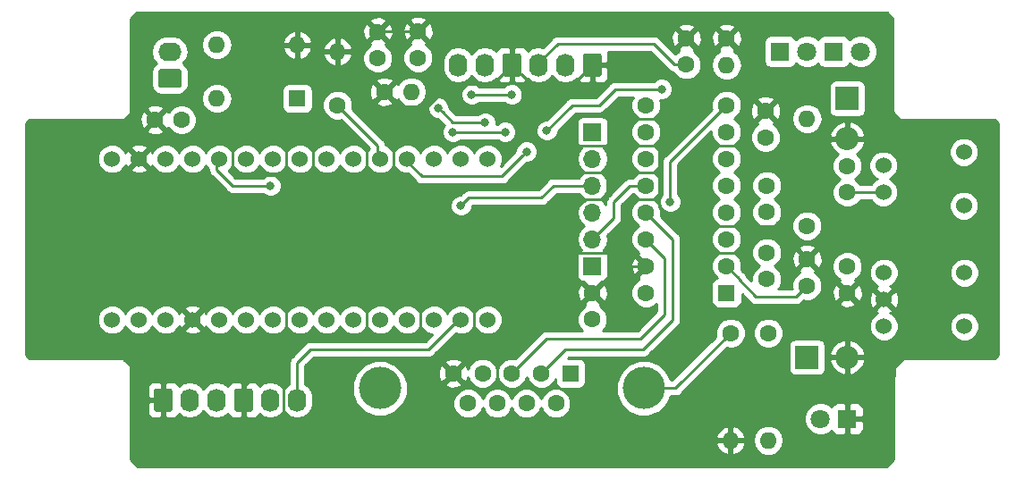
<source format=gbr>
G04 #@! TF.GenerationSoftware,KiCad,Pcbnew,5.0.2-bee76a0~70~ubuntu18.04.1*
G04 #@! TF.CreationDate,2020-01-29T22:32:52+01:00*
G04 #@! TF.ProjectId,opto_board,6f70746f-5f62-46f6-9172-642e6b696361,rev?*
G04 #@! TF.SameCoordinates,Original*
G04 #@! TF.FileFunction,Copper,L1,Top*
G04 #@! TF.FilePolarity,Positive*
%FSLAX46Y46*%
G04 Gerber Fmt 4.6, Leading zero omitted, Abs format (unit mm)*
G04 Created by KiCad (PCBNEW 5.0.2-bee76a0~70~ubuntu18.04.1) date ons 29 jan 2020 22:32:52*
%MOMM*%
%LPD*%
G01*
G04 APERTURE LIST*
G04 #@! TA.AperFunction,ComponentPad*
%ADD10C,1.600000*%
G04 #@! TD*
G04 #@! TA.AperFunction,ComponentPad*
%ADD11O,1.600000X1.600000*%
G04 #@! TD*
G04 #@! TA.AperFunction,Conductor*
%ADD12C,0.100000*%
G04 #@! TD*
G04 #@! TA.AperFunction,ComponentPad*
%ADD13C,1.740000*%
G04 #@! TD*
G04 #@! TA.AperFunction,ComponentPad*
%ADD14O,2.200000X1.740000*%
G04 #@! TD*
G04 #@! TA.AperFunction,ComponentPad*
%ADD15R,1.600000X1.600000*%
G04 #@! TD*
G04 #@! TA.AperFunction,ComponentPad*
%ADD16O,1.740000X2.200000*%
G04 #@! TD*
G04 #@! TA.AperFunction,ComponentPad*
%ADD17C,1.524000*%
G04 #@! TD*
G04 #@! TA.AperFunction,ComponentPad*
%ADD18R,2.200000X2.200000*%
G04 #@! TD*
G04 #@! TA.AperFunction,ComponentPad*
%ADD19O,2.200000X2.200000*%
G04 #@! TD*
G04 #@! TA.AperFunction,ComponentPad*
%ADD20R,1.800000X1.800000*%
G04 #@! TD*
G04 #@! TA.AperFunction,ComponentPad*
%ADD21C,1.800000*%
G04 #@! TD*
G04 #@! TA.AperFunction,ComponentPad*
%ADD22C,4.000000*%
G04 #@! TD*
G04 #@! TA.AperFunction,ComponentPad*
%ADD23O,1.700000X1.700000*%
G04 #@! TD*
G04 #@! TA.AperFunction,ComponentPad*
%ADD24R,1.700000X1.700000*%
G04 #@! TD*
G04 #@! TA.AperFunction,ViaPad*
%ADD25C,0.800000*%
G04 #@! TD*
G04 #@! TA.AperFunction,Conductor*
%ADD26C,0.250000*%
G04 #@! TD*
G04 #@! TA.AperFunction,Conductor*
%ADD27C,0.254000*%
G04 #@! TD*
G04 APERTURE END LIST*
D10*
G04 #@! TO.P,C11,1*
G04 #@! TO.N,GND*
X138303000Y-76748000D03*
G04 #@! TO.P,C11,2*
G04 #@! TO.N,Net-(C11-Pad2)*
X138303000Y-79248000D03*
G04 #@! TD*
G04 #@! TO.P,C1,1*
G04 #@! TO.N,GND*
X101600000Y-69255000D03*
G04 #@! TO.P,C1,2*
G04 #@! TO.N,Net-(C1-Pad2)*
X101600000Y-71755000D03*
G04 #@! TD*
G04 #@! TO.P,R1,1*
G04 #@! TO.N,Net-(C1-Pad2)*
X97790000Y-76200000D03*
D11*
G04 #@! TO.P,R1,2*
G04 #@! TO.N,GND*
X97790000Y-71120000D03*
G04 #@! TD*
D12*
G04 #@! TO.N,Net-(D7-Pad4)*
G04 #@! TO.C,J1*
G36*
X82789505Y-72791204D02*
X82813773Y-72794804D01*
X82837572Y-72800765D01*
X82860671Y-72809030D01*
X82882850Y-72819520D01*
X82903893Y-72832132D01*
X82923599Y-72846747D01*
X82941777Y-72863223D01*
X82958253Y-72881401D01*
X82972868Y-72901107D01*
X82985480Y-72922150D01*
X82995970Y-72944329D01*
X83004235Y-72967428D01*
X83010196Y-72991227D01*
X83013796Y-73015495D01*
X83015000Y-73039999D01*
X83015000Y-74280001D01*
X83013796Y-74304505D01*
X83010196Y-74328773D01*
X83004235Y-74352572D01*
X82995970Y-74375671D01*
X82985480Y-74397850D01*
X82972868Y-74418893D01*
X82958253Y-74438599D01*
X82941777Y-74456777D01*
X82923599Y-74473253D01*
X82903893Y-74487868D01*
X82882850Y-74500480D01*
X82860671Y-74510970D01*
X82837572Y-74519235D01*
X82813773Y-74525196D01*
X82789505Y-74528796D01*
X82765001Y-74530000D01*
X81064999Y-74530000D01*
X81040495Y-74528796D01*
X81016227Y-74525196D01*
X80992428Y-74519235D01*
X80969329Y-74510970D01*
X80947150Y-74500480D01*
X80926107Y-74487868D01*
X80906401Y-74473253D01*
X80888223Y-74456777D01*
X80871747Y-74438599D01*
X80857132Y-74418893D01*
X80844520Y-74397850D01*
X80834030Y-74375671D01*
X80825765Y-74352572D01*
X80819804Y-74328773D01*
X80816204Y-74304505D01*
X80815000Y-74280001D01*
X80815000Y-73039999D01*
X80816204Y-73015495D01*
X80819804Y-72991227D01*
X80825765Y-72967428D01*
X80834030Y-72944329D01*
X80844520Y-72922150D01*
X80857132Y-72901107D01*
X80871747Y-72881401D01*
X80888223Y-72863223D01*
X80906401Y-72846747D01*
X80926107Y-72832132D01*
X80947150Y-72819520D01*
X80969329Y-72809030D01*
X80992428Y-72800765D01*
X81016227Y-72794804D01*
X81040495Y-72791204D01*
X81064999Y-72790000D01*
X82765001Y-72790000D01*
X82789505Y-72791204D01*
X82789505Y-72791204D01*
G37*
D13*
G04 #@! TD*
G04 #@! TO.P,J1,1*
G04 #@! TO.N,Net-(D7-Pad4)*
X81915000Y-73660000D03*
D14*
G04 #@! TO.P,J1,2*
G04 #@! TO.N,Net-(D7-Pad3)*
X81915000Y-71120000D03*
G04 #@! TD*
D11*
G04 #@! TO.P,D7,4*
G04 #@! TO.N,Net-(D7-Pad4)*
X86360000Y-75565000D03*
G04 #@! TO.P,D7,2*
G04 #@! TO.N,GND*
X93980000Y-70485000D03*
G04 #@! TO.P,D7,3*
G04 #@! TO.N,Net-(D7-Pad3)*
X86360000Y-70485000D03*
D15*
G04 #@! TO.P,D7,1*
G04 #@! TO.N,Net-(C1-Pad2)*
X93980000Y-75565000D03*
G04 #@! TD*
D12*
G04 #@! TO.N,GND*
G04 #@! TO.C,J8*
G36*
X114944505Y-71291204D02*
X114968773Y-71294804D01*
X114992572Y-71300765D01*
X115015671Y-71309030D01*
X115037850Y-71319520D01*
X115058893Y-71332132D01*
X115078599Y-71346747D01*
X115096777Y-71363223D01*
X115113253Y-71381401D01*
X115127868Y-71401107D01*
X115140480Y-71422150D01*
X115150970Y-71444329D01*
X115159235Y-71467428D01*
X115165196Y-71491227D01*
X115168796Y-71515495D01*
X115170000Y-71539999D01*
X115170000Y-73240001D01*
X115168796Y-73264505D01*
X115165196Y-73288773D01*
X115159235Y-73312572D01*
X115150970Y-73335671D01*
X115140480Y-73357850D01*
X115127868Y-73378893D01*
X115113253Y-73398599D01*
X115096777Y-73416777D01*
X115078599Y-73433253D01*
X115058893Y-73447868D01*
X115037850Y-73460480D01*
X115015671Y-73470970D01*
X114992572Y-73479235D01*
X114968773Y-73485196D01*
X114944505Y-73488796D01*
X114920001Y-73490000D01*
X113679999Y-73490000D01*
X113655495Y-73488796D01*
X113631227Y-73485196D01*
X113607428Y-73479235D01*
X113584329Y-73470970D01*
X113562150Y-73460480D01*
X113541107Y-73447868D01*
X113521401Y-73433253D01*
X113503223Y-73416777D01*
X113486747Y-73398599D01*
X113472132Y-73378893D01*
X113459520Y-73357850D01*
X113449030Y-73335671D01*
X113440765Y-73312572D01*
X113434804Y-73288773D01*
X113431204Y-73264505D01*
X113430000Y-73240001D01*
X113430000Y-71539999D01*
X113431204Y-71515495D01*
X113434804Y-71491227D01*
X113440765Y-71467428D01*
X113449030Y-71444329D01*
X113459520Y-71422150D01*
X113472132Y-71401107D01*
X113486747Y-71381401D01*
X113503223Y-71363223D01*
X113521401Y-71346747D01*
X113541107Y-71332132D01*
X113562150Y-71319520D01*
X113584329Y-71309030D01*
X113607428Y-71300765D01*
X113631227Y-71294804D01*
X113655495Y-71291204D01*
X113679999Y-71290000D01*
X114920001Y-71290000D01*
X114944505Y-71291204D01*
X114944505Y-71291204D01*
G37*
D13*
G04 #@! TD*
G04 #@! TO.P,J8,1*
G04 #@! TO.N,GND*
X114300000Y-72390000D03*
D16*
G04 #@! TO.P,J8,2*
G04 #@! TO.N,+3V3*
X111760000Y-72390000D03*
G04 #@! TO.P,J8,3*
G04 #@! TO.N,Net-(C9-Pad2)*
X109220000Y-72390000D03*
G04 #@! TD*
D11*
G04 #@! TO.P,R8,2*
G04 #@! TO.N,Net-(C9-Pad2)*
X104775000Y-74930000D03*
D10*
G04 #@! TO.P,R8,1*
G04 #@! TO.N,GND*
X102235000Y-74930000D03*
G04 #@! TD*
G04 #@! TO.P,R9,1*
G04 #@! TO.N,GND*
X134620000Y-69850000D03*
D11*
G04 #@! TO.P,R9,2*
G04 #@! TO.N,Net-(C10-Pad2)*
X134620000Y-72390000D03*
G04 #@! TD*
D10*
G04 #@! TO.P,C10,2*
G04 #@! TO.N,Net-(C10-Pad2)*
X130810000Y-72350000D03*
G04 #@! TO.P,C10,1*
G04 #@! TO.N,GND*
X130810000Y-69850000D03*
G04 #@! TD*
G04 #@! TO.P,C9,1*
G04 #@! TO.N,GND*
X105410000Y-69215000D03*
G04 #@! TO.P,C9,2*
G04 #@! TO.N,Net-(C9-Pad2)*
X105410000Y-71715000D03*
G04 #@! TD*
D17*
G04 #@! TO.P,U2,1*
G04 #@! TO.N,Net-(C3-Pad2)*
X76450000Y-96520000D03*
G04 #@! TO.P,U2,2*
G04 #@! TO.N,Net-(R2-Pad1)*
X78990000Y-96520000D03*
G04 #@! TO.P,U2,3*
G04 #@! TO.N,Net-(U2-Pad3)*
X81530000Y-96520000D03*
G04 #@! TO.P,U2,4*
G04 #@! TO.N,GND*
X84070000Y-96520000D03*
G04 #@! TO.P,U2,5*
G04 #@! TO.N,Net-(U2-Pad5)*
X86610000Y-96520000D03*
G04 #@! TO.P,U2,6*
G04 #@! TO.N,Net-(U2-Pad6)*
X89150000Y-96520000D03*
G04 #@! TO.P,U2,7*
G04 #@! TO.N,Net-(U2-Pad7)*
X91690000Y-96520000D03*
G04 #@! TO.P,U2,8*
G04 #@! TO.N,Net-(U2-Pad8)*
X94230000Y-96520000D03*
G04 #@! TO.P,U2,9*
G04 #@! TO.N,Net-(J6-Pad3)*
X96770000Y-96520000D03*
G04 #@! TO.P,U2,10*
G04 #@! TO.N,Net-(U2-Pad10)*
X99310000Y-96520000D03*
G04 #@! TO.P,U2,11*
G04 #@! TO.N,Net-(U2-Pad11)*
X101850000Y-96520000D03*
G04 #@! TO.P,U2,12*
G04 #@! TO.N,Net-(J4-Pad1)*
X104390000Y-96520000D03*
G04 #@! TO.P,U2,13*
G04 #@! TO.N,Net-(U2-Pad13)*
X106930000Y-96520000D03*
G04 #@! TO.P,U2,14*
G04 #@! TO.N,Net-(J7-Pad3)*
X109470000Y-96520000D03*
G04 #@! TO.P,U2,15*
G04 #@! TO.N,Net-(U2-Pad15)*
X112010000Y-96520000D03*
G04 #@! TO.P,U2,16*
G04 #@! TO.N,Net-(U2-Pad16)*
X112010000Y-81280000D03*
G04 #@! TO.P,U2,17*
G04 #@! TO.N,+3V3*
X109470000Y-81280000D03*
G04 #@! TO.P,U2,18*
G04 #@! TO.N,Net-(U2-Pad18)*
X106930000Y-81280000D03*
G04 #@! TO.P,U2,19*
G04 #@! TO.N,Net-(D12-Pad1)*
X104390000Y-81280000D03*
G04 #@! TO.P,U2,20*
G04 #@! TO.N,Net-(C1-Pad2)*
X101850000Y-81280000D03*
G04 #@! TO.P,U2,21*
G04 #@! TO.N,Net-(J4-Pad3)*
X99310000Y-81280000D03*
G04 #@! TO.P,U2,22*
G04 #@! TO.N,Net-(C10-Pad2)*
X96770000Y-81280000D03*
G04 #@! TO.P,U2,23*
G04 #@! TO.N,Net-(C9-Pad2)*
X94230000Y-81280000D03*
G04 #@! TO.P,U2,24*
G04 #@! TO.N,Net-(U2-Pad24)*
X91690000Y-81280000D03*
G04 #@! TO.P,U2,25*
G04 #@! TO.N,Net-(J5-Pad1)*
X89150000Y-81280000D03*
G04 #@! TO.P,U2,26*
G04 #@! TO.N,Net-(J5-Pad3)*
X86610000Y-81280000D03*
G04 #@! TO.P,U2,27*
G04 #@! TO.N,+5V*
X84070000Y-81280000D03*
G04 #@! TO.P,U2,28*
G04 #@! TO.N,Net-(U2-Pad28)*
X81530000Y-81280000D03*
G04 #@! TO.P,U2,29*
G04 #@! TO.N,GND*
X78990000Y-81280000D03*
G04 #@! TO.P,U2,30*
G04 #@! TO.N,Net-(U2-Pad30)*
X76450000Y-81280000D03*
G04 #@! TD*
G04 #@! TO.P,TX1,1*
G04 #@! TO.N,+5V*
X149460000Y-81915000D03*
G04 #@! TO.P,TX1,2*
G04 #@! TO.N,Net-(C3-Pad1)*
X149460000Y-84455000D03*
G04 #@! TO.P,TX1,3*
G04 #@! TO.N,Net-(TX1-Pad3)*
X157080000Y-80645000D03*
G04 #@! TO.P,TX1,4*
G04 #@! TO.N,Net-(TX1-Pad4)*
X157080000Y-85725000D03*
G04 #@! TD*
D16*
G04 #@! TO.P,J9,3*
G04 #@! TO.N,Net-(C10-Pad2)*
X116840000Y-72390000D03*
G04 #@! TO.P,J9,2*
G04 #@! TO.N,+3V3*
X119380000Y-72390000D03*
D12*
G04 #@! TD*
G04 #@! TO.N,GND*
G04 #@! TO.C,J9*
G36*
X122564505Y-71291204D02*
X122588773Y-71294804D01*
X122612572Y-71300765D01*
X122635671Y-71309030D01*
X122657850Y-71319520D01*
X122678893Y-71332132D01*
X122698599Y-71346747D01*
X122716777Y-71363223D01*
X122733253Y-71381401D01*
X122747868Y-71401107D01*
X122760480Y-71422150D01*
X122770970Y-71444329D01*
X122779235Y-71467428D01*
X122785196Y-71491227D01*
X122788796Y-71515495D01*
X122790000Y-71539999D01*
X122790000Y-73240001D01*
X122788796Y-73264505D01*
X122785196Y-73288773D01*
X122779235Y-73312572D01*
X122770970Y-73335671D01*
X122760480Y-73357850D01*
X122747868Y-73378893D01*
X122733253Y-73398599D01*
X122716777Y-73416777D01*
X122698599Y-73433253D01*
X122678893Y-73447868D01*
X122657850Y-73460480D01*
X122635671Y-73470970D01*
X122612572Y-73479235D01*
X122588773Y-73485196D01*
X122564505Y-73488796D01*
X122540001Y-73490000D01*
X121299999Y-73490000D01*
X121275495Y-73488796D01*
X121251227Y-73485196D01*
X121227428Y-73479235D01*
X121204329Y-73470970D01*
X121182150Y-73460480D01*
X121161107Y-73447868D01*
X121141401Y-73433253D01*
X121123223Y-73416777D01*
X121106747Y-73398599D01*
X121092132Y-73378893D01*
X121079520Y-73357850D01*
X121069030Y-73335671D01*
X121060765Y-73312572D01*
X121054804Y-73288773D01*
X121051204Y-73264505D01*
X121050000Y-73240001D01*
X121050000Y-71539999D01*
X121051204Y-71515495D01*
X121054804Y-71491227D01*
X121060765Y-71467428D01*
X121069030Y-71444329D01*
X121079520Y-71422150D01*
X121092132Y-71401107D01*
X121106747Y-71381401D01*
X121123223Y-71363223D01*
X121141401Y-71346747D01*
X121161107Y-71332132D01*
X121182150Y-71319520D01*
X121204329Y-71309030D01*
X121227428Y-71300765D01*
X121251227Y-71294804D01*
X121275495Y-71291204D01*
X121299999Y-71290000D01*
X122540001Y-71290000D01*
X122564505Y-71291204D01*
X122564505Y-71291204D01*
G37*
D13*
G04 #@! TO.P,J9,1*
G04 #@! TO.N,GND*
X121920000Y-72390000D03*
G04 #@! TD*
D16*
G04 #@! TO.P,J7,3*
G04 #@! TO.N,Net-(J7-Pad3)*
X93980000Y-104140000D03*
G04 #@! TO.P,J7,2*
G04 #@! TO.N,+5V*
X91440000Y-104140000D03*
D12*
G04 #@! TD*
G04 #@! TO.N,GND*
G04 #@! TO.C,J7*
G36*
X89544505Y-103041204D02*
X89568773Y-103044804D01*
X89592572Y-103050765D01*
X89615671Y-103059030D01*
X89637850Y-103069520D01*
X89658893Y-103082132D01*
X89678599Y-103096747D01*
X89696777Y-103113223D01*
X89713253Y-103131401D01*
X89727868Y-103151107D01*
X89740480Y-103172150D01*
X89750970Y-103194329D01*
X89759235Y-103217428D01*
X89765196Y-103241227D01*
X89768796Y-103265495D01*
X89770000Y-103289999D01*
X89770000Y-104990001D01*
X89768796Y-105014505D01*
X89765196Y-105038773D01*
X89759235Y-105062572D01*
X89750970Y-105085671D01*
X89740480Y-105107850D01*
X89727868Y-105128893D01*
X89713253Y-105148599D01*
X89696777Y-105166777D01*
X89678599Y-105183253D01*
X89658893Y-105197868D01*
X89637850Y-105210480D01*
X89615671Y-105220970D01*
X89592572Y-105229235D01*
X89568773Y-105235196D01*
X89544505Y-105238796D01*
X89520001Y-105240000D01*
X88279999Y-105240000D01*
X88255495Y-105238796D01*
X88231227Y-105235196D01*
X88207428Y-105229235D01*
X88184329Y-105220970D01*
X88162150Y-105210480D01*
X88141107Y-105197868D01*
X88121401Y-105183253D01*
X88103223Y-105166777D01*
X88086747Y-105148599D01*
X88072132Y-105128893D01*
X88059520Y-105107850D01*
X88049030Y-105085671D01*
X88040765Y-105062572D01*
X88034804Y-105038773D01*
X88031204Y-105014505D01*
X88030000Y-104990001D01*
X88030000Y-103289999D01*
X88031204Y-103265495D01*
X88034804Y-103241227D01*
X88040765Y-103217428D01*
X88049030Y-103194329D01*
X88059520Y-103172150D01*
X88072132Y-103151107D01*
X88086747Y-103131401D01*
X88103223Y-103113223D01*
X88121401Y-103096747D01*
X88141107Y-103082132D01*
X88162150Y-103069520D01*
X88184329Y-103059030D01*
X88207428Y-103050765D01*
X88231227Y-103044804D01*
X88255495Y-103041204D01*
X88279999Y-103040000D01*
X89520001Y-103040000D01*
X89544505Y-103041204D01*
X89544505Y-103041204D01*
G37*
D13*
G04 #@! TO.P,J7,1*
G04 #@! TO.N,GND*
X88900000Y-104140000D03*
G04 #@! TD*
D12*
G04 #@! TO.N,GND*
G04 #@! TO.C,J6*
G36*
X81924505Y-103041204D02*
X81948773Y-103044804D01*
X81972572Y-103050765D01*
X81995671Y-103059030D01*
X82017850Y-103069520D01*
X82038893Y-103082132D01*
X82058599Y-103096747D01*
X82076777Y-103113223D01*
X82093253Y-103131401D01*
X82107868Y-103151107D01*
X82120480Y-103172150D01*
X82130970Y-103194329D01*
X82139235Y-103217428D01*
X82145196Y-103241227D01*
X82148796Y-103265495D01*
X82150000Y-103289999D01*
X82150000Y-104990001D01*
X82148796Y-105014505D01*
X82145196Y-105038773D01*
X82139235Y-105062572D01*
X82130970Y-105085671D01*
X82120480Y-105107850D01*
X82107868Y-105128893D01*
X82093253Y-105148599D01*
X82076777Y-105166777D01*
X82058599Y-105183253D01*
X82038893Y-105197868D01*
X82017850Y-105210480D01*
X81995671Y-105220970D01*
X81972572Y-105229235D01*
X81948773Y-105235196D01*
X81924505Y-105238796D01*
X81900001Y-105240000D01*
X80659999Y-105240000D01*
X80635495Y-105238796D01*
X80611227Y-105235196D01*
X80587428Y-105229235D01*
X80564329Y-105220970D01*
X80542150Y-105210480D01*
X80521107Y-105197868D01*
X80501401Y-105183253D01*
X80483223Y-105166777D01*
X80466747Y-105148599D01*
X80452132Y-105128893D01*
X80439520Y-105107850D01*
X80429030Y-105085671D01*
X80420765Y-105062572D01*
X80414804Y-105038773D01*
X80411204Y-105014505D01*
X80410000Y-104990001D01*
X80410000Y-103289999D01*
X80411204Y-103265495D01*
X80414804Y-103241227D01*
X80420765Y-103217428D01*
X80429030Y-103194329D01*
X80439520Y-103172150D01*
X80452132Y-103151107D01*
X80466747Y-103131401D01*
X80483223Y-103113223D01*
X80501401Y-103096747D01*
X80521107Y-103082132D01*
X80542150Y-103069520D01*
X80564329Y-103059030D01*
X80587428Y-103050765D01*
X80611227Y-103044804D01*
X80635495Y-103041204D01*
X80659999Y-103040000D01*
X81900001Y-103040000D01*
X81924505Y-103041204D01*
X81924505Y-103041204D01*
G37*
D13*
G04 #@! TD*
G04 #@! TO.P,J6,1*
G04 #@! TO.N,GND*
X81280000Y-104140000D03*
D16*
G04 #@! TO.P,J6,2*
G04 #@! TO.N,+5V*
X83820000Y-104140000D03*
G04 #@! TO.P,J6,3*
G04 #@! TO.N,Net-(J6-Pad3)*
X86360000Y-104140000D03*
G04 #@! TD*
D10*
G04 #@! TO.P,C5,1*
G04 #@! TO.N,GND*
X121920000Y-93980000D03*
G04 #@! TO.P,C5,2*
G04 #@! TO.N,+3V3*
X121920000Y-96480000D03*
G04 #@! TD*
D18*
G04 #@! TO.P,D8,1*
G04 #@! TO.N,+5V*
X142240000Y-100076000D03*
D19*
G04 #@! TO.P,D8,2*
G04 #@! TO.N,GND*
X146050000Y-100076000D03*
G04 #@! TD*
D18*
G04 #@! TO.P,D4,1*
G04 #@! TO.N,+3V3*
X146050000Y-75565000D03*
D19*
G04 #@! TO.P,D4,2*
G04 #@! TO.N,GND*
X146050000Y-79375000D03*
G04 #@! TD*
D20*
G04 #@! TO.P,D2,1*
G04 #@! TO.N,GND*
X146050000Y-105918000D03*
D21*
G04 #@! TO.P,D2,2*
G04 #@! TO.N,+3V3*
X143510000Y-105918000D03*
G04 #@! TD*
G04 #@! TO.P,D12,2*
G04 #@! TO.N,+3V3*
X147320000Y-71120000D03*
D20*
G04 #@! TO.P,D12,1*
G04 #@! TO.N,Net-(D12-Pad1)*
X144780000Y-71120000D03*
G04 #@! TD*
D10*
G04 #@! TO.P,R4,1*
G04 #@! TO.N,Net-(J2-Pad0)*
X135001000Y-97790000D03*
D11*
G04 #@! TO.P,R4,2*
G04 #@! TO.N,GND*
X135001000Y-107950000D03*
G04 #@! TD*
D21*
G04 #@! TO.P,D6,2*
G04 #@! TO.N,+3V3*
X142240000Y-71120000D03*
D20*
G04 #@! TO.P,D6,1*
G04 #@! TO.N,Net-(D6-Pad1)*
X139700000Y-71120000D03*
G04 #@! TD*
D10*
G04 #@! TO.P,C7,1*
G04 #@! TO.N,Net-(C7-Pad1)*
X138430000Y-83820000D03*
G04 #@! TO.P,C7,2*
G04 #@! TO.N,Net-(C7-Pad2)*
X138430000Y-86320000D03*
G04 #@! TD*
G04 #@! TO.P,C8,2*
G04 #@! TO.N,Net-(C8-Pad2)*
X142240000Y-93305000D03*
G04 #@! TO.P,C8,1*
G04 #@! TO.N,GND*
X142240000Y-90805000D03*
G04 #@! TD*
G04 #@! TO.P,C6,1*
G04 #@! TO.N,Net-(C6-Pad1)*
X138430000Y-90170000D03*
G04 #@! TO.P,C6,2*
G04 #@! TO.N,Net-(C6-Pad2)*
X138430000Y-92670000D03*
G04 #@! TD*
G04 #@! TO.P,C4,2*
G04 #@! TO.N,+3V3*
X83018000Y-77597000D03*
G04 #@! TO.P,C4,1*
G04 #@! TO.N,GND*
X80518000Y-77597000D03*
G04 #@! TD*
G04 #@! TO.P,C2,1*
G04 #@! TO.N,GND*
X146050000Y-93980000D03*
G04 #@! TO.P,C2,2*
G04 #@! TO.N,+5V*
X146050000Y-91480000D03*
G04 #@! TD*
D15*
G04 #@! TO.P,J2,1*
G04 #@! TO.N,Net-(J2-Pad1)*
X119840000Y-101600000D03*
D10*
G04 #@! TO.P,J2,2*
G04 #@! TO.N,Net-(J2-Pad2)*
X117070000Y-101600000D03*
G04 #@! TO.P,J2,3*
G04 #@! TO.N,Net-(J2-Pad3)*
X114300000Y-101600000D03*
G04 #@! TO.P,J2,4*
G04 #@! TO.N,Net-(J2-Pad4)*
X111530000Y-101600000D03*
G04 #@! TO.P,J2,5*
G04 #@! TO.N,GND*
X108760000Y-101600000D03*
G04 #@! TO.P,J2,6*
G04 #@! TO.N,Net-(J2-Pad6)*
X118455000Y-104440000D03*
G04 #@! TO.P,J2,7*
G04 #@! TO.N,Net-(J2-Pad7)*
X115685000Y-104440000D03*
G04 #@! TO.P,J2,8*
G04 #@! TO.N,Net-(J2-Pad8)*
X112915000Y-104440000D03*
G04 #@! TO.P,J2,9*
G04 #@! TO.N,Net-(J2-Pad9)*
X110145000Y-104440000D03*
D22*
G04 #@! TO.P,J2,0*
G04 #@! TO.N,Net-(J2-Pad0)*
X101800000Y-103020000D03*
X126800000Y-103020000D03*
G04 #@! TD*
D23*
G04 #@! TO.P,J4,3*
G04 #@! TO.N,Net-(J4-Pad3)*
X121920000Y-86360000D03*
G04 #@! TO.P,J4,2*
G04 #@! TO.N,Net-(J4-Pad2)*
X121920000Y-88900000D03*
D24*
G04 #@! TO.P,J4,1*
G04 #@! TO.N,Net-(J4-Pad1)*
X121920000Y-91440000D03*
G04 #@! TD*
G04 #@! TO.P,J5,1*
G04 #@! TO.N,Net-(J5-Pad1)*
X121920000Y-78740000D03*
D23*
G04 #@! TO.P,J5,2*
G04 #@! TO.N,Net-(J5-Pad2)*
X121920000Y-81280000D03*
G04 #@! TO.P,J5,3*
G04 #@! TO.N,Net-(J5-Pad3)*
X121920000Y-83820000D03*
G04 #@! TD*
D11*
G04 #@! TO.P,R2,2*
G04 #@! TO.N,+5V*
X138557000Y-107950000D03*
D10*
G04 #@! TO.P,R2,1*
G04 #@! TO.N,Net-(R2-Pad1)*
X138557000Y-97790000D03*
G04 #@! TD*
D15*
G04 #@! TO.P,U1,1*
G04 #@! TO.N,Net-(C6-Pad2)*
X134620000Y-93980000D03*
D10*
G04 #@! TO.P,U1,2*
G04 #@! TO.N,Net-(C8-Pad2)*
X134620000Y-91440000D03*
G04 #@! TO.P,U1,3*
G04 #@! TO.N,Net-(C6-Pad1)*
X134620000Y-88900000D03*
G04 #@! TO.P,U1,4*
G04 #@! TO.N,Net-(C7-Pad2)*
X134620000Y-86360000D03*
G04 #@! TO.P,U1,5*
G04 #@! TO.N,Net-(C7-Pad1)*
X134620000Y-83820000D03*
G04 #@! TO.P,U1,6*
G04 #@! TO.N,Net-(C11-Pad2)*
X134620000Y-81280000D03*
G04 #@! TO.P,U1,7*
G04 #@! TO.N,Net-(U1-Pad7)*
X134620000Y-78740000D03*
G04 #@! TO.P,U1,10*
G04 #@! TO.N,Net-(J5-Pad2)*
X127000000Y-78740000D03*
G04 #@! TO.P,U1,11*
X127000000Y-81280000D03*
G04 #@! TO.P,U1,12*
G04 #@! TO.N,Net-(J4-Pad2)*
X127000000Y-83820000D03*
G04 #@! TO.P,U1,13*
G04 #@! TO.N,Net-(J2-Pad2)*
X127000000Y-86360000D03*
G04 #@! TO.P,U1,14*
G04 #@! TO.N,Net-(J2-Pad3)*
X127000000Y-88900000D03*
G04 #@! TO.P,U1,15*
G04 #@! TO.N,GND*
X127000000Y-91440000D03*
G04 #@! TO.P,U1,16*
G04 #@! TO.N,+3V3*
X127000000Y-93980000D03*
G04 #@! TO.P,U1,8*
G04 #@! TO.N,Net-(J2-Pad2)*
X134620000Y-76200000D03*
G04 #@! TO.P,U1,9*
G04 #@! TO.N,Net-(D6-Pad1)*
X127000000Y-76200000D03*
G04 #@! TD*
G04 #@! TO.P,C3,2*
G04 #@! TO.N,Net-(C3-Pad2)*
X146050000Y-81955000D03*
G04 #@! TO.P,C3,1*
G04 #@! TO.N,Net-(C3-Pad1)*
X146050000Y-84455000D03*
G04 #@! TD*
G04 #@! TO.P,R3,1*
G04 #@! TO.N,Net-(C3-Pad1)*
X142240000Y-87630000D03*
D11*
G04 #@! TO.P,R3,2*
G04 #@! TO.N,Net-(C3-Pad2)*
X142240000Y-77470000D03*
G04 #@! TD*
D17*
G04 #@! TO.P,RX1,1*
G04 #@! TO.N,+5V*
X149510000Y-92075000D03*
G04 #@! TO.P,RX1,2*
G04 #@! TO.N,GND*
X149510000Y-94615000D03*
G04 #@! TO.P,RX1,3*
G04 #@! TO.N,Net-(R2-Pad1)*
X149510000Y-97155000D03*
G04 #@! TO.P,RX1,4*
G04 #@! TO.N,Net-(RX1-Pad4)*
X157130000Y-92075000D03*
G04 #@! TO.P,RX1,5*
G04 #@! TO.N,Net-(RX1-Pad5)*
X157130000Y-97155000D03*
G04 #@! TD*
D25*
G04 #@! TO.N,Net-(J4-Pad3)*
X108712000Y-78740000D03*
X113665000Y-78740000D03*
G04 #@! TO.N,Net-(J5-Pad1)*
X111760000Y-77851000D03*
X107315000Y-76454000D03*
G04 #@! TO.N,Net-(J5-Pad3)*
X91440000Y-83820000D03*
X109474000Y-85725002D03*
G04 #@! TO.N,Net-(J2-Pad2)*
X129286000Y-85344000D03*
G04 #@! TO.N,Net-(D12-Pad1)*
X117602000Y-78612998D03*
X128466323Y-74676000D03*
X115679208Y-80608010D03*
G04 #@! TO.N,Net-(C10-Pad2)*
X110490000Y-75184000D03*
X114276000Y-75184000D03*
G04 #@! TD*
D26*
G04 #@! TO.N,Net-(C3-Pad1)*
X148532370Y-84455000D02*
X146050000Y-84455000D01*
X149610000Y-84455000D02*
X148532370Y-84455000D01*
G04 #@! TO.N,GND*
X124460000Y-91440000D02*
X121920000Y-93980000D01*
X127000000Y-91440000D02*
X124460000Y-91440000D01*
X128778000Y-86360000D02*
X131826000Y-89408000D01*
X137668000Y-81788000D02*
X135890000Y-80010000D01*
X133385998Y-80010000D02*
X131318000Y-82077998D01*
X135890000Y-80010000D02*
X133385998Y-80010000D01*
X144272000Y-86868000D02*
X139192000Y-81788000D01*
X143764000Y-88392000D02*
X144272000Y-87884000D01*
X144272000Y-87884000D02*
X144272000Y-86868000D01*
X139192000Y-81788000D02*
X137668000Y-81788000D01*
X128270000Y-85852000D02*
X128778000Y-86360000D01*
X128270000Y-85090000D02*
X128270000Y-85852000D01*
X125476000Y-85852000D02*
X125476000Y-89916000D01*
X128270000Y-85090000D02*
X126238000Y-85090000D01*
X125476000Y-89916000D02*
X127000000Y-91440000D01*
X126238000Y-85090000D02*
X125476000Y-85852000D01*
X143764000Y-89916000D02*
X143764000Y-88392000D01*
X143764000Y-91694000D02*
X143764000Y-89916000D01*
X109559999Y-100800001D02*
X109559999Y-100752001D01*
X108760000Y-101600000D02*
X109559999Y-100800001D01*
X109559999Y-100752001D02*
X110490000Y-99822000D01*
X110490000Y-99822000D02*
X111417002Y-99822000D01*
X111417002Y-99822000D02*
X112268000Y-99822000D01*
X112268000Y-99822000D02*
X112903000Y-100457000D01*
X112903000Y-100457000D02*
X112903000Y-102489000D01*
X92710000Y-101600000D02*
X92710000Y-106172000D01*
X92271010Y-101161010D02*
X92710000Y-101600000D01*
X90678990Y-101161010D02*
X92271010Y-101161010D01*
X88900000Y-104140000D02*
X88900000Y-102940000D01*
X88900000Y-102940000D02*
X90678990Y-101161010D01*
X131826000Y-90170000D02*
X136398000Y-90170000D01*
X131826000Y-89408000D02*
X131826000Y-90170000D01*
X124079000Y-80010000D02*
X119253000Y-80010000D01*
X128016000Y-80010000D02*
X128270000Y-80264000D01*
X128016000Y-80010000D02*
X124079000Y-80010000D01*
X128270000Y-82550000D02*
X124333000Y-82550000D01*
X128270000Y-82550000D02*
X128270000Y-85090000D01*
X128270000Y-80264000D02*
X128270000Y-82550000D01*
X95377000Y-82804000D02*
X100330000Y-82804000D01*
X93472000Y-82804000D02*
X95377000Y-82804000D01*
X123317000Y-82677000D02*
X123190000Y-82550000D01*
X123190000Y-82550000D02*
X119634000Y-82550000D01*
X125730000Y-90170000D02*
X119888000Y-90170000D01*
X119634000Y-82550000D02*
X118999000Y-81915000D01*
X118999000Y-81915000D02*
X118999000Y-78994000D01*
X123825000Y-77089000D02*
X124079000Y-77343000D01*
X121286410Y-85090000D02*
X123317000Y-85090000D01*
X120904000Y-77089000D02*
X123825000Y-77089000D01*
X123317000Y-85090000D02*
X123317000Y-82677000D01*
X119888000Y-86488410D02*
X121286410Y-85090000D01*
X127000000Y-91440000D02*
X125730000Y-90170000D01*
X119888000Y-90170000D02*
X119888000Y-86488410D01*
X118999000Y-78994000D02*
X120904000Y-77089000D01*
X133096000Y-72263000D02*
X133096000Y-71374000D01*
X131572000Y-73787000D02*
X133096000Y-72263000D01*
X130048000Y-73787000D02*
X131572000Y-73787000D01*
X133096000Y-71374000D02*
X134620000Y-69850000D01*
X121920000Y-72390000D02*
X128651000Y-72390000D01*
X128651000Y-72390000D02*
X130048000Y-73787000D01*
X127889000Y-77470000D02*
X124841000Y-77470000D01*
X130048000Y-73787000D02*
X130048000Y-75311000D01*
X130048000Y-75311000D02*
X127889000Y-77470000D01*
X116368999Y-74458999D02*
X115239773Y-73329773D01*
X115239773Y-73329773D02*
X114300000Y-72390000D01*
X119851001Y-74458999D02*
X116368999Y-74458999D01*
X121920000Y-72390000D02*
X119851001Y-74458999D01*
X116368999Y-74458999D02*
X116368999Y-79411999D01*
X116368999Y-79411999D02*
X118110000Y-81153000D01*
X118110000Y-81153000D02*
X118110000Y-81661000D01*
X89916000Y-76454000D02*
X87630000Y-78740000D01*
X89916000Y-72782630D02*
X89916000Y-76454000D01*
X81915000Y-78994000D02*
X87630000Y-78994000D01*
X80518000Y-77597000D02*
X81915000Y-78994000D01*
X87630000Y-78994000D02*
X87630000Y-78740000D01*
X103034999Y-75729999D02*
X102235000Y-74930000D01*
X103632000Y-76327000D02*
X103034999Y-75729999D01*
X114300000Y-72390000D02*
X112522000Y-74168000D01*
X106299000Y-76327000D02*
X103632000Y-76327000D01*
X108458000Y-74168000D02*
X106299000Y-76327000D01*
X112522000Y-74168000D02*
X108458000Y-74168000D01*
X101640000Y-69215000D02*
X101600000Y-69255000D01*
X105410000Y-69215000D02*
X101640000Y-69215000D01*
X99735000Y-71120000D02*
X101600000Y-69255000D01*
X97790000Y-71120000D02*
X99735000Y-71120000D01*
X114808000Y-79883000D02*
X102870000Y-79883000D01*
X116368999Y-79411999D02*
X115279001Y-79411999D01*
X115279001Y-79411999D02*
X114808000Y-79883000D01*
X139192000Y-87630000D02*
X140716000Y-89154000D01*
X133350000Y-87630000D02*
X139192000Y-87630000D01*
X131826000Y-89408000D02*
X131826000Y-89154000D01*
X131826000Y-89154000D02*
X133350000Y-87630000D01*
X103124000Y-80010000D02*
X102870000Y-79756000D01*
X103124000Y-82042000D02*
X103124000Y-80010000D01*
X100330000Y-82804000D02*
X102362000Y-82804000D01*
X102362000Y-82804000D02*
X103124000Y-82042000D01*
X100584000Y-80137000D02*
X100330000Y-79883000D01*
X100330000Y-82804000D02*
X100584000Y-82550000D01*
X100584000Y-82550000D02*
X100584000Y-80137000D01*
X95250000Y-77978000D02*
X95504000Y-78232000D01*
X95504000Y-82677000D02*
X95377000Y-82804000D01*
X95504000Y-78232000D02*
X95504000Y-82677000D01*
X87884000Y-82296000D02*
X87884000Y-79248000D01*
X87884000Y-79248000D02*
X87630000Y-78994000D01*
X93472000Y-82804000D02*
X88392000Y-82804000D01*
X88392000Y-82804000D02*
X87884000Y-82296000D01*
X110744000Y-95504000D02*
X110490000Y-95250000D01*
X108760000Y-101600000D02*
X110744000Y-99616000D01*
X110744000Y-99616000D02*
X110744000Y-95504000D01*
X105664000Y-95250000D02*
X105410000Y-94996000D01*
X105664000Y-97409000D02*
X105664000Y-95250000D01*
X100584000Y-95250000D02*
X100584000Y-98044000D01*
X100330000Y-94996000D02*
X100584000Y-95250000D01*
X100584000Y-98044000D02*
X101092000Y-98552000D01*
X104580630Y-98552000D02*
X104580630Y-98492370D01*
X104580630Y-98492370D02*
X105664000Y-97409000D01*
X101092000Y-98552000D02*
X104580630Y-98552000D01*
X92964000Y-97536000D02*
X92710000Y-97790000D01*
X92964000Y-94996000D02*
X92964000Y-97536000D01*
X92202000Y-94234000D02*
X92964000Y-94996000D01*
X83820000Y-96520000D02*
X86106000Y-94234000D01*
X86106000Y-94234000D02*
X92202000Y-94234000D01*
X92964000Y-77978000D02*
X92964000Y-82296000D01*
X92710000Y-77724000D02*
X92964000Y-77978000D01*
X92964000Y-82296000D02*
X93472000Y-82804000D01*
G04 #@! TO.N,+5V*
X83820000Y-104370000D02*
X83820000Y-104140000D01*
G04 #@! TO.N,Net-(J4-Pad3)*
X108712000Y-78740000D02*
X113665000Y-78740000D01*
G04 #@! TO.N,Net-(J5-Pad1)*
X108712000Y-77851000D02*
X107714999Y-76853999D01*
X111760000Y-77851000D02*
X108712000Y-77851000D01*
X107714999Y-76853999D02*
X107315000Y-76454000D01*
G04 #@! TO.N,Net-(J5-Pad3)*
X87822370Y-83820000D02*
X91440000Y-83820000D01*
X86360000Y-82357630D02*
X87822370Y-83820000D01*
X86360000Y-81280000D02*
X86360000Y-82357630D01*
X109873999Y-85325003D02*
X109474000Y-85725002D01*
X117094000Y-84963000D02*
X110236002Y-84963000D01*
X121920000Y-83820000D02*
X118237000Y-83820000D01*
X110236002Y-84963000D02*
X109873999Y-85325003D01*
X118237000Y-83820000D02*
X117094000Y-84963000D01*
G04 #@! TO.N,Net-(C8-Pad2)*
X135745001Y-92565001D02*
X135745001Y-92692001D01*
X134620000Y-91440000D02*
X135745001Y-92565001D01*
X135745001Y-92692001D02*
X137414000Y-94361000D01*
X141184000Y-94361000D02*
X142240000Y-93305000D01*
X137414000Y-94361000D02*
X141184000Y-94361000D01*
G04 #@! TO.N,Net-(J4-Pad2)*
X123952000Y-86868000D02*
X121920000Y-88900000D01*
X123952000Y-85344000D02*
X123952000Y-86868000D01*
X127000000Y-83820000D02*
X125476000Y-83820000D01*
X125476000Y-83820000D02*
X123952000Y-85344000D01*
G04 #@! TO.N,Net-(J2-Pad2)*
X129540000Y-88900000D02*
X127000000Y-86360000D01*
X129540000Y-96520000D02*
X129540000Y-88900000D01*
X126746000Y-99314000D02*
X129540000Y-96520000D01*
X117070000Y-101600000D02*
X119356000Y-99314000D01*
X119356000Y-99314000D02*
X126746000Y-99314000D01*
X129286000Y-84778315D02*
X129286000Y-85344000D01*
X129286000Y-81534000D02*
X129286000Y-84778315D01*
X134620000Y-76200000D02*
X129286000Y-81534000D01*
G04 #@! TO.N,Net-(J2-Pad3)*
X128778000Y-96012000D02*
X128778000Y-90678000D01*
X126492000Y-98298000D02*
X128778000Y-96012000D01*
X128778000Y-90678000D02*
X127000000Y-88900000D01*
X114300000Y-101600000D02*
X117602000Y-98298000D01*
X117602000Y-98298000D02*
X126492000Y-98298000D01*
G04 #@! TO.N,Net-(J2-Pad0)*
X129771000Y-103020000D02*
X126800000Y-103020000D01*
X135001000Y-97790000D02*
X129771000Y-103020000D01*
G04 #@! TO.N,Net-(D12-Pad1)*
X127900638Y-74676000D02*
X128466323Y-74676000D01*
X122555000Y-76200000D02*
X124079000Y-74676000D01*
X124079000Y-74676000D02*
X127900638Y-74676000D01*
X120014998Y-76200000D02*
X122555000Y-76200000D01*
X117602000Y-78612998D02*
X120014998Y-76200000D01*
X113356218Y-82931000D02*
X115279209Y-81008009D01*
X115279209Y-81008009D02*
X115679208Y-80608010D01*
X105791000Y-82931000D02*
X113356218Y-82931000D01*
X104140000Y-81280000D02*
X105791000Y-82931000D01*
G04 #@! TO.N,Net-(J7-Pad3)*
X106426000Y-99314000D02*
X109220000Y-96520000D01*
X95250000Y-99314000D02*
X106426000Y-99314000D01*
X93980000Y-104140000D02*
X93980000Y-100584000D01*
X93980000Y-100584000D02*
X95250000Y-99314000D01*
G04 #@! TO.N,Net-(C10-Pad2)*
X116840000Y-72160000D02*
X116840000Y-72390000D01*
X118642000Y-70358000D02*
X116840000Y-72160000D01*
X127686630Y-70358000D02*
X118642000Y-70358000D01*
X130810000Y-72350000D02*
X129678630Y-72350000D01*
X129678630Y-72350000D02*
X127686630Y-70358000D01*
X111055685Y-75184000D02*
X110490000Y-75184000D01*
X114276000Y-75184000D02*
X111055685Y-75184000D01*
G04 #@! TO.N,Net-(C1-Pad2)*
X101600000Y-80010000D02*
X97790000Y-76200000D01*
X101600000Y-81280000D02*
X101600000Y-80010000D01*
G04 #@! TD*
D27*
G04 #@! TO.N,GND*
G36*
X150368000Y-67997606D02*
X150368000Y-76835000D01*
X150377667Y-76883601D01*
X150405197Y-76924803D01*
X151040197Y-77559803D01*
X151081399Y-77587333D01*
X151130000Y-77597000D01*
X159967394Y-77597000D01*
X160330001Y-77959607D01*
X160330000Y-99840394D01*
X159967394Y-100203000D01*
X151384000Y-100203000D01*
X151335399Y-100212667D01*
X151294197Y-100240197D01*
X150532197Y-101002197D01*
X150504667Y-101043399D01*
X150495000Y-101092000D01*
X150495000Y-101747533D01*
X150432122Y-102104135D01*
X150420000Y-102165075D01*
X150420001Y-109750393D01*
X149755394Y-110415000D01*
X78844606Y-110415000D01*
X78232000Y-109802394D01*
X78232000Y-108299041D01*
X133609086Y-108299041D01*
X133848611Y-108805134D01*
X134263577Y-109181041D01*
X134651961Y-109341904D01*
X134874000Y-109219915D01*
X134874000Y-108077000D01*
X135128000Y-108077000D01*
X135128000Y-109219915D01*
X135350039Y-109341904D01*
X135738423Y-109181041D01*
X136153389Y-108805134D01*
X136392914Y-108299041D01*
X136271629Y-108077000D01*
X135128000Y-108077000D01*
X134874000Y-108077000D01*
X133730371Y-108077000D01*
X133609086Y-108299041D01*
X78232000Y-108299041D01*
X78232000Y-107950000D01*
X137093887Y-107950000D01*
X137205260Y-108509909D01*
X137522423Y-108984577D01*
X137997091Y-109301740D01*
X138415667Y-109385000D01*
X138698333Y-109385000D01*
X139116909Y-109301740D01*
X139591577Y-108984577D01*
X139908740Y-108509909D01*
X140020113Y-107950000D01*
X139908740Y-107390091D01*
X139591577Y-106915423D01*
X139116909Y-106598260D01*
X138698333Y-106515000D01*
X138415667Y-106515000D01*
X137997091Y-106598260D01*
X137522423Y-106915423D01*
X137205260Y-107390091D01*
X137093887Y-107950000D01*
X78232000Y-107950000D01*
X78232000Y-107600959D01*
X133609086Y-107600959D01*
X133730371Y-107823000D01*
X134874000Y-107823000D01*
X134874000Y-106680085D01*
X135128000Y-106680085D01*
X135128000Y-107823000D01*
X136271629Y-107823000D01*
X136392914Y-107600959D01*
X136153389Y-107094866D01*
X135738423Y-106718959D01*
X135350039Y-106558096D01*
X135128000Y-106680085D01*
X134874000Y-106680085D01*
X134651961Y-106558096D01*
X134263577Y-106718959D01*
X133848611Y-107094866D01*
X133609086Y-107600959D01*
X78232000Y-107600959D01*
X78232000Y-104425750D01*
X79775000Y-104425750D01*
X79775000Y-105366310D01*
X79871673Y-105599699D01*
X80050302Y-105778327D01*
X80283691Y-105875000D01*
X80994250Y-105875000D01*
X81153000Y-105716250D01*
X81153000Y-104267000D01*
X79933750Y-104267000D01*
X79775000Y-104425750D01*
X78232000Y-104425750D01*
X78232000Y-102913690D01*
X79775000Y-102913690D01*
X79775000Y-103854250D01*
X79933750Y-104013000D01*
X81153000Y-104013000D01*
X81153000Y-102563750D01*
X81407000Y-102563750D01*
X81407000Y-104013000D01*
X81427000Y-104013000D01*
X81427000Y-104267000D01*
X81407000Y-104267000D01*
X81407000Y-105716250D01*
X81565750Y-105875000D01*
X82276309Y-105875000D01*
X82509698Y-105778327D01*
X82688327Y-105599699D01*
X82745364Y-105461999D01*
X83232779Y-105787678D01*
X83820000Y-105904484D01*
X84407222Y-105787678D01*
X84905044Y-105455044D01*
X85090000Y-105178237D01*
X85274956Y-105455044D01*
X85772779Y-105787678D01*
X86360000Y-105904484D01*
X86947222Y-105787678D01*
X87434636Y-105461999D01*
X87491673Y-105599699D01*
X87670302Y-105778327D01*
X87903691Y-105875000D01*
X88614250Y-105875000D01*
X88773000Y-105716250D01*
X88773000Y-104267000D01*
X88753000Y-104267000D01*
X88753000Y-104013000D01*
X88773000Y-104013000D01*
X88773000Y-102563750D01*
X88614250Y-102405000D01*
X87903691Y-102405000D01*
X87670302Y-102501673D01*
X87491673Y-102680301D01*
X87434636Y-102818001D01*
X86947221Y-102492322D01*
X86360000Y-102375516D01*
X85772778Y-102492322D01*
X85274956Y-102824956D01*
X85090000Y-103101763D01*
X84905044Y-102824956D01*
X84407221Y-102492322D01*
X83820000Y-102375516D01*
X83232778Y-102492322D01*
X82745364Y-102818001D01*
X82688327Y-102680301D01*
X82509698Y-102501673D01*
X82276309Y-102405000D01*
X81565750Y-102405000D01*
X81407000Y-102563750D01*
X81153000Y-102563750D01*
X80994250Y-102405000D01*
X80283691Y-102405000D01*
X80050302Y-102501673D01*
X79871673Y-102680301D01*
X79775000Y-102913690D01*
X78232000Y-102913690D01*
X78232000Y-100965000D01*
X78222333Y-100916399D01*
X78194803Y-100875197D01*
X77559803Y-100240197D01*
X77518601Y-100212667D01*
X77470000Y-100203000D01*
X68632606Y-100203000D01*
X68270000Y-99840394D01*
X68270000Y-96242119D01*
X75053000Y-96242119D01*
X75053000Y-96797881D01*
X75265680Y-97311337D01*
X75658663Y-97704320D01*
X76172119Y-97917000D01*
X76727881Y-97917000D01*
X77241337Y-97704320D01*
X77634320Y-97311337D01*
X77720000Y-97104487D01*
X77805680Y-97311337D01*
X78198663Y-97704320D01*
X78712119Y-97917000D01*
X79267881Y-97917000D01*
X79781337Y-97704320D01*
X80174320Y-97311337D01*
X80260000Y-97104487D01*
X80345680Y-97311337D01*
X80738663Y-97704320D01*
X81252119Y-97917000D01*
X81807881Y-97917000D01*
X82321337Y-97704320D01*
X82525444Y-97500213D01*
X83269392Y-97500213D01*
X83338857Y-97742397D01*
X83862302Y-97929144D01*
X84417368Y-97901362D01*
X84801143Y-97742397D01*
X84870608Y-97500213D01*
X84070000Y-96699605D01*
X83269392Y-97500213D01*
X82525444Y-97500213D01*
X82714320Y-97311337D01*
X82793428Y-97120353D01*
X82847603Y-97251143D01*
X83089787Y-97320608D01*
X83890395Y-96520000D01*
X84249605Y-96520000D01*
X85050213Y-97320608D01*
X85292397Y-97251143D01*
X85342535Y-97110607D01*
X85425680Y-97311337D01*
X85818663Y-97704320D01*
X86332119Y-97917000D01*
X86887881Y-97917000D01*
X87401337Y-97704320D01*
X87794320Y-97311337D01*
X87880000Y-97104487D01*
X87965680Y-97311337D01*
X88358663Y-97704320D01*
X88872119Y-97917000D01*
X89427881Y-97917000D01*
X89941337Y-97704320D01*
X90334320Y-97311337D01*
X90420000Y-97104487D01*
X90505680Y-97311337D01*
X90898663Y-97704320D01*
X91412119Y-97917000D01*
X91967881Y-97917000D01*
X92481337Y-97704320D01*
X92874320Y-97311337D01*
X92960000Y-97104487D01*
X93045680Y-97311337D01*
X93438663Y-97704320D01*
X93952119Y-97917000D01*
X94507881Y-97917000D01*
X95021337Y-97704320D01*
X95414320Y-97311337D01*
X95500000Y-97104487D01*
X95585680Y-97311337D01*
X95978663Y-97704320D01*
X96492119Y-97917000D01*
X97047881Y-97917000D01*
X97561337Y-97704320D01*
X97954320Y-97311337D01*
X98040000Y-97104487D01*
X98125680Y-97311337D01*
X98518663Y-97704320D01*
X99032119Y-97917000D01*
X99587881Y-97917000D01*
X100101337Y-97704320D01*
X100494320Y-97311337D01*
X100580000Y-97104487D01*
X100665680Y-97311337D01*
X101058663Y-97704320D01*
X101572119Y-97917000D01*
X102127881Y-97917000D01*
X102641337Y-97704320D01*
X103034320Y-97311337D01*
X103120000Y-97104487D01*
X103205680Y-97311337D01*
X103598663Y-97704320D01*
X104112119Y-97917000D01*
X104667881Y-97917000D01*
X105181337Y-97704320D01*
X105574320Y-97311337D01*
X105660000Y-97104487D01*
X105745680Y-97311337D01*
X106138663Y-97704320D01*
X106652119Y-97917000D01*
X106748199Y-97917000D01*
X106111199Y-98554000D01*
X95324846Y-98554000D01*
X95249999Y-98539112D01*
X95175152Y-98554000D01*
X95175148Y-98554000D01*
X94953463Y-98598096D01*
X94702071Y-98766071D01*
X94659671Y-98829527D01*
X93495528Y-99993671D01*
X93432072Y-100036071D01*
X93389672Y-100099527D01*
X93389671Y-100099528D01*
X93320533Y-100203000D01*
X93264097Y-100287463D01*
X93245014Y-100383402D01*
X93205112Y-100584000D01*
X93220001Y-100658852D01*
X93220000Y-102607768D01*
X92894956Y-102824956D01*
X92710000Y-103101763D01*
X92525044Y-102824956D01*
X92027221Y-102492322D01*
X91440000Y-102375516D01*
X90852778Y-102492322D01*
X90365364Y-102818001D01*
X90308327Y-102680301D01*
X90129698Y-102501673D01*
X89896309Y-102405000D01*
X89185750Y-102405000D01*
X89027000Y-102563750D01*
X89027000Y-104013000D01*
X89047000Y-104013000D01*
X89047000Y-104267000D01*
X89027000Y-104267000D01*
X89027000Y-105716250D01*
X89185750Y-105875000D01*
X89896309Y-105875000D01*
X90129698Y-105778327D01*
X90308327Y-105599699D01*
X90365364Y-105461999D01*
X90852779Y-105787678D01*
X91440000Y-105904484D01*
X92027222Y-105787678D01*
X92525044Y-105455044D01*
X92710000Y-105178237D01*
X92894956Y-105455044D01*
X93392779Y-105787678D01*
X93980000Y-105904484D01*
X94567222Y-105787678D01*
X95065044Y-105455044D01*
X95397678Y-104957221D01*
X95485000Y-104518225D01*
X95485000Y-103761774D01*
X95397678Y-103322778D01*
X95065044Y-102824956D01*
X94740000Y-102607769D01*
X94740000Y-102495866D01*
X99165000Y-102495866D01*
X99165000Y-103544134D01*
X99566155Y-104512608D01*
X100307392Y-105253845D01*
X101275866Y-105655000D01*
X102324134Y-105655000D01*
X103292608Y-105253845D01*
X104033845Y-104512608D01*
X104182152Y-104154561D01*
X108710000Y-104154561D01*
X108710000Y-104725439D01*
X108928466Y-105252862D01*
X109332138Y-105656534D01*
X109859561Y-105875000D01*
X110430439Y-105875000D01*
X110957862Y-105656534D01*
X111361534Y-105252862D01*
X111530000Y-104846150D01*
X111698466Y-105252862D01*
X112102138Y-105656534D01*
X112629561Y-105875000D01*
X113200439Y-105875000D01*
X113727862Y-105656534D01*
X114131534Y-105252862D01*
X114300000Y-104846150D01*
X114468466Y-105252862D01*
X114872138Y-105656534D01*
X115399561Y-105875000D01*
X115970439Y-105875000D01*
X116497862Y-105656534D01*
X116901534Y-105252862D01*
X117070000Y-104846150D01*
X117238466Y-105252862D01*
X117642138Y-105656534D01*
X118169561Y-105875000D01*
X118740439Y-105875000D01*
X119267862Y-105656534D01*
X119671534Y-105252862D01*
X119890000Y-104725439D01*
X119890000Y-104154561D01*
X119671534Y-103627138D01*
X119267862Y-103223466D01*
X118740439Y-103005000D01*
X118169561Y-103005000D01*
X117642138Y-103223466D01*
X117238466Y-103627138D01*
X117070000Y-104033850D01*
X116901534Y-103627138D01*
X116497862Y-103223466D01*
X115970439Y-103005000D01*
X115399561Y-103005000D01*
X114872138Y-103223466D01*
X114468466Y-103627138D01*
X114300000Y-104033850D01*
X114131534Y-103627138D01*
X113727862Y-103223466D01*
X113200439Y-103005000D01*
X112629561Y-103005000D01*
X112102138Y-103223466D01*
X111698466Y-103627138D01*
X111530000Y-104033850D01*
X111361534Y-103627138D01*
X110957862Y-103223466D01*
X110430439Y-103005000D01*
X109859561Y-103005000D01*
X109332138Y-103223466D01*
X108928466Y-103627138D01*
X108710000Y-104154561D01*
X104182152Y-104154561D01*
X104435000Y-103544134D01*
X104435000Y-102607745D01*
X107931861Y-102607745D01*
X108005995Y-102853864D01*
X108543223Y-103046965D01*
X109113454Y-103019778D01*
X109514005Y-102853864D01*
X109588139Y-102607745D01*
X108760000Y-101779605D01*
X107931861Y-102607745D01*
X104435000Y-102607745D01*
X104435000Y-102495866D01*
X104033845Y-101527392D01*
X103889676Y-101383223D01*
X107313035Y-101383223D01*
X107340222Y-101953454D01*
X107506136Y-102354005D01*
X107752255Y-102428139D01*
X108580395Y-101600000D01*
X107752255Y-100771861D01*
X107506136Y-100845995D01*
X107313035Y-101383223D01*
X103889676Y-101383223D01*
X103292608Y-100786155D01*
X102824492Y-100592255D01*
X107931861Y-100592255D01*
X108760000Y-101420395D01*
X109588139Y-100592255D01*
X109514005Y-100346136D01*
X108976777Y-100153035D01*
X108406546Y-100180222D01*
X108005995Y-100346136D01*
X107931861Y-100592255D01*
X102824492Y-100592255D01*
X102324134Y-100385000D01*
X101275866Y-100385000D01*
X100307392Y-100786155D01*
X99566155Y-101527392D01*
X99165000Y-102495866D01*
X94740000Y-102495866D01*
X94740000Y-100898801D01*
X95564802Y-100074000D01*
X106351153Y-100074000D01*
X106426000Y-100088888D01*
X106500847Y-100074000D01*
X106500852Y-100074000D01*
X106722537Y-100029904D01*
X106973929Y-99861929D01*
X107016331Y-99798470D01*
X108984005Y-97830797D01*
X109192119Y-97917000D01*
X109747881Y-97917000D01*
X110261337Y-97704320D01*
X110654320Y-97311337D01*
X110740000Y-97104487D01*
X110825680Y-97311337D01*
X111218663Y-97704320D01*
X111732119Y-97917000D01*
X112287881Y-97917000D01*
X112801337Y-97704320D01*
X113194320Y-97311337D01*
X113407000Y-96797881D01*
X113407000Y-96242119D01*
X113194320Y-95728663D01*
X112801337Y-95335680D01*
X112287881Y-95123000D01*
X111732119Y-95123000D01*
X111218663Y-95335680D01*
X110825680Y-95728663D01*
X110740000Y-95935513D01*
X110654320Y-95728663D01*
X110261337Y-95335680D01*
X109747881Y-95123000D01*
X109192119Y-95123000D01*
X108678663Y-95335680D01*
X108285680Y-95728663D01*
X108200000Y-95935513D01*
X108114320Y-95728663D01*
X107721337Y-95335680D01*
X107207881Y-95123000D01*
X106652119Y-95123000D01*
X106138663Y-95335680D01*
X105745680Y-95728663D01*
X105660000Y-95935513D01*
X105574320Y-95728663D01*
X105181337Y-95335680D01*
X104667881Y-95123000D01*
X104112119Y-95123000D01*
X103598663Y-95335680D01*
X103205680Y-95728663D01*
X103120000Y-95935513D01*
X103034320Y-95728663D01*
X102641337Y-95335680D01*
X102127881Y-95123000D01*
X101572119Y-95123000D01*
X101058663Y-95335680D01*
X100665680Y-95728663D01*
X100580000Y-95935513D01*
X100494320Y-95728663D01*
X100101337Y-95335680D01*
X99587881Y-95123000D01*
X99032119Y-95123000D01*
X98518663Y-95335680D01*
X98125680Y-95728663D01*
X98040000Y-95935513D01*
X97954320Y-95728663D01*
X97561337Y-95335680D01*
X97047881Y-95123000D01*
X96492119Y-95123000D01*
X95978663Y-95335680D01*
X95585680Y-95728663D01*
X95500000Y-95935513D01*
X95414320Y-95728663D01*
X95021337Y-95335680D01*
X94507881Y-95123000D01*
X93952119Y-95123000D01*
X93438663Y-95335680D01*
X93045680Y-95728663D01*
X92960000Y-95935513D01*
X92874320Y-95728663D01*
X92481337Y-95335680D01*
X91967881Y-95123000D01*
X91412119Y-95123000D01*
X90898663Y-95335680D01*
X90505680Y-95728663D01*
X90420000Y-95935513D01*
X90334320Y-95728663D01*
X89941337Y-95335680D01*
X89427881Y-95123000D01*
X88872119Y-95123000D01*
X88358663Y-95335680D01*
X87965680Y-95728663D01*
X87880000Y-95935513D01*
X87794320Y-95728663D01*
X87401337Y-95335680D01*
X86887881Y-95123000D01*
X86332119Y-95123000D01*
X85818663Y-95335680D01*
X85425680Y-95728663D01*
X85346572Y-95919647D01*
X85292397Y-95788857D01*
X85050213Y-95719392D01*
X84249605Y-96520000D01*
X83890395Y-96520000D01*
X83089787Y-95719392D01*
X82847603Y-95788857D01*
X82797465Y-95929393D01*
X82714320Y-95728663D01*
X82525444Y-95539787D01*
X83269392Y-95539787D01*
X84070000Y-96340395D01*
X84870608Y-95539787D01*
X84801143Y-95297603D01*
X84277698Y-95110856D01*
X83722632Y-95138638D01*
X83338857Y-95297603D01*
X83269392Y-95539787D01*
X82525444Y-95539787D01*
X82321337Y-95335680D01*
X81807881Y-95123000D01*
X81252119Y-95123000D01*
X80738663Y-95335680D01*
X80345680Y-95728663D01*
X80260000Y-95935513D01*
X80174320Y-95728663D01*
X79781337Y-95335680D01*
X79267881Y-95123000D01*
X78712119Y-95123000D01*
X78198663Y-95335680D01*
X77805680Y-95728663D01*
X77720000Y-95935513D01*
X77634320Y-95728663D01*
X77241337Y-95335680D01*
X76727881Y-95123000D01*
X76172119Y-95123000D01*
X75658663Y-95335680D01*
X75265680Y-95728663D01*
X75053000Y-96242119D01*
X68270000Y-96242119D01*
X68270000Y-93763223D01*
X120473035Y-93763223D01*
X120500222Y-94333454D01*
X120666136Y-94734005D01*
X120912255Y-94808139D01*
X121740395Y-93980000D01*
X122099605Y-93980000D01*
X122927745Y-94808139D01*
X123173864Y-94734005D01*
X123366965Y-94196777D01*
X123339778Y-93626546D01*
X123173864Y-93225995D01*
X122927745Y-93151861D01*
X122099605Y-93980000D01*
X121740395Y-93980000D01*
X120912255Y-93151861D01*
X120666136Y-93225995D01*
X120473035Y-93763223D01*
X68270000Y-93763223D01*
X68270000Y-85519128D01*
X108439000Y-85519128D01*
X108439000Y-85930876D01*
X108596569Y-86311282D01*
X108887720Y-86602433D01*
X109268126Y-86760002D01*
X109679874Y-86760002D01*
X110060280Y-86602433D01*
X110351431Y-86311282D01*
X110509000Y-85930876D01*
X110509000Y-85764803D01*
X110550803Y-85723000D01*
X117019153Y-85723000D01*
X117094000Y-85737888D01*
X117168847Y-85723000D01*
X117168852Y-85723000D01*
X117390537Y-85678904D01*
X117641929Y-85510929D01*
X117684331Y-85447470D01*
X118551802Y-84580000D01*
X120641822Y-84580000D01*
X120849375Y-84890625D01*
X121147761Y-85090000D01*
X120849375Y-85289375D01*
X120521161Y-85780582D01*
X120405908Y-86360000D01*
X120521161Y-86939418D01*
X120849375Y-87430625D01*
X121147761Y-87630000D01*
X120849375Y-87829375D01*
X120521161Y-88320582D01*
X120405908Y-88900000D01*
X120521161Y-89479418D01*
X120849375Y-89970625D01*
X120867619Y-89982816D01*
X120822235Y-89991843D01*
X120612191Y-90132191D01*
X120471843Y-90342235D01*
X120422560Y-90590000D01*
X120422560Y-92290000D01*
X120471843Y-92537765D01*
X120612191Y-92747809D01*
X120822235Y-92888157D01*
X121070000Y-92937440D01*
X121102348Y-92937440D01*
X121091861Y-92972255D01*
X121920000Y-93800395D01*
X122748139Y-92972255D01*
X122737652Y-92937440D01*
X122770000Y-92937440D01*
X123017765Y-92888157D01*
X123227809Y-92747809D01*
X123368157Y-92537765D01*
X123417440Y-92290000D01*
X123417440Y-91223223D01*
X125553035Y-91223223D01*
X125580222Y-91793454D01*
X125746136Y-92194005D01*
X125992255Y-92268139D01*
X126820395Y-91440000D01*
X125992255Y-90611861D01*
X125746136Y-90685995D01*
X125553035Y-91223223D01*
X123417440Y-91223223D01*
X123417440Y-90590000D01*
X123368157Y-90342235D01*
X123227809Y-90132191D01*
X123017765Y-89991843D01*
X122972381Y-89982816D01*
X122990625Y-89970625D01*
X123318839Y-89479418D01*
X123434092Y-88900000D01*
X123361209Y-88533592D01*
X124436473Y-87458329D01*
X124499929Y-87415929D01*
X124667904Y-87164537D01*
X124712000Y-86942852D01*
X124712000Y-86942847D01*
X124726888Y-86868000D01*
X124712000Y-86793153D01*
X124712000Y-85658801D01*
X125770132Y-84600671D01*
X125783466Y-84632862D01*
X126187138Y-85036534D01*
X126316216Y-85090000D01*
X126187138Y-85143466D01*
X125783466Y-85547138D01*
X125565000Y-86074561D01*
X125565000Y-86645439D01*
X125783466Y-87172862D01*
X126187138Y-87576534D01*
X126316216Y-87630000D01*
X126187138Y-87683466D01*
X125783466Y-88087138D01*
X125565000Y-88614561D01*
X125565000Y-89185439D01*
X125783466Y-89712862D01*
X126187138Y-90116534D01*
X126300583Y-90163525D01*
X126245995Y-90186136D01*
X126171861Y-90432255D01*
X127000000Y-91260395D01*
X127014142Y-91246252D01*
X127193748Y-91425858D01*
X127179605Y-91440000D01*
X127193748Y-91454142D01*
X127014142Y-91633748D01*
X127000000Y-91619605D01*
X126171861Y-92447745D01*
X126245995Y-92693864D01*
X126304448Y-92714874D01*
X126187138Y-92763466D01*
X125783466Y-93167138D01*
X125565000Y-93694561D01*
X125565000Y-94265439D01*
X125783466Y-94792862D01*
X126187138Y-95196534D01*
X126714561Y-95415000D01*
X127285439Y-95415000D01*
X127812862Y-95196534D01*
X128018000Y-94991396D01*
X128018000Y-95697198D01*
X126177199Y-97538000D01*
X122891396Y-97538000D01*
X123136534Y-97292862D01*
X123355000Y-96765439D01*
X123355000Y-96194561D01*
X123136534Y-95667138D01*
X122732862Y-95263466D01*
X122667701Y-95236475D01*
X122674005Y-95233864D01*
X122748139Y-94987745D01*
X121920000Y-94159605D01*
X121091861Y-94987745D01*
X121165995Y-95233864D01*
X121172746Y-95236290D01*
X121107138Y-95263466D01*
X120703466Y-95667138D01*
X120485000Y-96194561D01*
X120485000Y-96765439D01*
X120703466Y-97292862D01*
X120948604Y-97538000D01*
X117676846Y-97538000D01*
X117601999Y-97523112D01*
X117527152Y-97538000D01*
X117527148Y-97538000D01*
X117305463Y-97582096D01*
X117054071Y-97750071D01*
X117011671Y-97813527D01*
X114638302Y-100186897D01*
X114585439Y-100165000D01*
X114014561Y-100165000D01*
X113487138Y-100383466D01*
X113083466Y-100787138D01*
X112915000Y-101193850D01*
X112746534Y-100787138D01*
X112342862Y-100383466D01*
X111815439Y-100165000D01*
X111244561Y-100165000D01*
X110717138Y-100383466D01*
X110313466Y-100787138D01*
X110151475Y-101178218D01*
X110013864Y-100845995D01*
X109767745Y-100771861D01*
X108939605Y-101600000D01*
X109767745Y-102428139D01*
X110013864Y-102354005D01*
X110141732Y-101998261D01*
X110313466Y-102412862D01*
X110717138Y-102816534D01*
X111244561Y-103035000D01*
X111815439Y-103035000D01*
X112342862Y-102816534D01*
X112746534Y-102412862D01*
X112915000Y-102006150D01*
X113083466Y-102412862D01*
X113487138Y-102816534D01*
X114014561Y-103035000D01*
X114585439Y-103035000D01*
X115112862Y-102816534D01*
X115516534Y-102412862D01*
X115685000Y-102006150D01*
X115853466Y-102412862D01*
X116257138Y-102816534D01*
X116784561Y-103035000D01*
X117355439Y-103035000D01*
X117882862Y-102816534D01*
X118286534Y-102412862D01*
X118392560Y-102156893D01*
X118392560Y-102400000D01*
X118441843Y-102647765D01*
X118582191Y-102857809D01*
X118792235Y-102998157D01*
X119040000Y-103047440D01*
X120640000Y-103047440D01*
X120887765Y-102998157D01*
X121097809Y-102857809D01*
X121238157Y-102647765D01*
X121268371Y-102495866D01*
X124165000Y-102495866D01*
X124165000Y-103544134D01*
X124566155Y-104512608D01*
X125307392Y-105253845D01*
X126275866Y-105655000D01*
X127324134Y-105655000D01*
X127426327Y-105612670D01*
X141975000Y-105612670D01*
X141975000Y-106223330D01*
X142208690Y-106787507D01*
X142640493Y-107219310D01*
X143204670Y-107453000D01*
X143815330Y-107453000D01*
X144379507Y-107219310D01*
X144555861Y-107042956D01*
X144611673Y-107177699D01*
X144790302Y-107356327D01*
X145023691Y-107453000D01*
X145764250Y-107453000D01*
X145923000Y-107294250D01*
X145923000Y-106045000D01*
X146177000Y-106045000D01*
X146177000Y-107294250D01*
X146335750Y-107453000D01*
X147076309Y-107453000D01*
X147309698Y-107356327D01*
X147488327Y-107177699D01*
X147585000Y-106944310D01*
X147585000Y-106203750D01*
X147426250Y-106045000D01*
X146177000Y-106045000D01*
X145923000Y-106045000D01*
X145903000Y-106045000D01*
X145903000Y-105791000D01*
X145923000Y-105791000D01*
X145923000Y-104541750D01*
X146177000Y-104541750D01*
X146177000Y-105791000D01*
X147426250Y-105791000D01*
X147585000Y-105632250D01*
X147585000Y-104891690D01*
X147488327Y-104658301D01*
X147309698Y-104479673D01*
X147076309Y-104383000D01*
X146335750Y-104383000D01*
X146177000Y-104541750D01*
X145923000Y-104541750D01*
X145764250Y-104383000D01*
X145023691Y-104383000D01*
X144790302Y-104479673D01*
X144611673Y-104658301D01*
X144555861Y-104793044D01*
X144379507Y-104616690D01*
X143815330Y-104383000D01*
X143204670Y-104383000D01*
X142640493Y-104616690D01*
X142208690Y-105048493D01*
X141975000Y-105612670D01*
X127426327Y-105612670D01*
X128292608Y-105253845D01*
X129033845Y-104512608D01*
X129337301Y-103780000D01*
X129696153Y-103780000D01*
X129771000Y-103794888D01*
X129845847Y-103780000D01*
X129845852Y-103780000D01*
X130067537Y-103735904D01*
X130318929Y-103567929D01*
X130361331Y-103504470D01*
X134662698Y-99203104D01*
X134715561Y-99225000D01*
X135286439Y-99225000D01*
X135813862Y-99006534D01*
X136217534Y-98602862D01*
X136436000Y-98075439D01*
X136436000Y-97504561D01*
X137122000Y-97504561D01*
X137122000Y-98075439D01*
X137340466Y-98602862D01*
X137744138Y-99006534D01*
X138271561Y-99225000D01*
X138842439Y-99225000D01*
X139369862Y-99006534D01*
X139400396Y-98976000D01*
X140492560Y-98976000D01*
X140492560Y-101176000D01*
X140541843Y-101423765D01*
X140682191Y-101633809D01*
X140892235Y-101774157D01*
X141140000Y-101823440D01*
X143340000Y-101823440D01*
X143587765Y-101774157D01*
X143797809Y-101633809D01*
X143938157Y-101423765D01*
X143987440Y-101176000D01*
X143987440Y-100472122D01*
X144360825Y-100472122D01*
X144575466Y-100990332D01*
X145037608Y-101485012D01*
X145653877Y-101765183D01*
X145923000Y-101647604D01*
X145923000Y-100203000D01*
X146177000Y-100203000D01*
X146177000Y-101647604D01*
X146446123Y-101765183D01*
X147062392Y-101485012D01*
X147524534Y-100990332D01*
X147739175Y-100472122D01*
X147621125Y-100203000D01*
X146177000Y-100203000D01*
X145923000Y-100203000D01*
X144478875Y-100203000D01*
X144360825Y-100472122D01*
X143987440Y-100472122D01*
X143987440Y-99679878D01*
X144360825Y-99679878D01*
X144478875Y-99949000D01*
X145923000Y-99949000D01*
X145923000Y-98504396D01*
X146177000Y-98504396D01*
X146177000Y-99949000D01*
X147621125Y-99949000D01*
X147739175Y-99679878D01*
X147524534Y-99161668D01*
X147062392Y-98666988D01*
X146446123Y-98386817D01*
X146177000Y-98504396D01*
X145923000Y-98504396D01*
X145653877Y-98386817D01*
X145037608Y-98666988D01*
X144575466Y-99161668D01*
X144360825Y-99679878D01*
X143987440Y-99679878D01*
X143987440Y-98976000D01*
X143938157Y-98728235D01*
X143797809Y-98518191D01*
X143587765Y-98377843D01*
X143340000Y-98328560D01*
X141140000Y-98328560D01*
X140892235Y-98377843D01*
X140682191Y-98518191D01*
X140541843Y-98728235D01*
X140492560Y-98976000D01*
X139400396Y-98976000D01*
X139773534Y-98602862D01*
X139992000Y-98075439D01*
X139992000Y-97504561D01*
X139773534Y-96977138D01*
X139673515Y-96877119D01*
X148113000Y-96877119D01*
X148113000Y-97432881D01*
X148325680Y-97946337D01*
X148718663Y-98339320D01*
X149232119Y-98552000D01*
X149787881Y-98552000D01*
X150301337Y-98339320D01*
X150694320Y-97946337D01*
X150907000Y-97432881D01*
X150907000Y-96877119D01*
X155733000Y-96877119D01*
X155733000Y-97432881D01*
X155945680Y-97946337D01*
X156338663Y-98339320D01*
X156852119Y-98552000D01*
X157407881Y-98552000D01*
X157921337Y-98339320D01*
X158314320Y-97946337D01*
X158527000Y-97432881D01*
X158527000Y-96877119D01*
X158314320Y-96363663D01*
X157921337Y-95970680D01*
X157407881Y-95758000D01*
X156852119Y-95758000D01*
X156338663Y-95970680D01*
X155945680Y-96363663D01*
X155733000Y-96877119D01*
X150907000Y-96877119D01*
X150694320Y-96363663D01*
X150301337Y-95970680D01*
X150110353Y-95891572D01*
X150241143Y-95837397D01*
X150310608Y-95595213D01*
X149510000Y-94794605D01*
X148709392Y-95595213D01*
X148778857Y-95837397D01*
X148919393Y-95887535D01*
X148718663Y-95970680D01*
X148325680Y-96363663D01*
X148113000Y-96877119D01*
X139673515Y-96877119D01*
X139369862Y-96573466D01*
X138842439Y-96355000D01*
X138271561Y-96355000D01*
X137744138Y-96573466D01*
X137340466Y-96977138D01*
X137122000Y-97504561D01*
X136436000Y-97504561D01*
X136217534Y-96977138D01*
X135813862Y-96573466D01*
X135286439Y-96355000D01*
X134715561Y-96355000D01*
X134188138Y-96573466D01*
X133784466Y-96977138D01*
X133566000Y-97504561D01*
X133566000Y-98075439D01*
X133587896Y-98128302D01*
X129456199Y-102260000D01*
X129337301Y-102260000D01*
X129033845Y-101527392D01*
X128292608Y-100786155D01*
X127324134Y-100385000D01*
X126275866Y-100385000D01*
X125307392Y-100786155D01*
X124566155Y-101527392D01*
X124165000Y-102495866D01*
X121268371Y-102495866D01*
X121287440Y-102400000D01*
X121287440Y-100800000D01*
X121238157Y-100552235D01*
X121097809Y-100342191D01*
X120887765Y-100201843D01*
X120640000Y-100152560D01*
X119592242Y-100152560D01*
X119670802Y-100074000D01*
X126671153Y-100074000D01*
X126746000Y-100088888D01*
X126820847Y-100074000D01*
X126820852Y-100074000D01*
X127042537Y-100029904D01*
X127293929Y-99861929D01*
X127336331Y-99798470D01*
X130024473Y-97110329D01*
X130087929Y-97067929D01*
X130148594Y-96977138D01*
X130255904Y-96816538D01*
X130279163Y-96699605D01*
X130300000Y-96594852D01*
X130300000Y-96594848D01*
X130314888Y-96520000D01*
X130300000Y-96445152D01*
X130300000Y-88974846D01*
X130314888Y-88899999D01*
X130300000Y-88825152D01*
X130300000Y-88825148D01*
X130255904Y-88603463D01*
X130130330Y-88415528D01*
X130130329Y-88415526D01*
X130130327Y-88415524D01*
X130087929Y-88352071D01*
X130024476Y-88309673D01*
X128413103Y-86698302D01*
X128435000Y-86645439D01*
X128435000Y-86074561D01*
X128216534Y-85547138D01*
X127812862Y-85143466D01*
X127799971Y-85138126D01*
X128251000Y-85138126D01*
X128251000Y-85549874D01*
X128408569Y-85930280D01*
X128699720Y-86221431D01*
X129080126Y-86379000D01*
X129491874Y-86379000D01*
X129872280Y-86221431D01*
X130163431Y-85930280D01*
X130321000Y-85549874D01*
X130321000Y-85138126D01*
X130163431Y-84757720D01*
X130046000Y-84640289D01*
X130046000Y-81848801D01*
X133185000Y-78709802D01*
X133185000Y-79025439D01*
X133403466Y-79552862D01*
X133807138Y-79956534D01*
X133936216Y-80010000D01*
X133807138Y-80063466D01*
X133403466Y-80467138D01*
X133185000Y-80994561D01*
X133185000Y-81565439D01*
X133403466Y-82092862D01*
X133807138Y-82496534D01*
X133936216Y-82550000D01*
X133807138Y-82603466D01*
X133403466Y-83007138D01*
X133185000Y-83534561D01*
X133185000Y-84105439D01*
X133403466Y-84632862D01*
X133807138Y-85036534D01*
X133936216Y-85090000D01*
X133807138Y-85143466D01*
X133403466Y-85547138D01*
X133185000Y-86074561D01*
X133185000Y-86645439D01*
X133403466Y-87172862D01*
X133807138Y-87576534D01*
X133936216Y-87630000D01*
X133807138Y-87683466D01*
X133403466Y-88087138D01*
X133185000Y-88614561D01*
X133185000Y-89185439D01*
X133403466Y-89712862D01*
X133807138Y-90116534D01*
X133936216Y-90170000D01*
X133807138Y-90223466D01*
X133403466Y-90627138D01*
X133185000Y-91154561D01*
X133185000Y-91725439D01*
X133403466Y-92252862D01*
X133705866Y-92555262D01*
X133572235Y-92581843D01*
X133362191Y-92722191D01*
X133221843Y-92932235D01*
X133172560Y-93180000D01*
X133172560Y-94780000D01*
X133221843Y-95027765D01*
X133362191Y-95237809D01*
X133572235Y-95378157D01*
X133820000Y-95427440D01*
X135420000Y-95427440D01*
X135667765Y-95378157D01*
X135877809Y-95237809D01*
X136018157Y-95027765D01*
X136067440Y-94780000D01*
X136067440Y-94089242D01*
X136823671Y-94845473D01*
X136866071Y-94908929D01*
X137117463Y-95076904D01*
X137339148Y-95121000D01*
X137339152Y-95121000D01*
X137413999Y-95135888D01*
X137488846Y-95121000D01*
X141109153Y-95121000D01*
X141184000Y-95135888D01*
X141258847Y-95121000D01*
X141258852Y-95121000D01*
X141480537Y-95076904D01*
X141613972Y-94987745D01*
X145221861Y-94987745D01*
X145295995Y-95233864D01*
X145833223Y-95426965D01*
X146403454Y-95399778D01*
X146804005Y-95233864D01*
X146878139Y-94987745D01*
X146050000Y-94159605D01*
X145221861Y-94987745D01*
X141613972Y-94987745D01*
X141731929Y-94908929D01*
X141774331Y-94845470D01*
X141901698Y-94718103D01*
X141954561Y-94740000D01*
X142525439Y-94740000D01*
X143052862Y-94521534D01*
X143456534Y-94117862D01*
X143603430Y-93763223D01*
X144603035Y-93763223D01*
X144630222Y-94333454D01*
X144796136Y-94734005D01*
X145042255Y-94808139D01*
X145870395Y-93980000D01*
X146229605Y-93980000D01*
X147057745Y-94808139D01*
X147303864Y-94734005D01*
X147421293Y-94407302D01*
X148100856Y-94407302D01*
X148128638Y-94962368D01*
X148287603Y-95346143D01*
X148529787Y-95415608D01*
X149330395Y-94615000D01*
X149689605Y-94615000D01*
X150490213Y-95415608D01*
X150732397Y-95346143D01*
X150919144Y-94822698D01*
X150891362Y-94267632D01*
X150732397Y-93883857D01*
X150490213Y-93814392D01*
X149689605Y-94615000D01*
X149330395Y-94615000D01*
X148529787Y-93814392D01*
X148287603Y-93883857D01*
X148100856Y-94407302D01*
X147421293Y-94407302D01*
X147496965Y-94196777D01*
X147469778Y-93626546D01*
X147303864Y-93225995D01*
X147057745Y-93151861D01*
X146229605Y-93980000D01*
X145870395Y-93980000D01*
X145042255Y-93151861D01*
X144796136Y-93225995D01*
X144603035Y-93763223D01*
X143603430Y-93763223D01*
X143675000Y-93590439D01*
X143675000Y-93019561D01*
X143456534Y-92492138D01*
X143052862Y-92088466D01*
X142987701Y-92061475D01*
X142994005Y-92058864D01*
X143068139Y-91812745D01*
X142240000Y-90984605D01*
X141411861Y-91812745D01*
X141485995Y-92058864D01*
X141492746Y-92061290D01*
X141427138Y-92088466D01*
X141023466Y-92492138D01*
X140805000Y-93019561D01*
X140805000Y-93590439D01*
X140809375Y-93601000D01*
X139528396Y-93601000D01*
X139646534Y-93482862D01*
X139865000Y-92955439D01*
X139865000Y-92384561D01*
X139646534Y-91857138D01*
X139242862Y-91453466D01*
X139162068Y-91420000D01*
X139242862Y-91386534D01*
X139646534Y-90982862D01*
X139809999Y-90588223D01*
X140793035Y-90588223D01*
X140820222Y-91158454D01*
X140986136Y-91559005D01*
X141232255Y-91633139D01*
X142060395Y-90805000D01*
X142419605Y-90805000D01*
X143247745Y-91633139D01*
X143493864Y-91559005D01*
X143624859Y-91194561D01*
X144615000Y-91194561D01*
X144615000Y-91765439D01*
X144833466Y-92292862D01*
X145237138Y-92696534D01*
X145302299Y-92723525D01*
X145295995Y-92726136D01*
X145221861Y-92972255D01*
X146050000Y-93800395D01*
X146878139Y-92972255D01*
X146804005Y-92726136D01*
X146797254Y-92723710D01*
X146862862Y-92696534D01*
X147266534Y-92292862D01*
X147471877Y-91797119D01*
X148113000Y-91797119D01*
X148113000Y-92352881D01*
X148325680Y-92866337D01*
X148718663Y-93259320D01*
X148909647Y-93338428D01*
X148778857Y-93392603D01*
X148709392Y-93634787D01*
X149510000Y-94435395D01*
X150310608Y-93634787D01*
X150241143Y-93392603D01*
X150100607Y-93342465D01*
X150301337Y-93259320D01*
X150694320Y-92866337D01*
X150907000Y-92352881D01*
X150907000Y-91797119D01*
X155733000Y-91797119D01*
X155733000Y-92352881D01*
X155945680Y-92866337D01*
X156338663Y-93259320D01*
X156852119Y-93472000D01*
X157407881Y-93472000D01*
X157921337Y-93259320D01*
X158314320Y-92866337D01*
X158527000Y-92352881D01*
X158527000Y-91797119D01*
X158314320Y-91283663D01*
X157921337Y-90890680D01*
X157407881Y-90678000D01*
X156852119Y-90678000D01*
X156338663Y-90890680D01*
X155945680Y-91283663D01*
X155733000Y-91797119D01*
X150907000Y-91797119D01*
X150694320Y-91283663D01*
X150301337Y-90890680D01*
X149787881Y-90678000D01*
X149232119Y-90678000D01*
X148718663Y-90890680D01*
X148325680Y-91283663D01*
X148113000Y-91797119D01*
X147471877Y-91797119D01*
X147485000Y-91765439D01*
X147485000Y-91194561D01*
X147266534Y-90667138D01*
X146862862Y-90263466D01*
X146335439Y-90045000D01*
X145764561Y-90045000D01*
X145237138Y-90263466D01*
X144833466Y-90667138D01*
X144615000Y-91194561D01*
X143624859Y-91194561D01*
X143686965Y-91021777D01*
X143659778Y-90451546D01*
X143493864Y-90050995D01*
X143247745Y-89976861D01*
X142419605Y-90805000D01*
X142060395Y-90805000D01*
X141232255Y-89976861D01*
X140986136Y-90050995D01*
X140793035Y-90588223D01*
X139809999Y-90588223D01*
X139865000Y-90455439D01*
X139865000Y-89884561D01*
X139828837Y-89797255D01*
X141411861Y-89797255D01*
X142240000Y-90625395D01*
X143068139Y-89797255D01*
X142994005Y-89551136D01*
X142456777Y-89358035D01*
X141886546Y-89385222D01*
X141485995Y-89551136D01*
X141411861Y-89797255D01*
X139828837Y-89797255D01*
X139646534Y-89357138D01*
X139242862Y-88953466D01*
X138715439Y-88735000D01*
X138144561Y-88735000D01*
X137617138Y-88953466D01*
X137213466Y-89357138D01*
X136995000Y-89884561D01*
X136995000Y-90455439D01*
X137213466Y-90982862D01*
X137617138Y-91386534D01*
X137697932Y-91420000D01*
X137617138Y-91453466D01*
X137213466Y-91857138D01*
X136995000Y-92384561D01*
X136995000Y-92867199D01*
X136476955Y-92349154D01*
X136460905Y-92268464D01*
X136460905Y-92268463D01*
X136335330Y-92080528D01*
X136292930Y-92017072D01*
X136229474Y-91974672D01*
X136033104Y-91778302D01*
X136055000Y-91725439D01*
X136055000Y-91154561D01*
X135836534Y-90627138D01*
X135432862Y-90223466D01*
X135303784Y-90170000D01*
X135432862Y-90116534D01*
X135836534Y-89712862D01*
X136055000Y-89185439D01*
X136055000Y-88614561D01*
X135836534Y-88087138D01*
X135432862Y-87683466D01*
X135303784Y-87630000D01*
X135432862Y-87576534D01*
X135836534Y-87172862D01*
X136055000Y-86645439D01*
X136055000Y-86074561D01*
X135836534Y-85547138D01*
X135432862Y-85143466D01*
X135303784Y-85090000D01*
X135432862Y-85036534D01*
X135836534Y-84632862D01*
X136055000Y-84105439D01*
X136055000Y-83534561D01*
X136995000Y-83534561D01*
X136995000Y-84105439D01*
X137213466Y-84632862D01*
X137617138Y-85036534D01*
X137697932Y-85070000D01*
X137617138Y-85103466D01*
X137213466Y-85507138D01*
X136995000Y-86034561D01*
X136995000Y-86605439D01*
X137213466Y-87132862D01*
X137617138Y-87536534D01*
X138144561Y-87755000D01*
X138715439Y-87755000D01*
X139242862Y-87536534D01*
X139434835Y-87344561D01*
X140805000Y-87344561D01*
X140805000Y-87915439D01*
X141023466Y-88442862D01*
X141427138Y-88846534D01*
X141954561Y-89065000D01*
X142525439Y-89065000D01*
X143052862Y-88846534D01*
X143456534Y-88442862D01*
X143675000Y-87915439D01*
X143675000Y-87344561D01*
X143456534Y-86817138D01*
X143052862Y-86413466D01*
X142525439Y-86195000D01*
X141954561Y-86195000D01*
X141427138Y-86413466D01*
X141023466Y-86817138D01*
X140805000Y-87344561D01*
X139434835Y-87344561D01*
X139646534Y-87132862D01*
X139865000Y-86605439D01*
X139865000Y-86034561D01*
X139646534Y-85507138D01*
X139242862Y-85103466D01*
X139162068Y-85070000D01*
X139242862Y-85036534D01*
X139646534Y-84632862D01*
X139865000Y-84105439D01*
X139865000Y-83534561D01*
X139646534Y-83007138D01*
X139242862Y-82603466D01*
X138715439Y-82385000D01*
X138144561Y-82385000D01*
X137617138Y-82603466D01*
X137213466Y-83007138D01*
X136995000Y-83534561D01*
X136055000Y-83534561D01*
X135836534Y-83007138D01*
X135432862Y-82603466D01*
X135303784Y-82550000D01*
X135432862Y-82496534D01*
X135836534Y-82092862D01*
X136055000Y-81565439D01*
X136055000Y-80994561D01*
X135836534Y-80467138D01*
X135432862Y-80063466D01*
X135303784Y-80010000D01*
X135432862Y-79956534D01*
X135836534Y-79552862D01*
X136055000Y-79025439D01*
X136055000Y-78962561D01*
X136868000Y-78962561D01*
X136868000Y-79533439D01*
X137086466Y-80060862D01*
X137490138Y-80464534D01*
X138017561Y-80683000D01*
X138588439Y-80683000D01*
X139115862Y-80464534D01*
X139519534Y-80060862D01*
X139639547Y-79771123D01*
X144360817Y-79771123D01*
X144640988Y-80387392D01*
X145130706Y-80844898D01*
X144833466Y-81142138D01*
X144615000Y-81669561D01*
X144615000Y-82240439D01*
X144833466Y-82767862D01*
X145237138Y-83171534D01*
X145317932Y-83205000D01*
X145237138Y-83238466D01*
X144833466Y-83642138D01*
X144615000Y-84169561D01*
X144615000Y-84740439D01*
X144833466Y-85267862D01*
X145237138Y-85671534D01*
X145764561Y-85890000D01*
X146335439Y-85890000D01*
X146862862Y-85671534D01*
X147266534Y-85267862D01*
X147288430Y-85215000D01*
X148262700Y-85215000D01*
X148275680Y-85246337D01*
X148668663Y-85639320D01*
X149182119Y-85852000D01*
X149737881Y-85852000D01*
X150251337Y-85639320D01*
X150443538Y-85447119D01*
X155683000Y-85447119D01*
X155683000Y-86002881D01*
X155895680Y-86516337D01*
X156288663Y-86909320D01*
X156802119Y-87122000D01*
X157357881Y-87122000D01*
X157871337Y-86909320D01*
X158264320Y-86516337D01*
X158477000Y-86002881D01*
X158477000Y-85447119D01*
X158264320Y-84933663D01*
X157871337Y-84540680D01*
X157357881Y-84328000D01*
X156802119Y-84328000D01*
X156288663Y-84540680D01*
X155895680Y-84933663D01*
X155683000Y-85447119D01*
X150443538Y-85447119D01*
X150644320Y-85246337D01*
X150857000Y-84732881D01*
X150857000Y-84177119D01*
X150644320Y-83663663D01*
X150251337Y-83270680D01*
X150044487Y-83185000D01*
X150251337Y-83099320D01*
X150644320Y-82706337D01*
X150857000Y-82192881D01*
X150857000Y-81637119D01*
X150644320Y-81123663D01*
X150251337Y-80730680D01*
X149737881Y-80518000D01*
X149182119Y-80518000D01*
X148668663Y-80730680D01*
X148275680Y-81123663D01*
X148063000Y-81637119D01*
X148063000Y-82192881D01*
X148275680Y-82706337D01*
X148668663Y-83099320D01*
X148875513Y-83185000D01*
X148668663Y-83270680D01*
X148275680Y-83663663D01*
X148262700Y-83695000D01*
X147288430Y-83695000D01*
X147266534Y-83642138D01*
X146862862Y-83238466D01*
X146782068Y-83205000D01*
X146862862Y-83171534D01*
X147266534Y-82767862D01*
X147485000Y-82240439D01*
X147485000Y-81669561D01*
X147266534Y-81142138D01*
X146969294Y-80844898D01*
X147459012Y-80387392D01*
X147468228Y-80367119D01*
X155683000Y-80367119D01*
X155683000Y-80922881D01*
X155895680Y-81436337D01*
X156288663Y-81829320D01*
X156802119Y-82042000D01*
X157357881Y-82042000D01*
X157871337Y-81829320D01*
X158264320Y-81436337D01*
X158477000Y-80922881D01*
X158477000Y-80367119D01*
X158264320Y-79853663D01*
X157871337Y-79460680D01*
X157357881Y-79248000D01*
X156802119Y-79248000D01*
X156288663Y-79460680D01*
X155895680Y-79853663D01*
X155683000Y-80367119D01*
X147468228Y-80367119D01*
X147739183Y-79771123D01*
X147621604Y-79502000D01*
X146177000Y-79502000D01*
X146177000Y-79522000D01*
X145923000Y-79522000D01*
X145923000Y-79502000D01*
X144478396Y-79502000D01*
X144360817Y-79771123D01*
X139639547Y-79771123D01*
X139738000Y-79533439D01*
X139738000Y-78978877D01*
X144360817Y-78978877D01*
X144478396Y-79248000D01*
X145923000Y-79248000D01*
X145923000Y-77803875D01*
X146177000Y-77803875D01*
X146177000Y-79248000D01*
X147621604Y-79248000D01*
X147739183Y-78978877D01*
X147459012Y-78362608D01*
X146964332Y-77900466D01*
X146446122Y-77685825D01*
X146177000Y-77803875D01*
X145923000Y-77803875D01*
X145653878Y-77685825D01*
X145135668Y-77900466D01*
X144640988Y-78362608D01*
X144360817Y-78978877D01*
X139738000Y-78978877D01*
X139738000Y-78962561D01*
X139519534Y-78435138D01*
X139115862Y-78031466D01*
X139050701Y-78004475D01*
X139057005Y-78001864D01*
X139131139Y-77755745D01*
X138303000Y-76927605D01*
X137474861Y-77755745D01*
X137548995Y-78001864D01*
X137555746Y-78004290D01*
X137490138Y-78031466D01*
X137086466Y-78435138D01*
X136868000Y-78962561D01*
X136055000Y-78962561D01*
X136055000Y-78454561D01*
X135836534Y-77927138D01*
X135432862Y-77523466D01*
X135303784Y-77470000D01*
X135432862Y-77416534D01*
X135836534Y-77012862D01*
X136036035Y-76531223D01*
X136856035Y-76531223D01*
X136883222Y-77101454D01*
X137049136Y-77502005D01*
X137295255Y-77576139D01*
X138123395Y-76748000D01*
X138482605Y-76748000D01*
X139310745Y-77576139D01*
X139556864Y-77502005D01*
X139568367Y-77470000D01*
X140776887Y-77470000D01*
X140888260Y-78029909D01*
X141205423Y-78504577D01*
X141680091Y-78821740D01*
X142098667Y-78905000D01*
X142381333Y-78905000D01*
X142799909Y-78821740D01*
X143274577Y-78504577D01*
X143591740Y-78029909D01*
X143703113Y-77470000D01*
X143591740Y-76910091D01*
X143274577Y-76435423D01*
X142799909Y-76118260D01*
X142381333Y-76035000D01*
X142098667Y-76035000D01*
X141680091Y-76118260D01*
X141205423Y-76435423D01*
X140888260Y-76910091D01*
X140776887Y-77470000D01*
X139568367Y-77470000D01*
X139749965Y-76964777D01*
X139722778Y-76394546D01*
X139556864Y-75993995D01*
X139310745Y-75919861D01*
X138482605Y-76748000D01*
X138123395Y-76748000D01*
X137295255Y-75919861D01*
X137049136Y-75993995D01*
X136856035Y-76531223D01*
X136036035Y-76531223D01*
X136055000Y-76485439D01*
X136055000Y-75914561D01*
X135982801Y-75740255D01*
X137474861Y-75740255D01*
X138303000Y-76568395D01*
X139131139Y-75740255D01*
X139057005Y-75494136D01*
X138519777Y-75301035D01*
X137949546Y-75328222D01*
X137548995Y-75494136D01*
X137474861Y-75740255D01*
X135982801Y-75740255D01*
X135836534Y-75387138D01*
X135432862Y-74983466D01*
X134905439Y-74765000D01*
X134334561Y-74765000D01*
X133807138Y-74983466D01*
X133403466Y-75387138D01*
X133185000Y-75914561D01*
X133185000Y-76485439D01*
X133206896Y-76538302D01*
X128801530Y-80943669D01*
X128738071Y-80986071D01*
X128570096Y-81237464D01*
X128526000Y-81459149D01*
X128526000Y-81459153D01*
X128511112Y-81534000D01*
X128526000Y-81608847D01*
X128526001Y-84640288D01*
X128408569Y-84757720D01*
X128251000Y-85138126D01*
X127799971Y-85138126D01*
X127683784Y-85090000D01*
X127812862Y-85036534D01*
X128216534Y-84632862D01*
X128435000Y-84105439D01*
X128435000Y-83534561D01*
X128216534Y-83007138D01*
X127812862Y-82603466D01*
X127683784Y-82550000D01*
X127812862Y-82496534D01*
X128216534Y-82092862D01*
X128435000Y-81565439D01*
X128435000Y-80994561D01*
X128216534Y-80467138D01*
X127812862Y-80063466D01*
X127683784Y-80010000D01*
X127812862Y-79956534D01*
X128216534Y-79552862D01*
X128435000Y-79025439D01*
X128435000Y-78454561D01*
X128216534Y-77927138D01*
X127812862Y-77523466D01*
X127683784Y-77470000D01*
X127812862Y-77416534D01*
X128216534Y-77012862D01*
X128435000Y-76485439D01*
X128435000Y-75914561D01*
X128350682Y-75711000D01*
X128672197Y-75711000D01*
X129052603Y-75553431D01*
X129343754Y-75262280D01*
X129501323Y-74881874D01*
X129501323Y-74470126D01*
X129499200Y-74465000D01*
X144302560Y-74465000D01*
X144302560Y-76665000D01*
X144351843Y-76912765D01*
X144492191Y-77122809D01*
X144702235Y-77263157D01*
X144950000Y-77312440D01*
X147150000Y-77312440D01*
X147397765Y-77263157D01*
X147607809Y-77122809D01*
X147748157Y-76912765D01*
X147797440Y-76665000D01*
X147797440Y-74465000D01*
X147748157Y-74217235D01*
X147607809Y-74007191D01*
X147397765Y-73866843D01*
X147150000Y-73817560D01*
X144950000Y-73817560D01*
X144702235Y-73866843D01*
X144492191Y-74007191D01*
X144351843Y-74217235D01*
X144302560Y-74465000D01*
X129499200Y-74465000D01*
X129343754Y-74089720D01*
X129052603Y-73798569D01*
X128672197Y-73641000D01*
X128260449Y-73641000D01*
X127880043Y-73798569D01*
X127762612Y-73916000D01*
X124153846Y-73916000D01*
X124078999Y-73901112D01*
X124004152Y-73916000D01*
X124004148Y-73916000D01*
X123782463Y-73960096D01*
X123782461Y-73960097D01*
X123782462Y-73960097D01*
X123594526Y-74085671D01*
X123594524Y-74085673D01*
X123531071Y-74128071D01*
X123488673Y-74191524D01*
X122240199Y-75440000D01*
X120089844Y-75440000D01*
X120014997Y-75425112D01*
X119940150Y-75440000D01*
X119940146Y-75440000D01*
X119718461Y-75484096D01*
X119703435Y-75494136D01*
X119530524Y-75609671D01*
X119530522Y-75609673D01*
X119467069Y-75652071D01*
X119424671Y-75715524D01*
X117562199Y-77577998D01*
X117396126Y-77577998D01*
X117015720Y-77735567D01*
X116724569Y-78026718D01*
X116567000Y-78407124D01*
X116567000Y-78818872D01*
X116724569Y-79199278D01*
X117015720Y-79490429D01*
X117396126Y-79647998D01*
X117807874Y-79647998D01*
X118188280Y-79490429D01*
X118479431Y-79199278D01*
X118637000Y-78818872D01*
X118637000Y-78652799D01*
X120329801Y-76960000D01*
X122480153Y-76960000D01*
X122555000Y-76974888D01*
X122629847Y-76960000D01*
X122629852Y-76960000D01*
X122851537Y-76915904D01*
X123102929Y-76747929D01*
X123145331Y-76684470D01*
X124393803Y-75436000D01*
X125763227Y-75436000D01*
X125565000Y-75914561D01*
X125565000Y-76485439D01*
X125783466Y-77012862D01*
X126187138Y-77416534D01*
X126316216Y-77470000D01*
X126187138Y-77523466D01*
X125783466Y-77927138D01*
X125565000Y-78454561D01*
X125565000Y-79025439D01*
X125783466Y-79552862D01*
X126187138Y-79956534D01*
X126316216Y-80010000D01*
X126187138Y-80063466D01*
X125783466Y-80467138D01*
X125565000Y-80994561D01*
X125565000Y-81565439D01*
X125783466Y-82092862D01*
X126187138Y-82496534D01*
X126316216Y-82550000D01*
X126187138Y-82603466D01*
X125783466Y-83007138D01*
X125761570Y-83060000D01*
X125550846Y-83060000D01*
X125475999Y-83045112D01*
X125401152Y-83060000D01*
X125401148Y-83060000D01*
X125179463Y-83104096D01*
X125179461Y-83104097D01*
X125179462Y-83104097D01*
X124991526Y-83229671D01*
X124991524Y-83229673D01*
X124928071Y-83272071D01*
X124885673Y-83335524D01*
X123467530Y-84753669D01*
X123404071Y-84796071D01*
X123236096Y-85047464D01*
X123192000Y-85269149D01*
X123192000Y-85269153D01*
X123177112Y-85344000D01*
X123192000Y-85418847D01*
X123192000Y-85590754D01*
X122990625Y-85289375D01*
X122692239Y-85090000D01*
X122990625Y-84890625D01*
X123318839Y-84399418D01*
X123434092Y-83820000D01*
X123318839Y-83240582D01*
X122990625Y-82749375D01*
X122692239Y-82550000D01*
X122990625Y-82350625D01*
X123318839Y-81859418D01*
X123434092Y-81280000D01*
X123318839Y-80700582D01*
X122990625Y-80209375D01*
X122972381Y-80197184D01*
X123017765Y-80188157D01*
X123227809Y-80047809D01*
X123368157Y-79837765D01*
X123417440Y-79590000D01*
X123417440Y-77890000D01*
X123368157Y-77642235D01*
X123227809Y-77432191D01*
X123017765Y-77291843D01*
X122770000Y-77242560D01*
X121070000Y-77242560D01*
X120822235Y-77291843D01*
X120612191Y-77432191D01*
X120471843Y-77642235D01*
X120422560Y-77890000D01*
X120422560Y-79590000D01*
X120471843Y-79837765D01*
X120612191Y-80047809D01*
X120822235Y-80188157D01*
X120867619Y-80197184D01*
X120849375Y-80209375D01*
X120521161Y-80700582D01*
X120405908Y-81280000D01*
X120521161Y-81859418D01*
X120849375Y-82350625D01*
X121147761Y-82550000D01*
X120849375Y-82749375D01*
X120641822Y-83060000D01*
X118311846Y-83060000D01*
X118236999Y-83045112D01*
X118162152Y-83060000D01*
X118162148Y-83060000D01*
X117940463Y-83104096D01*
X117689071Y-83272071D01*
X117646672Y-83335526D01*
X116779199Y-84203000D01*
X110310850Y-84203000D01*
X110236002Y-84188112D01*
X110161154Y-84203000D01*
X110161150Y-84203000D01*
X109939465Y-84247096D01*
X109688073Y-84415071D01*
X109645671Y-84478530D01*
X109434199Y-84690002D01*
X109268126Y-84690002D01*
X108887720Y-84847571D01*
X108596569Y-85138722D01*
X108439000Y-85519128D01*
X68270000Y-85519128D01*
X68270000Y-81002119D01*
X75053000Y-81002119D01*
X75053000Y-81557881D01*
X75265680Y-82071337D01*
X75658663Y-82464320D01*
X76172119Y-82677000D01*
X76727881Y-82677000D01*
X77241337Y-82464320D01*
X77445444Y-82260213D01*
X78189392Y-82260213D01*
X78258857Y-82502397D01*
X78782302Y-82689144D01*
X79337368Y-82661362D01*
X79721143Y-82502397D01*
X79790608Y-82260213D01*
X78990000Y-81459605D01*
X78189392Y-82260213D01*
X77445444Y-82260213D01*
X77634320Y-82071337D01*
X77713428Y-81880353D01*
X77767603Y-82011143D01*
X78009787Y-82080608D01*
X78810395Y-81280000D01*
X79169605Y-81280000D01*
X79970213Y-82080608D01*
X80212397Y-82011143D01*
X80262535Y-81870607D01*
X80345680Y-82071337D01*
X80738663Y-82464320D01*
X81252119Y-82677000D01*
X81807881Y-82677000D01*
X82321337Y-82464320D01*
X82714320Y-82071337D01*
X82800000Y-81864487D01*
X82885680Y-82071337D01*
X83278663Y-82464320D01*
X83792119Y-82677000D01*
X84347881Y-82677000D01*
X84861337Y-82464320D01*
X85254320Y-82071337D01*
X85340000Y-81864487D01*
X85425680Y-82071337D01*
X85600001Y-82245658D01*
X85600001Y-82282779D01*
X85585112Y-82357630D01*
X85644097Y-82654167D01*
X85720066Y-82767862D01*
X85812072Y-82905559D01*
X85875528Y-82947959D01*
X87232043Y-84304476D01*
X87274441Y-84367929D01*
X87337894Y-84410327D01*
X87337896Y-84410329D01*
X87422066Y-84466569D01*
X87525833Y-84535904D01*
X87747518Y-84580000D01*
X87747522Y-84580000D01*
X87822369Y-84594888D01*
X87897216Y-84580000D01*
X90736289Y-84580000D01*
X90853720Y-84697431D01*
X91234126Y-84855000D01*
X91645874Y-84855000D01*
X92026280Y-84697431D01*
X92317431Y-84406280D01*
X92475000Y-84025874D01*
X92475000Y-83614126D01*
X92317431Y-83233720D01*
X92026280Y-82942569D01*
X91645874Y-82785000D01*
X91234126Y-82785000D01*
X90853720Y-82942569D01*
X90736289Y-83060000D01*
X88137173Y-83060000D01*
X87471414Y-82394243D01*
X87794320Y-82071337D01*
X87880000Y-81864487D01*
X87965680Y-82071337D01*
X88358663Y-82464320D01*
X88872119Y-82677000D01*
X89427881Y-82677000D01*
X89941337Y-82464320D01*
X90334320Y-82071337D01*
X90420000Y-81864487D01*
X90505680Y-82071337D01*
X90898663Y-82464320D01*
X91412119Y-82677000D01*
X91967881Y-82677000D01*
X92481337Y-82464320D01*
X92874320Y-82071337D01*
X92960000Y-81864487D01*
X93045680Y-82071337D01*
X93438663Y-82464320D01*
X93952119Y-82677000D01*
X94507881Y-82677000D01*
X95021337Y-82464320D01*
X95414320Y-82071337D01*
X95500000Y-81864487D01*
X95585680Y-82071337D01*
X95978663Y-82464320D01*
X96492119Y-82677000D01*
X97047881Y-82677000D01*
X97561337Y-82464320D01*
X97954320Y-82071337D01*
X98040000Y-81864487D01*
X98125680Y-82071337D01*
X98518663Y-82464320D01*
X99032119Y-82677000D01*
X99587881Y-82677000D01*
X100101337Y-82464320D01*
X100494320Y-82071337D01*
X100580000Y-81864487D01*
X100665680Y-82071337D01*
X101058663Y-82464320D01*
X101572119Y-82677000D01*
X102127881Y-82677000D01*
X102641337Y-82464320D01*
X103034320Y-82071337D01*
X103120000Y-81864487D01*
X103205680Y-82071337D01*
X103598663Y-82464320D01*
X104112119Y-82677000D01*
X104462198Y-82677000D01*
X105200671Y-83415473D01*
X105243071Y-83478929D01*
X105494463Y-83646904D01*
X105716148Y-83691000D01*
X105716152Y-83691000D01*
X105791000Y-83705888D01*
X105865848Y-83691000D01*
X113281371Y-83691000D01*
X113356218Y-83705888D01*
X113431065Y-83691000D01*
X113431070Y-83691000D01*
X113652755Y-83646904D01*
X113904147Y-83478929D01*
X113946549Y-83415470D01*
X115719010Y-81643010D01*
X115885082Y-81643010D01*
X116265488Y-81485441D01*
X116556639Y-81194290D01*
X116714208Y-80813884D01*
X116714208Y-80402136D01*
X116556639Y-80021730D01*
X116265488Y-79730579D01*
X115885082Y-79573010D01*
X115473334Y-79573010D01*
X115092928Y-79730579D01*
X114801777Y-80021730D01*
X114644208Y-80402136D01*
X114644208Y-80568208D01*
X113231966Y-81980450D01*
X113407000Y-81557881D01*
X113407000Y-81002119D01*
X113194320Y-80488663D01*
X112801337Y-80095680D01*
X112287881Y-79883000D01*
X111732119Y-79883000D01*
X111218663Y-80095680D01*
X110825680Y-80488663D01*
X110740000Y-80695513D01*
X110654320Y-80488663D01*
X110261337Y-80095680D01*
X109747881Y-79883000D01*
X109192119Y-79883000D01*
X108678663Y-80095680D01*
X108285680Y-80488663D01*
X108200000Y-80695513D01*
X108114320Y-80488663D01*
X107721337Y-80095680D01*
X107207881Y-79883000D01*
X106652119Y-79883000D01*
X106138663Y-80095680D01*
X105745680Y-80488663D01*
X105660000Y-80695513D01*
X105574320Y-80488663D01*
X105181337Y-80095680D01*
X104667881Y-79883000D01*
X104112119Y-79883000D01*
X103598663Y-80095680D01*
X103205680Y-80488663D01*
X103120000Y-80695513D01*
X103034320Y-80488663D01*
X102641337Y-80095680D01*
X102369537Y-79983097D01*
X102360000Y-79935152D01*
X102360000Y-79935148D01*
X102315904Y-79713463D01*
X102315904Y-79713462D01*
X102190329Y-79525527D01*
X102147929Y-79462071D01*
X102084473Y-79419671D01*
X99203103Y-76538302D01*
X99225000Y-76485439D01*
X99225000Y-75937745D01*
X101406861Y-75937745D01*
X101480995Y-76183864D01*
X102018223Y-76376965D01*
X102588454Y-76349778D01*
X102989005Y-76183864D01*
X103063139Y-75937745D01*
X102235000Y-75109605D01*
X101406861Y-75937745D01*
X99225000Y-75937745D01*
X99225000Y-75914561D01*
X99006534Y-75387138D01*
X98602862Y-74983466D01*
X98075439Y-74765000D01*
X97504561Y-74765000D01*
X96977138Y-74983466D01*
X96573466Y-75387138D01*
X96355000Y-75914561D01*
X96355000Y-76485439D01*
X96573466Y-77012862D01*
X96977138Y-77416534D01*
X97504561Y-77635000D01*
X98075439Y-77635000D01*
X98128302Y-77613103D01*
X100834771Y-80319572D01*
X100665680Y-80488663D01*
X100580000Y-80695513D01*
X100494320Y-80488663D01*
X100101337Y-80095680D01*
X99587881Y-79883000D01*
X99032119Y-79883000D01*
X98518663Y-80095680D01*
X98125680Y-80488663D01*
X98040000Y-80695513D01*
X97954320Y-80488663D01*
X97561337Y-80095680D01*
X97047881Y-79883000D01*
X96492119Y-79883000D01*
X95978663Y-80095680D01*
X95585680Y-80488663D01*
X95500000Y-80695513D01*
X95414320Y-80488663D01*
X95021337Y-80095680D01*
X94507881Y-79883000D01*
X93952119Y-79883000D01*
X93438663Y-80095680D01*
X93045680Y-80488663D01*
X92960000Y-80695513D01*
X92874320Y-80488663D01*
X92481337Y-80095680D01*
X91967881Y-79883000D01*
X91412119Y-79883000D01*
X90898663Y-80095680D01*
X90505680Y-80488663D01*
X90420000Y-80695513D01*
X90334320Y-80488663D01*
X89941337Y-80095680D01*
X89427881Y-79883000D01*
X88872119Y-79883000D01*
X88358663Y-80095680D01*
X87965680Y-80488663D01*
X87880000Y-80695513D01*
X87794320Y-80488663D01*
X87401337Y-80095680D01*
X86887881Y-79883000D01*
X86332119Y-79883000D01*
X85818663Y-80095680D01*
X85425680Y-80488663D01*
X85340000Y-80695513D01*
X85254320Y-80488663D01*
X84861337Y-80095680D01*
X84347881Y-79883000D01*
X83792119Y-79883000D01*
X83278663Y-80095680D01*
X82885680Y-80488663D01*
X82800000Y-80695513D01*
X82714320Y-80488663D01*
X82321337Y-80095680D01*
X81807881Y-79883000D01*
X81252119Y-79883000D01*
X80738663Y-80095680D01*
X80345680Y-80488663D01*
X80266572Y-80679647D01*
X80212397Y-80548857D01*
X79970213Y-80479392D01*
X79169605Y-81280000D01*
X78810395Y-81280000D01*
X78009787Y-80479392D01*
X77767603Y-80548857D01*
X77717465Y-80689393D01*
X77634320Y-80488663D01*
X77445444Y-80299787D01*
X78189392Y-80299787D01*
X78990000Y-81100395D01*
X79790608Y-80299787D01*
X79721143Y-80057603D01*
X79197698Y-79870856D01*
X78642632Y-79898638D01*
X78258857Y-80057603D01*
X78189392Y-80299787D01*
X77445444Y-80299787D01*
X77241337Y-80095680D01*
X76727881Y-79883000D01*
X76172119Y-79883000D01*
X75658663Y-80095680D01*
X75265680Y-80488663D01*
X75053000Y-81002119D01*
X68270000Y-81002119D01*
X68270000Y-78604745D01*
X79689861Y-78604745D01*
X79763995Y-78850864D01*
X80301223Y-79043965D01*
X80871454Y-79016778D01*
X81272005Y-78850864D01*
X81346139Y-78604745D01*
X80518000Y-77776605D01*
X79689861Y-78604745D01*
X68270000Y-78604745D01*
X68270000Y-77959606D01*
X68632606Y-77597000D01*
X77470000Y-77597000D01*
X77518601Y-77587333D01*
X77559803Y-77559803D01*
X77739383Y-77380223D01*
X79071035Y-77380223D01*
X79098222Y-77950454D01*
X79264136Y-78351005D01*
X79510255Y-78425139D01*
X80338395Y-77597000D01*
X80697605Y-77597000D01*
X81525745Y-78425139D01*
X81771864Y-78351005D01*
X81774290Y-78344254D01*
X81801466Y-78409862D01*
X82205138Y-78813534D01*
X82732561Y-79032000D01*
X83303439Y-79032000D01*
X83830862Y-78813534D01*
X84234534Y-78409862D01*
X84453000Y-77882439D01*
X84453000Y-77311561D01*
X84234534Y-76784138D01*
X83830862Y-76380466D01*
X83303439Y-76162000D01*
X82732561Y-76162000D01*
X82205138Y-76380466D01*
X81801466Y-76784138D01*
X81774475Y-76849299D01*
X81771864Y-76842995D01*
X81525745Y-76768861D01*
X80697605Y-77597000D01*
X80338395Y-77597000D01*
X79510255Y-76768861D01*
X79264136Y-76842995D01*
X79071035Y-77380223D01*
X77739383Y-77380223D01*
X78194803Y-76924803D01*
X78222333Y-76883601D01*
X78232000Y-76835000D01*
X78232000Y-76589255D01*
X79689861Y-76589255D01*
X80518000Y-77417395D01*
X81346139Y-76589255D01*
X81272005Y-76343136D01*
X80734777Y-76150035D01*
X80164546Y-76177222D01*
X79763995Y-76343136D01*
X79689861Y-76589255D01*
X78232000Y-76589255D01*
X78232000Y-75565000D01*
X84896887Y-75565000D01*
X85008260Y-76124909D01*
X85325423Y-76599577D01*
X85800091Y-76916740D01*
X86218667Y-77000000D01*
X86501333Y-77000000D01*
X86919909Y-76916740D01*
X87394577Y-76599577D01*
X87711740Y-76124909D01*
X87823113Y-75565000D01*
X87711740Y-75005091D01*
X87551317Y-74765000D01*
X92532560Y-74765000D01*
X92532560Y-76365000D01*
X92581843Y-76612765D01*
X92722191Y-76822809D01*
X92932235Y-76963157D01*
X93180000Y-77012440D01*
X94780000Y-77012440D01*
X95027765Y-76963157D01*
X95237809Y-76822809D01*
X95378157Y-76612765D01*
X95427440Y-76365000D01*
X95427440Y-74765000D01*
X95417142Y-74713223D01*
X100788035Y-74713223D01*
X100815222Y-75283454D01*
X100981136Y-75684005D01*
X101227255Y-75758139D01*
X102055395Y-74930000D01*
X102414605Y-74930000D01*
X103242745Y-75758139D01*
X103488864Y-75684005D01*
X103511280Y-75621641D01*
X103740423Y-75964577D01*
X104215091Y-76281740D01*
X104633667Y-76365000D01*
X104916333Y-76365000D01*
X105334909Y-76281740D01*
X105385215Y-76248126D01*
X106280000Y-76248126D01*
X106280000Y-76659874D01*
X106437569Y-77040280D01*
X106728720Y-77331431D01*
X107109126Y-77489000D01*
X107275199Y-77489000D01*
X107887243Y-78101046D01*
X107834569Y-78153720D01*
X107677000Y-78534126D01*
X107677000Y-78945874D01*
X107834569Y-79326280D01*
X108125720Y-79617431D01*
X108506126Y-79775000D01*
X108917874Y-79775000D01*
X109298280Y-79617431D01*
X109415711Y-79500000D01*
X112961289Y-79500000D01*
X113078720Y-79617431D01*
X113459126Y-79775000D01*
X113870874Y-79775000D01*
X114251280Y-79617431D01*
X114542431Y-79326280D01*
X114700000Y-78945874D01*
X114700000Y-78534126D01*
X114542431Y-78153720D01*
X114251280Y-77862569D01*
X113870874Y-77705000D01*
X113459126Y-77705000D01*
X113078720Y-77862569D01*
X112961289Y-77980000D01*
X112795000Y-77980000D01*
X112795000Y-77645126D01*
X112637431Y-77264720D01*
X112346280Y-76973569D01*
X111965874Y-76816000D01*
X111554126Y-76816000D01*
X111173720Y-76973569D01*
X111056289Y-77091000D01*
X109026803Y-77091000D01*
X108350000Y-76414199D01*
X108350000Y-76248126D01*
X108192431Y-75867720D01*
X107901280Y-75576569D01*
X107520874Y-75419000D01*
X107109126Y-75419000D01*
X106728720Y-75576569D01*
X106437569Y-75867720D01*
X106280000Y-76248126D01*
X105385215Y-76248126D01*
X105809577Y-75964577D01*
X106126740Y-75489909D01*
X106228540Y-74978126D01*
X109455000Y-74978126D01*
X109455000Y-75389874D01*
X109612569Y-75770280D01*
X109903720Y-76061431D01*
X110284126Y-76219000D01*
X110695874Y-76219000D01*
X111076280Y-76061431D01*
X111193711Y-75944000D01*
X113572289Y-75944000D01*
X113689720Y-76061431D01*
X114070126Y-76219000D01*
X114481874Y-76219000D01*
X114862280Y-76061431D01*
X115153431Y-75770280D01*
X115311000Y-75389874D01*
X115311000Y-74978126D01*
X115153431Y-74597720D01*
X114862280Y-74306569D01*
X114481874Y-74149000D01*
X114070126Y-74149000D01*
X113689720Y-74306569D01*
X113572289Y-74424000D01*
X111193711Y-74424000D01*
X111076280Y-74306569D01*
X110695874Y-74149000D01*
X110284126Y-74149000D01*
X109903720Y-74306569D01*
X109612569Y-74597720D01*
X109455000Y-74978126D01*
X106228540Y-74978126D01*
X106238113Y-74930000D01*
X106126740Y-74370091D01*
X105809577Y-73895423D01*
X105334909Y-73578260D01*
X104916333Y-73495000D01*
X104633667Y-73495000D01*
X104215091Y-73578260D01*
X103740423Y-73895423D01*
X103513389Y-74235203D01*
X103488864Y-74175995D01*
X103242745Y-74101861D01*
X102414605Y-74930000D01*
X102055395Y-74930000D01*
X101227255Y-74101861D01*
X100981136Y-74175995D01*
X100788035Y-74713223D01*
X95417142Y-74713223D01*
X95378157Y-74517235D01*
X95237809Y-74307191D01*
X95027765Y-74166843D01*
X94780000Y-74117560D01*
X93180000Y-74117560D01*
X92932235Y-74166843D01*
X92722191Y-74307191D01*
X92581843Y-74517235D01*
X92532560Y-74765000D01*
X87551317Y-74765000D01*
X87394577Y-74530423D01*
X86919909Y-74213260D01*
X86501333Y-74130000D01*
X86218667Y-74130000D01*
X85800091Y-74213260D01*
X85325423Y-74530423D01*
X85008260Y-75005091D01*
X84896887Y-75565000D01*
X78232000Y-75565000D01*
X78232000Y-71120000D01*
X80150516Y-71120000D01*
X80267322Y-71707222D01*
X80599956Y-72205044D01*
X80665122Y-72248587D01*
X80430414Y-72405414D01*
X80235873Y-72696564D01*
X80167560Y-73039999D01*
X80167560Y-74280001D01*
X80235873Y-74623436D01*
X80430414Y-74914586D01*
X80721564Y-75109127D01*
X81064999Y-75177440D01*
X82765001Y-75177440D01*
X83108436Y-75109127D01*
X83399586Y-74914586D01*
X83594127Y-74623436D01*
X83662440Y-74280001D01*
X83662440Y-73922255D01*
X101406861Y-73922255D01*
X102235000Y-74750395D01*
X103063139Y-73922255D01*
X102989005Y-73676136D01*
X102451777Y-73483035D01*
X101881546Y-73510222D01*
X101480995Y-73676136D01*
X101406861Y-73922255D01*
X83662440Y-73922255D01*
X83662440Y-73039999D01*
X83594127Y-72696564D01*
X83399586Y-72405414D01*
X83164878Y-72248587D01*
X83230044Y-72205044D01*
X83562678Y-71707222D01*
X83679484Y-71120000D01*
X83562678Y-70532778D01*
X83530754Y-70485000D01*
X84896887Y-70485000D01*
X85008260Y-71044909D01*
X85325423Y-71519577D01*
X85800091Y-71836740D01*
X86218667Y-71920000D01*
X86501333Y-71920000D01*
X86919909Y-71836740D01*
X87394577Y-71519577D01*
X87711740Y-71044909D01*
X87753684Y-70834039D01*
X92588096Y-70834039D01*
X92748959Y-71222423D01*
X93124866Y-71637389D01*
X93630959Y-71876914D01*
X93853000Y-71755629D01*
X93853000Y-70612000D01*
X94107000Y-70612000D01*
X94107000Y-71755629D01*
X94329041Y-71876914D01*
X94835134Y-71637389D01*
X94987636Y-71469041D01*
X96398086Y-71469041D01*
X96637611Y-71975134D01*
X97052577Y-72351041D01*
X97440961Y-72511904D01*
X97663000Y-72389915D01*
X97663000Y-71247000D01*
X97917000Y-71247000D01*
X97917000Y-72389915D01*
X98139039Y-72511904D01*
X98527423Y-72351041D01*
X98942389Y-71975134D01*
X99181667Y-71469561D01*
X100165000Y-71469561D01*
X100165000Y-72040439D01*
X100383466Y-72567862D01*
X100787138Y-72971534D01*
X101314561Y-73190000D01*
X101885439Y-73190000D01*
X102412862Y-72971534D01*
X102816534Y-72567862D01*
X103035000Y-72040439D01*
X103035000Y-71469561D01*
X103018432Y-71429561D01*
X103975000Y-71429561D01*
X103975000Y-72000439D01*
X104193466Y-72527862D01*
X104597138Y-72931534D01*
X105124561Y-73150000D01*
X105695439Y-73150000D01*
X106222862Y-72931534D01*
X106626534Y-72527862D01*
X106840304Y-72011774D01*
X107715000Y-72011774D01*
X107715000Y-72768225D01*
X107802322Y-73207221D01*
X108134956Y-73705044D01*
X108632778Y-74037678D01*
X109220000Y-74154484D01*
X109807221Y-74037678D01*
X110305044Y-73705044D01*
X110490000Y-73428237D01*
X110674956Y-73705044D01*
X111172778Y-74037678D01*
X111760000Y-74154484D01*
X112347221Y-74037678D01*
X112834636Y-73711999D01*
X112891673Y-73849699D01*
X113070302Y-74028327D01*
X113303691Y-74125000D01*
X114014250Y-74125000D01*
X114173000Y-73966250D01*
X114173000Y-72517000D01*
X114153000Y-72517000D01*
X114153000Y-72263000D01*
X114173000Y-72263000D01*
X114173000Y-70813750D01*
X114427000Y-70813750D01*
X114427000Y-72263000D01*
X114447000Y-72263000D01*
X114447000Y-72517000D01*
X114427000Y-72517000D01*
X114427000Y-73966250D01*
X114585750Y-74125000D01*
X115296309Y-74125000D01*
X115529698Y-74028327D01*
X115708327Y-73849699D01*
X115765364Y-73711999D01*
X116252778Y-74037678D01*
X116840000Y-74154484D01*
X117427221Y-74037678D01*
X117925044Y-73705044D01*
X118110000Y-73428237D01*
X118294956Y-73705044D01*
X118792778Y-74037678D01*
X119380000Y-74154484D01*
X119967221Y-74037678D01*
X120454636Y-73711999D01*
X120511673Y-73849699D01*
X120690302Y-74028327D01*
X120923691Y-74125000D01*
X121634250Y-74125000D01*
X121793000Y-73966250D01*
X121793000Y-72517000D01*
X122047000Y-72517000D01*
X122047000Y-73966250D01*
X122205750Y-74125000D01*
X122916309Y-74125000D01*
X123149698Y-74028327D01*
X123328327Y-73849699D01*
X123425000Y-73616310D01*
X123425000Y-72675750D01*
X123266250Y-72517000D01*
X122047000Y-72517000D01*
X121793000Y-72517000D01*
X121773000Y-72517000D01*
X121773000Y-72263000D01*
X121793000Y-72263000D01*
X121793000Y-72243000D01*
X122047000Y-72243000D01*
X122047000Y-72263000D01*
X123266250Y-72263000D01*
X123425000Y-72104250D01*
X123425000Y-71163690D01*
X123406075Y-71118000D01*
X127371829Y-71118000D01*
X129088303Y-72834476D01*
X129130701Y-72897929D01*
X129194154Y-72940327D01*
X129194156Y-72940329D01*
X129319532Y-73024102D01*
X129382093Y-73065904D01*
X129568678Y-73103018D01*
X129593466Y-73162862D01*
X129997138Y-73566534D01*
X130524561Y-73785000D01*
X131095439Y-73785000D01*
X131622862Y-73566534D01*
X132026534Y-73162862D01*
X132245000Y-72635439D01*
X132245000Y-72390000D01*
X133156887Y-72390000D01*
X133268260Y-72949909D01*
X133585423Y-73424577D01*
X134060091Y-73741740D01*
X134478667Y-73825000D01*
X134761333Y-73825000D01*
X135179909Y-73741740D01*
X135654577Y-73424577D01*
X135971740Y-72949909D01*
X136083113Y-72390000D01*
X135971740Y-71830091D01*
X135654577Y-71355423D01*
X135314797Y-71128389D01*
X135374005Y-71103864D01*
X135448139Y-70857745D01*
X134620000Y-70029605D01*
X133791861Y-70857745D01*
X133865995Y-71103864D01*
X133928359Y-71126280D01*
X133585423Y-71355423D01*
X133268260Y-71830091D01*
X133156887Y-72390000D01*
X132245000Y-72390000D01*
X132245000Y-72064561D01*
X132026534Y-71537138D01*
X131622862Y-71133466D01*
X131557701Y-71106475D01*
X131564005Y-71103864D01*
X131638139Y-70857745D01*
X130810000Y-70029605D01*
X129981861Y-70857745D01*
X130055995Y-71103864D01*
X130062746Y-71106290D01*
X129997138Y-71133466D01*
X129767018Y-71363586D01*
X128276961Y-69873530D01*
X128234559Y-69810071D01*
X127983167Y-69642096D01*
X127938560Y-69633223D01*
X129363035Y-69633223D01*
X129390222Y-70203454D01*
X129556136Y-70604005D01*
X129802255Y-70678139D01*
X130630395Y-69850000D01*
X130989605Y-69850000D01*
X131817745Y-70678139D01*
X132063864Y-70604005D01*
X132256965Y-70066777D01*
X132236295Y-69633223D01*
X133173035Y-69633223D01*
X133200222Y-70203454D01*
X133366136Y-70604005D01*
X133612255Y-70678139D01*
X134440395Y-69850000D01*
X134799605Y-69850000D01*
X135627745Y-70678139D01*
X135873864Y-70604005D01*
X136011890Y-70220000D01*
X138152560Y-70220000D01*
X138152560Y-72020000D01*
X138201843Y-72267765D01*
X138342191Y-72477809D01*
X138552235Y-72618157D01*
X138800000Y-72667440D01*
X140600000Y-72667440D01*
X140847765Y-72618157D01*
X141057809Y-72477809D01*
X141198157Y-72267765D01*
X141201275Y-72252092D01*
X141370493Y-72421310D01*
X141934670Y-72655000D01*
X142545330Y-72655000D01*
X143109507Y-72421310D01*
X143278725Y-72252092D01*
X143281843Y-72267765D01*
X143422191Y-72477809D01*
X143632235Y-72618157D01*
X143880000Y-72667440D01*
X145680000Y-72667440D01*
X145927765Y-72618157D01*
X146137809Y-72477809D01*
X146278157Y-72267765D01*
X146281275Y-72252092D01*
X146450493Y-72421310D01*
X147014670Y-72655000D01*
X147625330Y-72655000D01*
X148189507Y-72421310D01*
X148621310Y-71989507D01*
X148855000Y-71425330D01*
X148855000Y-70814670D01*
X148621310Y-70250493D01*
X148189507Y-69818690D01*
X147625330Y-69585000D01*
X147014670Y-69585000D01*
X146450493Y-69818690D01*
X146281275Y-69987908D01*
X146278157Y-69972235D01*
X146137809Y-69762191D01*
X145927765Y-69621843D01*
X145680000Y-69572560D01*
X143880000Y-69572560D01*
X143632235Y-69621843D01*
X143422191Y-69762191D01*
X143281843Y-69972235D01*
X143278725Y-69987908D01*
X143109507Y-69818690D01*
X142545330Y-69585000D01*
X141934670Y-69585000D01*
X141370493Y-69818690D01*
X141201275Y-69987908D01*
X141198157Y-69972235D01*
X141057809Y-69762191D01*
X140847765Y-69621843D01*
X140600000Y-69572560D01*
X138800000Y-69572560D01*
X138552235Y-69621843D01*
X138342191Y-69762191D01*
X138201843Y-69972235D01*
X138152560Y-70220000D01*
X136011890Y-70220000D01*
X136066965Y-70066777D01*
X136039778Y-69496546D01*
X135873864Y-69095995D01*
X135627745Y-69021861D01*
X134799605Y-69850000D01*
X134440395Y-69850000D01*
X133612255Y-69021861D01*
X133366136Y-69095995D01*
X133173035Y-69633223D01*
X132236295Y-69633223D01*
X132229778Y-69496546D01*
X132063864Y-69095995D01*
X131817745Y-69021861D01*
X130989605Y-69850000D01*
X130630395Y-69850000D01*
X129802255Y-69021861D01*
X129556136Y-69095995D01*
X129363035Y-69633223D01*
X127938560Y-69633223D01*
X127761482Y-69598000D01*
X127761477Y-69598000D01*
X127686630Y-69583112D01*
X127611783Y-69598000D01*
X118716848Y-69598000D01*
X118642000Y-69583112D01*
X118567152Y-69598000D01*
X118567148Y-69598000D01*
X118393605Y-69632520D01*
X118345462Y-69642096D01*
X118216755Y-69728096D01*
X118094071Y-69810071D01*
X118051671Y-69873527D01*
X117223416Y-70701782D01*
X116840000Y-70625516D01*
X116252779Y-70742322D01*
X115765364Y-71068001D01*
X115708327Y-70930301D01*
X115529698Y-70751673D01*
X115296309Y-70655000D01*
X114585750Y-70655000D01*
X114427000Y-70813750D01*
X114173000Y-70813750D01*
X114014250Y-70655000D01*
X113303691Y-70655000D01*
X113070302Y-70751673D01*
X112891673Y-70930301D01*
X112834636Y-71068001D01*
X112347222Y-70742322D01*
X111760000Y-70625516D01*
X111172779Y-70742322D01*
X110674956Y-71074956D01*
X110490000Y-71351763D01*
X110305044Y-71074956D01*
X109807222Y-70742322D01*
X109220000Y-70625516D01*
X108632779Y-70742322D01*
X108134956Y-71074956D01*
X107802322Y-71572778D01*
X107715000Y-72011774D01*
X106840304Y-72011774D01*
X106845000Y-72000439D01*
X106845000Y-71429561D01*
X106626534Y-70902138D01*
X106222862Y-70498466D01*
X106157701Y-70471475D01*
X106164005Y-70468864D01*
X106238139Y-70222745D01*
X105410000Y-69394605D01*
X104581861Y-70222745D01*
X104655995Y-70468864D01*
X104662746Y-70471290D01*
X104597138Y-70498466D01*
X104193466Y-70902138D01*
X103975000Y-71429561D01*
X103018432Y-71429561D01*
X102816534Y-70942138D01*
X102412862Y-70538466D01*
X102347701Y-70511475D01*
X102354005Y-70508864D01*
X102428139Y-70262745D01*
X101600000Y-69434605D01*
X100771861Y-70262745D01*
X100845995Y-70508864D01*
X100852746Y-70511290D01*
X100787138Y-70538466D01*
X100383466Y-70942138D01*
X100165000Y-71469561D01*
X99181667Y-71469561D01*
X99181914Y-71469041D01*
X99060629Y-71247000D01*
X97917000Y-71247000D01*
X97663000Y-71247000D01*
X96519371Y-71247000D01*
X96398086Y-71469041D01*
X94987636Y-71469041D01*
X95211041Y-71222423D01*
X95371904Y-70834039D01*
X95337248Y-70770959D01*
X96398086Y-70770959D01*
X96519371Y-70993000D01*
X97663000Y-70993000D01*
X97663000Y-69850085D01*
X97917000Y-69850085D01*
X97917000Y-70993000D01*
X99060629Y-70993000D01*
X99181914Y-70770959D01*
X98942389Y-70264866D01*
X98527423Y-69888959D01*
X98139039Y-69728096D01*
X97917000Y-69850085D01*
X97663000Y-69850085D01*
X97440961Y-69728096D01*
X97052577Y-69888959D01*
X96637611Y-70264866D01*
X96398086Y-70770959D01*
X95337248Y-70770959D01*
X95249915Y-70612000D01*
X94107000Y-70612000D01*
X93853000Y-70612000D01*
X92710085Y-70612000D01*
X92588096Y-70834039D01*
X87753684Y-70834039D01*
X87823113Y-70485000D01*
X87753685Y-70135961D01*
X92588096Y-70135961D01*
X92710085Y-70358000D01*
X93853000Y-70358000D01*
X93853000Y-69214371D01*
X94107000Y-69214371D01*
X94107000Y-70358000D01*
X95249915Y-70358000D01*
X95371904Y-70135961D01*
X95211041Y-69747577D01*
X94835134Y-69332611D01*
X94329041Y-69093086D01*
X94107000Y-69214371D01*
X93853000Y-69214371D01*
X93630959Y-69093086D01*
X93124866Y-69332611D01*
X92748959Y-69747577D01*
X92588096Y-70135961D01*
X87753685Y-70135961D01*
X87711740Y-69925091D01*
X87394577Y-69450423D01*
X86919909Y-69133260D01*
X86501333Y-69050000D01*
X86218667Y-69050000D01*
X85800091Y-69133260D01*
X85325423Y-69450423D01*
X85008260Y-69925091D01*
X84896887Y-70485000D01*
X83530754Y-70485000D01*
X83230044Y-70034956D01*
X82732222Y-69702322D01*
X82293226Y-69615000D01*
X81536774Y-69615000D01*
X81097778Y-69702322D01*
X80599956Y-70034956D01*
X80267322Y-70532778D01*
X80150516Y-71120000D01*
X78232000Y-71120000D01*
X78232000Y-69038223D01*
X100153035Y-69038223D01*
X100180222Y-69608454D01*
X100346136Y-70009005D01*
X100592255Y-70083139D01*
X101420395Y-69255000D01*
X101779605Y-69255000D01*
X102607745Y-70083139D01*
X102853864Y-70009005D01*
X103046965Y-69471777D01*
X103024388Y-68998223D01*
X103963035Y-68998223D01*
X103990222Y-69568454D01*
X104156136Y-69969005D01*
X104402255Y-70043139D01*
X105230395Y-69215000D01*
X105589605Y-69215000D01*
X106417745Y-70043139D01*
X106663864Y-69969005D01*
X106856965Y-69431777D01*
X106829778Y-68861546D01*
X106821788Y-68842255D01*
X129981861Y-68842255D01*
X130810000Y-69670395D01*
X131638139Y-68842255D01*
X133791861Y-68842255D01*
X134620000Y-69670395D01*
X135448139Y-68842255D01*
X135374005Y-68596136D01*
X134836777Y-68403035D01*
X134266546Y-68430222D01*
X133865995Y-68596136D01*
X133791861Y-68842255D01*
X131638139Y-68842255D01*
X131564005Y-68596136D01*
X131026777Y-68403035D01*
X130456546Y-68430222D01*
X130055995Y-68596136D01*
X129981861Y-68842255D01*
X106821788Y-68842255D01*
X106663864Y-68460995D01*
X106417745Y-68386861D01*
X105589605Y-69215000D01*
X105230395Y-69215000D01*
X104402255Y-68386861D01*
X104156136Y-68460995D01*
X103963035Y-68998223D01*
X103024388Y-68998223D01*
X103019778Y-68901546D01*
X102853864Y-68500995D01*
X102607745Y-68426861D01*
X101779605Y-69255000D01*
X101420395Y-69255000D01*
X100592255Y-68426861D01*
X100346136Y-68500995D01*
X100153035Y-69038223D01*
X78232000Y-69038223D01*
X78232000Y-68247255D01*
X100771861Y-68247255D01*
X101600000Y-69075395D01*
X102428139Y-68247255D01*
X102416091Y-68207255D01*
X104581861Y-68207255D01*
X105410000Y-69035395D01*
X106238139Y-68207255D01*
X106164005Y-67961136D01*
X105626777Y-67768035D01*
X105056546Y-67795222D01*
X104655995Y-67961136D01*
X104581861Y-68207255D01*
X102416091Y-68207255D01*
X102354005Y-68001136D01*
X101816777Y-67808035D01*
X101246546Y-67835222D01*
X100845995Y-68001136D01*
X100771861Y-68247255D01*
X78232000Y-68247255D01*
X78232000Y-67997606D01*
X78792606Y-67437000D01*
X149807394Y-67437000D01*
X150368000Y-67997606D01*
X150368000Y-67997606D01*
G37*
X150368000Y-67997606D02*
X150368000Y-76835000D01*
X150377667Y-76883601D01*
X150405197Y-76924803D01*
X151040197Y-77559803D01*
X151081399Y-77587333D01*
X151130000Y-77597000D01*
X159967394Y-77597000D01*
X160330001Y-77959607D01*
X160330000Y-99840394D01*
X159967394Y-100203000D01*
X151384000Y-100203000D01*
X151335399Y-100212667D01*
X151294197Y-100240197D01*
X150532197Y-101002197D01*
X150504667Y-101043399D01*
X150495000Y-101092000D01*
X150495000Y-101747533D01*
X150432122Y-102104135D01*
X150420000Y-102165075D01*
X150420001Y-109750393D01*
X149755394Y-110415000D01*
X78844606Y-110415000D01*
X78232000Y-109802394D01*
X78232000Y-108299041D01*
X133609086Y-108299041D01*
X133848611Y-108805134D01*
X134263577Y-109181041D01*
X134651961Y-109341904D01*
X134874000Y-109219915D01*
X134874000Y-108077000D01*
X135128000Y-108077000D01*
X135128000Y-109219915D01*
X135350039Y-109341904D01*
X135738423Y-109181041D01*
X136153389Y-108805134D01*
X136392914Y-108299041D01*
X136271629Y-108077000D01*
X135128000Y-108077000D01*
X134874000Y-108077000D01*
X133730371Y-108077000D01*
X133609086Y-108299041D01*
X78232000Y-108299041D01*
X78232000Y-107950000D01*
X137093887Y-107950000D01*
X137205260Y-108509909D01*
X137522423Y-108984577D01*
X137997091Y-109301740D01*
X138415667Y-109385000D01*
X138698333Y-109385000D01*
X139116909Y-109301740D01*
X139591577Y-108984577D01*
X139908740Y-108509909D01*
X140020113Y-107950000D01*
X139908740Y-107390091D01*
X139591577Y-106915423D01*
X139116909Y-106598260D01*
X138698333Y-106515000D01*
X138415667Y-106515000D01*
X137997091Y-106598260D01*
X137522423Y-106915423D01*
X137205260Y-107390091D01*
X137093887Y-107950000D01*
X78232000Y-107950000D01*
X78232000Y-107600959D01*
X133609086Y-107600959D01*
X133730371Y-107823000D01*
X134874000Y-107823000D01*
X134874000Y-106680085D01*
X135128000Y-106680085D01*
X135128000Y-107823000D01*
X136271629Y-107823000D01*
X136392914Y-107600959D01*
X136153389Y-107094866D01*
X135738423Y-106718959D01*
X135350039Y-106558096D01*
X135128000Y-106680085D01*
X134874000Y-106680085D01*
X134651961Y-106558096D01*
X134263577Y-106718959D01*
X133848611Y-107094866D01*
X133609086Y-107600959D01*
X78232000Y-107600959D01*
X78232000Y-104425750D01*
X79775000Y-104425750D01*
X79775000Y-105366310D01*
X79871673Y-105599699D01*
X80050302Y-105778327D01*
X80283691Y-105875000D01*
X80994250Y-105875000D01*
X81153000Y-105716250D01*
X81153000Y-104267000D01*
X79933750Y-104267000D01*
X79775000Y-104425750D01*
X78232000Y-104425750D01*
X78232000Y-102913690D01*
X79775000Y-102913690D01*
X79775000Y-103854250D01*
X79933750Y-104013000D01*
X81153000Y-104013000D01*
X81153000Y-102563750D01*
X81407000Y-102563750D01*
X81407000Y-104013000D01*
X81427000Y-104013000D01*
X81427000Y-104267000D01*
X81407000Y-104267000D01*
X81407000Y-105716250D01*
X81565750Y-105875000D01*
X82276309Y-105875000D01*
X82509698Y-105778327D01*
X82688327Y-105599699D01*
X82745364Y-105461999D01*
X83232779Y-105787678D01*
X83820000Y-105904484D01*
X84407222Y-105787678D01*
X84905044Y-105455044D01*
X85090000Y-105178237D01*
X85274956Y-105455044D01*
X85772779Y-105787678D01*
X86360000Y-105904484D01*
X86947222Y-105787678D01*
X87434636Y-105461999D01*
X87491673Y-105599699D01*
X87670302Y-105778327D01*
X87903691Y-105875000D01*
X88614250Y-105875000D01*
X88773000Y-105716250D01*
X88773000Y-104267000D01*
X88753000Y-104267000D01*
X88753000Y-104013000D01*
X88773000Y-104013000D01*
X88773000Y-102563750D01*
X88614250Y-102405000D01*
X87903691Y-102405000D01*
X87670302Y-102501673D01*
X87491673Y-102680301D01*
X87434636Y-102818001D01*
X86947221Y-102492322D01*
X86360000Y-102375516D01*
X85772778Y-102492322D01*
X85274956Y-102824956D01*
X85090000Y-103101763D01*
X84905044Y-102824956D01*
X84407221Y-102492322D01*
X83820000Y-102375516D01*
X83232778Y-102492322D01*
X82745364Y-102818001D01*
X82688327Y-102680301D01*
X82509698Y-102501673D01*
X82276309Y-102405000D01*
X81565750Y-102405000D01*
X81407000Y-102563750D01*
X81153000Y-102563750D01*
X80994250Y-102405000D01*
X80283691Y-102405000D01*
X80050302Y-102501673D01*
X79871673Y-102680301D01*
X79775000Y-102913690D01*
X78232000Y-102913690D01*
X78232000Y-100965000D01*
X78222333Y-100916399D01*
X78194803Y-100875197D01*
X77559803Y-100240197D01*
X77518601Y-100212667D01*
X77470000Y-100203000D01*
X68632606Y-100203000D01*
X68270000Y-99840394D01*
X68270000Y-96242119D01*
X75053000Y-96242119D01*
X75053000Y-96797881D01*
X75265680Y-97311337D01*
X75658663Y-97704320D01*
X76172119Y-97917000D01*
X76727881Y-97917000D01*
X77241337Y-97704320D01*
X77634320Y-97311337D01*
X77720000Y-97104487D01*
X77805680Y-97311337D01*
X78198663Y-97704320D01*
X78712119Y-97917000D01*
X79267881Y-97917000D01*
X79781337Y-97704320D01*
X80174320Y-97311337D01*
X80260000Y-97104487D01*
X80345680Y-97311337D01*
X80738663Y-97704320D01*
X81252119Y-97917000D01*
X81807881Y-97917000D01*
X82321337Y-97704320D01*
X82525444Y-97500213D01*
X83269392Y-97500213D01*
X83338857Y-97742397D01*
X83862302Y-97929144D01*
X84417368Y-97901362D01*
X84801143Y-97742397D01*
X84870608Y-97500213D01*
X84070000Y-96699605D01*
X83269392Y-97500213D01*
X82525444Y-97500213D01*
X82714320Y-97311337D01*
X82793428Y-97120353D01*
X82847603Y-97251143D01*
X83089787Y-97320608D01*
X83890395Y-96520000D01*
X84249605Y-96520000D01*
X85050213Y-97320608D01*
X85292397Y-97251143D01*
X85342535Y-97110607D01*
X85425680Y-97311337D01*
X85818663Y-97704320D01*
X86332119Y-97917000D01*
X86887881Y-97917000D01*
X87401337Y-97704320D01*
X87794320Y-97311337D01*
X87880000Y-97104487D01*
X87965680Y-97311337D01*
X88358663Y-97704320D01*
X88872119Y-97917000D01*
X89427881Y-97917000D01*
X89941337Y-97704320D01*
X90334320Y-97311337D01*
X90420000Y-97104487D01*
X90505680Y-97311337D01*
X90898663Y-97704320D01*
X91412119Y-97917000D01*
X91967881Y-97917000D01*
X92481337Y-97704320D01*
X92874320Y-97311337D01*
X92960000Y-97104487D01*
X93045680Y-97311337D01*
X93438663Y-97704320D01*
X93952119Y-97917000D01*
X94507881Y-97917000D01*
X95021337Y-97704320D01*
X95414320Y-97311337D01*
X95500000Y-97104487D01*
X95585680Y-97311337D01*
X95978663Y-97704320D01*
X96492119Y-97917000D01*
X97047881Y-97917000D01*
X97561337Y-97704320D01*
X97954320Y-97311337D01*
X98040000Y-97104487D01*
X98125680Y-97311337D01*
X98518663Y-97704320D01*
X99032119Y-97917000D01*
X99587881Y-97917000D01*
X100101337Y-97704320D01*
X100494320Y-97311337D01*
X100580000Y-97104487D01*
X100665680Y-97311337D01*
X101058663Y-97704320D01*
X101572119Y-97917000D01*
X102127881Y-97917000D01*
X102641337Y-97704320D01*
X103034320Y-97311337D01*
X103120000Y-97104487D01*
X103205680Y-97311337D01*
X103598663Y-97704320D01*
X104112119Y-97917000D01*
X104667881Y-97917000D01*
X105181337Y-97704320D01*
X105574320Y-97311337D01*
X105660000Y-97104487D01*
X105745680Y-97311337D01*
X106138663Y-97704320D01*
X106652119Y-97917000D01*
X106748199Y-97917000D01*
X106111199Y-98554000D01*
X95324846Y-98554000D01*
X95249999Y-98539112D01*
X95175152Y-98554000D01*
X95175148Y-98554000D01*
X94953463Y-98598096D01*
X94702071Y-98766071D01*
X94659671Y-98829527D01*
X93495528Y-99993671D01*
X93432072Y-100036071D01*
X93389672Y-100099527D01*
X93389671Y-100099528D01*
X93320533Y-100203000D01*
X93264097Y-100287463D01*
X93245014Y-100383402D01*
X93205112Y-100584000D01*
X93220001Y-100658852D01*
X93220000Y-102607768D01*
X92894956Y-102824956D01*
X92710000Y-103101763D01*
X92525044Y-102824956D01*
X92027221Y-102492322D01*
X91440000Y-102375516D01*
X90852778Y-102492322D01*
X90365364Y-102818001D01*
X90308327Y-102680301D01*
X90129698Y-102501673D01*
X89896309Y-102405000D01*
X89185750Y-102405000D01*
X89027000Y-102563750D01*
X89027000Y-104013000D01*
X89047000Y-104013000D01*
X89047000Y-104267000D01*
X89027000Y-104267000D01*
X89027000Y-105716250D01*
X89185750Y-105875000D01*
X89896309Y-105875000D01*
X90129698Y-105778327D01*
X90308327Y-105599699D01*
X90365364Y-105461999D01*
X90852779Y-105787678D01*
X91440000Y-105904484D01*
X92027222Y-105787678D01*
X92525044Y-105455044D01*
X92710000Y-105178237D01*
X92894956Y-105455044D01*
X93392779Y-105787678D01*
X93980000Y-105904484D01*
X94567222Y-105787678D01*
X95065044Y-105455044D01*
X95397678Y-104957221D01*
X95485000Y-104518225D01*
X95485000Y-103761774D01*
X95397678Y-103322778D01*
X95065044Y-102824956D01*
X94740000Y-102607769D01*
X94740000Y-102495866D01*
X99165000Y-102495866D01*
X99165000Y-103544134D01*
X99566155Y-104512608D01*
X100307392Y-105253845D01*
X101275866Y-105655000D01*
X102324134Y-105655000D01*
X103292608Y-105253845D01*
X104033845Y-104512608D01*
X104182152Y-104154561D01*
X108710000Y-104154561D01*
X108710000Y-104725439D01*
X108928466Y-105252862D01*
X109332138Y-105656534D01*
X109859561Y-105875000D01*
X110430439Y-105875000D01*
X110957862Y-105656534D01*
X111361534Y-105252862D01*
X111530000Y-104846150D01*
X111698466Y-105252862D01*
X112102138Y-105656534D01*
X112629561Y-105875000D01*
X113200439Y-105875000D01*
X113727862Y-105656534D01*
X114131534Y-105252862D01*
X114300000Y-104846150D01*
X114468466Y-105252862D01*
X114872138Y-105656534D01*
X115399561Y-105875000D01*
X115970439Y-105875000D01*
X116497862Y-105656534D01*
X116901534Y-105252862D01*
X117070000Y-104846150D01*
X117238466Y-105252862D01*
X117642138Y-105656534D01*
X118169561Y-105875000D01*
X118740439Y-105875000D01*
X119267862Y-105656534D01*
X119671534Y-105252862D01*
X119890000Y-104725439D01*
X119890000Y-104154561D01*
X119671534Y-103627138D01*
X119267862Y-103223466D01*
X118740439Y-103005000D01*
X118169561Y-103005000D01*
X117642138Y-103223466D01*
X117238466Y-103627138D01*
X117070000Y-104033850D01*
X116901534Y-103627138D01*
X116497862Y-103223466D01*
X115970439Y-103005000D01*
X115399561Y-103005000D01*
X114872138Y-103223466D01*
X114468466Y-103627138D01*
X114300000Y-104033850D01*
X114131534Y-103627138D01*
X113727862Y-103223466D01*
X113200439Y-103005000D01*
X112629561Y-103005000D01*
X112102138Y-103223466D01*
X111698466Y-103627138D01*
X111530000Y-104033850D01*
X111361534Y-103627138D01*
X110957862Y-103223466D01*
X110430439Y-103005000D01*
X109859561Y-103005000D01*
X109332138Y-103223466D01*
X108928466Y-103627138D01*
X108710000Y-104154561D01*
X104182152Y-104154561D01*
X104435000Y-103544134D01*
X104435000Y-102607745D01*
X107931861Y-102607745D01*
X108005995Y-102853864D01*
X108543223Y-103046965D01*
X109113454Y-103019778D01*
X109514005Y-102853864D01*
X109588139Y-102607745D01*
X108760000Y-101779605D01*
X107931861Y-102607745D01*
X104435000Y-102607745D01*
X104435000Y-102495866D01*
X104033845Y-101527392D01*
X103889676Y-101383223D01*
X107313035Y-101383223D01*
X107340222Y-101953454D01*
X107506136Y-102354005D01*
X107752255Y-102428139D01*
X108580395Y-101600000D01*
X107752255Y-100771861D01*
X107506136Y-100845995D01*
X107313035Y-101383223D01*
X103889676Y-101383223D01*
X103292608Y-100786155D01*
X102824492Y-100592255D01*
X107931861Y-100592255D01*
X108760000Y-101420395D01*
X109588139Y-100592255D01*
X109514005Y-100346136D01*
X108976777Y-100153035D01*
X108406546Y-100180222D01*
X108005995Y-100346136D01*
X107931861Y-100592255D01*
X102824492Y-100592255D01*
X102324134Y-100385000D01*
X101275866Y-100385000D01*
X100307392Y-100786155D01*
X99566155Y-101527392D01*
X99165000Y-102495866D01*
X94740000Y-102495866D01*
X94740000Y-100898801D01*
X95564802Y-100074000D01*
X106351153Y-100074000D01*
X106426000Y-100088888D01*
X106500847Y-100074000D01*
X106500852Y-100074000D01*
X106722537Y-100029904D01*
X106973929Y-99861929D01*
X107016331Y-99798470D01*
X108984005Y-97830797D01*
X109192119Y-97917000D01*
X109747881Y-97917000D01*
X110261337Y-97704320D01*
X110654320Y-97311337D01*
X110740000Y-97104487D01*
X110825680Y-97311337D01*
X111218663Y-97704320D01*
X111732119Y-97917000D01*
X112287881Y-97917000D01*
X112801337Y-97704320D01*
X113194320Y-97311337D01*
X113407000Y-96797881D01*
X113407000Y-96242119D01*
X113194320Y-95728663D01*
X112801337Y-95335680D01*
X112287881Y-95123000D01*
X111732119Y-95123000D01*
X111218663Y-95335680D01*
X110825680Y-95728663D01*
X110740000Y-95935513D01*
X110654320Y-95728663D01*
X110261337Y-95335680D01*
X109747881Y-95123000D01*
X109192119Y-95123000D01*
X108678663Y-95335680D01*
X108285680Y-95728663D01*
X108200000Y-95935513D01*
X108114320Y-95728663D01*
X107721337Y-95335680D01*
X107207881Y-95123000D01*
X106652119Y-95123000D01*
X106138663Y-95335680D01*
X105745680Y-95728663D01*
X105660000Y-95935513D01*
X105574320Y-95728663D01*
X105181337Y-95335680D01*
X104667881Y-95123000D01*
X104112119Y-95123000D01*
X103598663Y-95335680D01*
X103205680Y-95728663D01*
X103120000Y-95935513D01*
X103034320Y-95728663D01*
X102641337Y-95335680D01*
X102127881Y-95123000D01*
X101572119Y-95123000D01*
X101058663Y-95335680D01*
X100665680Y-95728663D01*
X100580000Y-95935513D01*
X100494320Y-95728663D01*
X100101337Y-95335680D01*
X99587881Y-95123000D01*
X99032119Y-95123000D01*
X98518663Y-95335680D01*
X98125680Y-95728663D01*
X98040000Y-95935513D01*
X97954320Y-95728663D01*
X97561337Y-95335680D01*
X97047881Y-95123000D01*
X96492119Y-95123000D01*
X95978663Y-95335680D01*
X95585680Y-95728663D01*
X95500000Y-95935513D01*
X95414320Y-95728663D01*
X95021337Y-95335680D01*
X94507881Y-95123000D01*
X93952119Y-95123000D01*
X93438663Y-95335680D01*
X93045680Y-95728663D01*
X92960000Y-95935513D01*
X92874320Y-95728663D01*
X92481337Y-95335680D01*
X91967881Y-95123000D01*
X91412119Y-95123000D01*
X90898663Y-95335680D01*
X90505680Y-95728663D01*
X90420000Y-95935513D01*
X90334320Y-95728663D01*
X89941337Y-95335680D01*
X89427881Y-95123000D01*
X88872119Y-95123000D01*
X88358663Y-95335680D01*
X87965680Y-95728663D01*
X87880000Y-95935513D01*
X87794320Y-95728663D01*
X87401337Y-95335680D01*
X86887881Y-95123000D01*
X86332119Y-95123000D01*
X85818663Y-95335680D01*
X85425680Y-95728663D01*
X85346572Y-95919647D01*
X85292397Y-95788857D01*
X85050213Y-95719392D01*
X84249605Y-96520000D01*
X83890395Y-96520000D01*
X83089787Y-95719392D01*
X82847603Y-95788857D01*
X82797465Y-95929393D01*
X82714320Y-95728663D01*
X82525444Y-95539787D01*
X83269392Y-95539787D01*
X84070000Y-96340395D01*
X84870608Y-95539787D01*
X84801143Y-95297603D01*
X84277698Y-95110856D01*
X83722632Y-95138638D01*
X83338857Y-95297603D01*
X83269392Y-95539787D01*
X82525444Y-95539787D01*
X82321337Y-95335680D01*
X81807881Y-95123000D01*
X81252119Y-95123000D01*
X80738663Y-95335680D01*
X80345680Y-95728663D01*
X80260000Y-95935513D01*
X80174320Y-95728663D01*
X79781337Y-95335680D01*
X79267881Y-95123000D01*
X78712119Y-95123000D01*
X78198663Y-95335680D01*
X77805680Y-95728663D01*
X77720000Y-95935513D01*
X77634320Y-95728663D01*
X77241337Y-95335680D01*
X76727881Y-95123000D01*
X76172119Y-95123000D01*
X75658663Y-95335680D01*
X75265680Y-95728663D01*
X75053000Y-96242119D01*
X68270000Y-96242119D01*
X68270000Y-93763223D01*
X120473035Y-93763223D01*
X120500222Y-94333454D01*
X120666136Y-94734005D01*
X120912255Y-94808139D01*
X121740395Y-93980000D01*
X122099605Y-93980000D01*
X122927745Y-94808139D01*
X123173864Y-94734005D01*
X123366965Y-94196777D01*
X123339778Y-93626546D01*
X123173864Y-93225995D01*
X122927745Y-93151861D01*
X122099605Y-93980000D01*
X121740395Y-93980000D01*
X120912255Y-93151861D01*
X120666136Y-93225995D01*
X120473035Y-93763223D01*
X68270000Y-93763223D01*
X68270000Y-85519128D01*
X108439000Y-85519128D01*
X108439000Y-85930876D01*
X108596569Y-86311282D01*
X108887720Y-86602433D01*
X109268126Y-86760002D01*
X109679874Y-86760002D01*
X110060280Y-86602433D01*
X110351431Y-86311282D01*
X110509000Y-85930876D01*
X110509000Y-85764803D01*
X110550803Y-85723000D01*
X117019153Y-85723000D01*
X117094000Y-85737888D01*
X117168847Y-85723000D01*
X117168852Y-85723000D01*
X117390537Y-85678904D01*
X117641929Y-85510929D01*
X117684331Y-85447470D01*
X118551802Y-84580000D01*
X120641822Y-84580000D01*
X120849375Y-84890625D01*
X121147761Y-85090000D01*
X120849375Y-85289375D01*
X120521161Y-85780582D01*
X120405908Y-86360000D01*
X120521161Y-86939418D01*
X120849375Y-87430625D01*
X121147761Y-87630000D01*
X120849375Y-87829375D01*
X120521161Y-88320582D01*
X120405908Y-88900000D01*
X120521161Y-89479418D01*
X120849375Y-89970625D01*
X120867619Y-89982816D01*
X120822235Y-89991843D01*
X120612191Y-90132191D01*
X120471843Y-90342235D01*
X120422560Y-90590000D01*
X120422560Y-92290000D01*
X120471843Y-92537765D01*
X120612191Y-92747809D01*
X120822235Y-92888157D01*
X121070000Y-92937440D01*
X121102348Y-92937440D01*
X121091861Y-92972255D01*
X121920000Y-93800395D01*
X122748139Y-92972255D01*
X122737652Y-92937440D01*
X122770000Y-92937440D01*
X123017765Y-92888157D01*
X123227809Y-92747809D01*
X123368157Y-92537765D01*
X123417440Y-92290000D01*
X123417440Y-91223223D01*
X125553035Y-91223223D01*
X125580222Y-91793454D01*
X125746136Y-92194005D01*
X125992255Y-92268139D01*
X126820395Y-91440000D01*
X125992255Y-90611861D01*
X125746136Y-90685995D01*
X125553035Y-91223223D01*
X123417440Y-91223223D01*
X123417440Y-90590000D01*
X123368157Y-90342235D01*
X123227809Y-90132191D01*
X123017765Y-89991843D01*
X122972381Y-89982816D01*
X122990625Y-89970625D01*
X123318839Y-89479418D01*
X123434092Y-88900000D01*
X123361209Y-88533592D01*
X124436473Y-87458329D01*
X124499929Y-87415929D01*
X124667904Y-87164537D01*
X124712000Y-86942852D01*
X124712000Y-86942847D01*
X124726888Y-86868000D01*
X124712000Y-86793153D01*
X124712000Y-85658801D01*
X125770132Y-84600671D01*
X125783466Y-84632862D01*
X126187138Y-85036534D01*
X126316216Y-85090000D01*
X126187138Y-85143466D01*
X125783466Y-85547138D01*
X125565000Y-86074561D01*
X125565000Y-86645439D01*
X125783466Y-87172862D01*
X126187138Y-87576534D01*
X126316216Y-87630000D01*
X126187138Y-87683466D01*
X125783466Y-88087138D01*
X125565000Y-88614561D01*
X125565000Y-89185439D01*
X125783466Y-89712862D01*
X126187138Y-90116534D01*
X126300583Y-90163525D01*
X126245995Y-90186136D01*
X126171861Y-90432255D01*
X127000000Y-91260395D01*
X127014142Y-91246252D01*
X127193748Y-91425858D01*
X127179605Y-91440000D01*
X127193748Y-91454142D01*
X127014142Y-91633748D01*
X127000000Y-91619605D01*
X126171861Y-92447745D01*
X126245995Y-92693864D01*
X126304448Y-92714874D01*
X126187138Y-92763466D01*
X125783466Y-93167138D01*
X125565000Y-93694561D01*
X125565000Y-94265439D01*
X125783466Y-94792862D01*
X126187138Y-95196534D01*
X126714561Y-95415000D01*
X127285439Y-95415000D01*
X127812862Y-95196534D01*
X128018000Y-94991396D01*
X128018000Y-95697198D01*
X126177199Y-97538000D01*
X122891396Y-97538000D01*
X123136534Y-97292862D01*
X123355000Y-96765439D01*
X123355000Y-96194561D01*
X123136534Y-95667138D01*
X122732862Y-95263466D01*
X122667701Y-95236475D01*
X122674005Y-95233864D01*
X122748139Y-94987745D01*
X121920000Y-94159605D01*
X121091861Y-94987745D01*
X121165995Y-95233864D01*
X121172746Y-95236290D01*
X121107138Y-95263466D01*
X120703466Y-95667138D01*
X120485000Y-96194561D01*
X120485000Y-96765439D01*
X120703466Y-97292862D01*
X120948604Y-97538000D01*
X117676846Y-97538000D01*
X117601999Y-97523112D01*
X117527152Y-97538000D01*
X117527148Y-97538000D01*
X117305463Y-97582096D01*
X117054071Y-97750071D01*
X117011671Y-97813527D01*
X114638302Y-100186897D01*
X114585439Y-100165000D01*
X114014561Y-100165000D01*
X113487138Y-100383466D01*
X113083466Y-100787138D01*
X112915000Y-101193850D01*
X112746534Y-100787138D01*
X112342862Y-100383466D01*
X111815439Y-100165000D01*
X111244561Y-100165000D01*
X110717138Y-100383466D01*
X110313466Y-100787138D01*
X110151475Y-101178218D01*
X110013864Y-100845995D01*
X109767745Y-100771861D01*
X108939605Y-101600000D01*
X109767745Y-102428139D01*
X110013864Y-102354005D01*
X110141732Y-101998261D01*
X110313466Y-102412862D01*
X110717138Y-102816534D01*
X111244561Y-103035000D01*
X111815439Y-103035000D01*
X112342862Y-102816534D01*
X112746534Y-102412862D01*
X112915000Y-102006150D01*
X113083466Y-102412862D01*
X113487138Y-102816534D01*
X114014561Y-103035000D01*
X114585439Y-103035000D01*
X115112862Y-102816534D01*
X115516534Y-102412862D01*
X115685000Y-102006150D01*
X115853466Y-102412862D01*
X116257138Y-102816534D01*
X116784561Y-103035000D01*
X117355439Y-103035000D01*
X117882862Y-102816534D01*
X118286534Y-102412862D01*
X118392560Y-102156893D01*
X118392560Y-102400000D01*
X118441843Y-102647765D01*
X118582191Y-102857809D01*
X118792235Y-102998157D01*
X119040000Y-103047440D01*
X120640000Y-103047440D01*
X120887765Y-102998157D01*
X121097809Y-102857809D01*
X121238157Y-102647765D01*
X121268371Y-102495866D01*
X124165000Y-102495866D01*
X124165000Y-103544134D01*
X124566155Y-104512608D01*
X125307392Y-105253845D01*
X126275866Y-105655000D01*
X127324134Y-105655000D01*
X127426327Y-105612670D01*
X141975000Y-105612670D01*
X141975000Y-106223330D01*
X142208690Y-106787507D01*
X142640493Y-107219310D01*
X143204670Y-107453000D01*
X143815330Y-107453000D01*
X144379507Y-107219310D01*
X144555861Y-107042956D01*
X144611673Y-107177699D01*
X144790302Y-107356327D01*
X145023691Y-107453000D01*
X145764250Y-107453000D01*
X145923000Y-107294250D01*
X145923000Y-106045000D01*
X146177000Y-106045000D01*
X146177000Y-107294250D01*
X146335750Y-107453000D01*
X147076309Y-107453000D01*
X147309698Y-107356327D01*
X147488327Y-107177699D01*
X147585000Y-106944310D01*
X147585000Y-106203750D01*
X147426250Y-106045000D01*
X146177000Y-106045000D01*
X145923000Y-106045000D01*
X145903000Y-106045000D01*
X145903000Y-105791000D01*
X145923000Y-105791000D01*
X145923000Y-104541750D01*
X146177000Y-104541750D01*
X146177000Y-105791000D01*
X147426250Y-105791000D01*
X147585000Y-105632250D01*
X147585000Y-104891690D01*
X147488327Y-104658301D01*
X147309698Y-104479673D01*
X147076309Y-104383000D01*
X146335750Y-104383000D01*
X146177000Y-104541750D01*
X145923000Y-104541750D01*
X145764250Y-104383000D01*
X145023691Y-104383000D01*
X144790302Y-104479673D01*
X144611673Y-104658301D01*
X144555861Y-104793044D01*
X144379507Y-104616690D01*
X143815330Y-104383000D01*
X143204670Y-104383000D01*
X142640493Y-104616690D01*
X142208690Y-105048493D01*
X141975000Y-105612670D01*
X127426327Y-105612670D01*
X128292608Y-105253845D01*
X129033845Y-104512608D01*
X129337301Y-103780000D01*
X129696153Y-103780000D01*
X129771000Y-103794888D01*
X129845847Y-103780000D01*
X129845852Y-103780000D01*
X130067537Y-103735904D01*
X130318929Y-103567929D01*
X130361331Y-103504470D01*
X134662698Y-99203104D01*
X134715561Y-99225000D01*
X135286439Y-99225000D01*
X135813862Y-99006534D01*
X136217534Y-98602862D01*
X136436000Y-98075439D01*
X136436000Y-97504561D01*
X137122000Y-97504561D01*
X137122000Y-98075439D01*
X137340466Y-98602862D01*
X137744138Y-99006534D01*
X138271561Y-99225000D01*
X138842439Y-99225000D01*
X139369862Y-99006534D01*
X139400396Y-98976000D01*
X140492560Y-98976000D01*
X140492560Y-101176000D01*
X140541843Y-101423765D01*
X140682191Y-101633809D01*
X140892235Y-101774157D01*
X141140000Y-101823440D01*
X143340000Y-101823440D01*
X143587765Y-101774157D01*
X143797809Y-101633809D01*
X143938157Y-101423765D01*
X143987440Y-101176000D01*
X143987440Y-100472122D01*
X144360825Y-100472122D01*
X144575466Y-100990332D01*
X145037608Y-101485012D01*
X145653877Y-101765183D01*
X145923000Y-101647604D01*
X145923000Y-100203000D01*
X146177000Y-100203000D01*
X146177000Y-101647604D01*
X146446123Y-101765183D01*
X147062392Y-101485012D01*
X147524534Y-100990332D01*
X147739175Y-100472122D01*
X147621125Y-100203000D01*
X146177000Y-100203000D01*
X145923000Y-100203000D01*
X144478875Y-100203000D01*
X144360825Y-100472122D01*
X143987440Y-100472122D01*
X143987440Y-99679878D01*
X144360825Y-99679878D01*
X144478875Y-99949000D01*
X145923000Y-99949000D01*
X145923000Y-98504396D01*
X146177000Y-98504396D01*
X146177000Y-99949000D01*
X147621125Y-99949000D01*
X147739175Y-99679878D01*
X147524534Y-99161668D01*
X147062392Y-98666988D01*
X146446123Y-98386817D01*
X146177000Y-98504396D01*
X145923000Y-98504396D01*
X145653877Y-98386817D01*
X145037608Y-98666988D01*
X144575466Y-99161668D01*
X144360825Y-99679878D01*
X143987440Y-99679878D01*
X143987440Y-98976000D01*
X143938157Y-98728235D01*
X143797809Y-98518191D01*
X143587765Y-98377843D01*
X143340000Y-98328560D01*
X141140000Y-98328560D01*
X140892235Y-98377843D01*
X140682191Y-98518191D01*
X140541843Y-98728235D01*
X140492560Y-98976000D01*
X139400396Y-98976000D01*
X139773534Y-98602862D01*
X139992000Y-98075439D01*
X139992000Y-97504561D01*
X139773534Y-96977138D01*
X139673515Y-96877119D01*
X148113000Y-96877119D01*
X148113000Y-97432881D01*
X148325680Y-97946337D01*
X148718663Y-98339320D01*
X149232119Y-98552000D01*
X149787881Y-98552000D01*
X150301337Y-98339320D01*
X150694320Y-97946337D01*
X150907000Y-97432881D01*
X150907000Y-96877119D01*
X155733000Y-96877119D01*
X155733000Y-97432881D01*
X155945680Y-97946337D01*
X156338663Y-98339320D01*
X156852119Y-98552000D01*
X157407881Y-98552000D01*
X157921337Y-98339320D01*
X158314320Y-97946337D01*
X158527000Y-97432881D01*
X158527000Y-96877119D01*
X158314320Y-96363663D01*
X157921337Y-95970680D01*
X157407881Y-95758000D01*
X156852119Y-95758000D01*
X156338663Y-95970680D01*
X155945680Y-96363663D01*
X155733000Y-96877119D01*
X150907000Y-96877119D01*
X150694320Y-96363663D01*
X150301337Y-95970680D01*
X150110353Y-95891572D01*
X150241143Y-95837397D01*
X150310608Y-95595213D01*
X149510000Y-94794605D01*
X148709392Y-95595213D01*
X148778857Y-95837397D01*
X148919393Y-95887535D01*
X148718663Y-95970680D01*
X148325680Y-96363663D01*
X148113000Y-96877119D01*
X139673515Y-96877119D01*
X139369862Y-96573466D01*
X138842439Y-96355000D01*
X138271561Y-96355000D01*
X137744138Y-96573466D01*
X137340466Y-96977138D01*
X137122000Y-97504561D01*
X136436000Y-97504561D01*
X136217534Y-96977138D01*
X135813862Y-96573466D01*
X135286439Y-96355000D01*
X134715561Y-96355000D01*
X134188138Y-96573466D01*
X133784466Y-96977138D01*
X133566000Y-97504561D01*
X133566000Y-98075439D01*
X133587896Y-98128302D01*
X129456199Y-102260000D01*
X129337301Y-102260000D01*
X129033845Y-101527392D01*
X128292608Y-100786155D01*
X127324134Y-100385000D01*
X126275866Y-100385000D01*
X125307392Y-100786155D01*
X124566155Y-101527392D01*
X124165000Y-102495866D01*
X121268371Y-102495866D01*
X121287440Y-102400000D01*
X121287440Y-100800000D01*
X121238157Y-100552235D01*
X121097809Y-100342191D01*
X120887765Y-100201843D01*
X120640000Y-100152560D01*
X119592242Y-100152560D01*
X119670802Y-100074000D01*
X126671153Y-100074000D01*
X126746000Y-100088888D01*
X126820847Y-100074000D01*
X126820852Y-100074000D01*
X127042537Y-100029904D01*
X127293929Y-99861929D01*
X127336331Y-99798470D01*
X130024473Y-97110329D01*
X130087929Y-97067929D01*
X130148594Y-96977138D01*
X130255904Y-96816538D01*
X130279163Y-96699605D01*
X130300000Y-96594852D01*
X130300000Y-96594848D01*
X130314888Y-96520000D01*
X130300000Y-96445152D01*
X130300000Y-88974846D01*
X130314888Y-88899999D01*
X130300000Y-88825152D01*
X130300000Y-88825148D01*
X130255904Y-88603463D01*
X130130330Y-88415528D01*
X130130329Y-88415526D01*
X130130327Y-88415524D01*
X130087929Y-88352071D01*
X130024476Y-88309673D01*
X128413103Y-86698302D01*
X128435000Y-86645439D01*
X128435000Y-86074561D01*
X128216534Y-85547138D01*
X127812862Y-85143466D01*
X127799971Y-85138126D01*
X128251000Y-85138126D01*
X128251000Y-85549874D01*
X128408569Y-85930280D01*
X128699720Y-86221431D01*
X129080126Y-86379000D01*
X129491874Y-86379000D01*
X129872280Y-86221431D01*
X130163431Y-85930280D01*
X130321000Y-85549874D01*
X130321000Y-85138126D01*
X130163431Y-84757720D01*
X130046000Y-84640289D01*
X130046000Y-81848801D01*
X133185000Y-78709802D01*
X133185000Y-79025439D01*
X133403466Y-79552862D01*
X133807138Y-79956534D01*
X133936216Y-80010000D01*
X133807138Y-80063466D01*
X133403466Y-80467138D01*
X133185000Y-80994561D01*
X133185000Y-81565439D01*
X133403466Y-82092862D01*
X133807138Y-82496534D01*
X133936216Y-82550000D01*
X133807138Y-82603466D01*
X133403466Y-83007138D01*
X133185000Y-83534561D01*
X133185000Y-84105439D01*
X133403466Y-84632862D01*
X133807138Y-85036534D01*
X133936216Y-85090000D01*
X133807138Y-85143466D01*
X133403466Y-85547138D01*
X133185000Y-86074561D01*
X133185000Y-86645439D01*
X133403466Y-87172862D01*
X133807138Y-87576534D01*
X133936216Y-87630000D01*
X133807138Y-87683466D01*
X133403466Y-88087138D01*
X133185000Y-88614561D01*
X133185000Y-89185439D01*
X133403466Y-89712862D01*
X133807138Y-90116534D01*
X133936216Y-90170000D01*
X133807138Y-90223466D01*
X133403466Y-90627138D01*
X133185000Y-91154561D01*
X133185000Y-91725439D01*
X133403466Y-92252862D01*
X133705866Y-92555262D01*
X133572235Y-92581843D01*
X133362191Y-92722191D01*
X133221843Y-92932235D01*
X133172560Y-93180000D01*
X133172560Y-94780000D01*
X133221843Y-95027765D01*
X133362191Y-95237809D01*
X133572235Y-95378157D01*
X133820000Y-95427440D01*
X135420000Y-95427440D01*
X135667765Y-95378157D01*
X135877809Y-95237809D01*
X136018157Y-95027765D01*
X136067440Y-94780000D01*
X136067440Y-94089242D01*
X136823671Y-94845473D01*
X136866071Y-94908929D01*
X137117463Y-95076904D01*
X137339148Y-95121000D01*
X137339152Y-95121000D01*
X137413999Y-95135888D01*
X137488846Y-95121000D01*
X141109153Y-95121000D01*
X141184000Y-95135888D01*
X141258847Y-95121000D01*
X141258852Y-95121000D01*
X141480537Y-95076904D01*
X141613972Y-94987745D01*
X145221861Y-94987745D01*
X145295995Y-95233864D01*
X145833223Y-95426965D01*
X146403454Y-95399778D01*
X146804005Y-95233864D01*
X146878139Y-94987745D01*
X146050000Y-94159605D01*
X145221861Y-94987745D01*
X141613972Y-94987745D01*
X141731929Y-94908929D01*
X141774331Y-94845470D01*
X141901698Y-94718103D01*
X141954561Y-94740000D01*
X142525439Y-94740000D01*
X143052862Y-94521534D01*
X143456534Y-94117862D01*
X143603430Y-93763223D01*
X144603035Y-93763223D01*
X144630222Y-94333454D01*
X144796136Y-94734005D01*
X145042255Y-94808139D01*
X145870395Y-93980000D01*
X146229605Y-93980000D01*
X147057745Y-94808139D01*
X147303864Y-94734005D01*
X147421293Y-94407302D01*
X148100856Y-94407302D01*
X148128638Y-94962368D01*
X148287603Y-95346143D01*
X148529787Y-95415608D01*
X149330395Y-94615000D01*
X149689605Y-94615000D01*
X150490213Y-95415608D01*
X150732397Y-95346143D01*
X150919144Y-94822698D01*
X150891362Y-94267632D01*
X150732397Y-93883857D01*
X150490213Y-93814392D01*
X149689605Y-94615000D01*
X149330395Y-94615000D01*
X148529787Y-93814392D01*
X148287603Y-93883857D01*
X148100856Y-94407302D01*
X147421293Y-94407302D01*
X147496965Y-94196777D01*
X147469778Y-93626546D01*
X147303864Y-93225995D01*
X147057745Y-93151861D01*
X146229605Y-93980000D01*
X145870395Y-93980000D01*
X145042255Y-93151861D01*
X144796136Y-93225995D01*
X144603035Y-93763223D01*
X143603430Y-93763223D01*
X143675000Y-93590439D01*
X143675000Y-93019561D01*
X143456534Y-92492138D01*
X143052862Y-92088466D01*
X142987701Y-92061475D01*
X142994005Y-92058864D01*
X143068139Y-91812745D01*
X142240000Y-90984605D01*
X141411861Y-91812745D01*
X141485995Y-92058864D01*
X141492746Y-92061290D01*
X141427138Y-92088466D01*
X141023466Y-92492138D01*
X140805000Y-93019561D01*
X140805000Y-93590439D01*
X140809375Y-93601000D01*
X139528396Y-93601000D01*
X139646534Y-93482862D01*
X139865000Y-92955439D01*
X139865000Y-92384561D01*
X139646534Y-91857138D01*
X139242862Y-91453466D01*
X139162068Y-91420000D01*
X139242862Y-91386534D01*
X139646534Y-90982862D01*
X139809999Y-90588223D01*
X140793035Y-90588223D01*
X140820222Y-91158454D01*
X140986136Y-91559005D01*
X141232255Y-91633139D01*
X142060395Y-90805000D01*
X142419605Y-90805000D01*
X143247745Y-91633139D01*
X143493864Y-91559005D01*
X143624859Y-91194561D01*
X144615000Y-91194561D01*
X144615000Y-91765439D01*
X144833466Y-92292862D01*
X145237138Y-92696534D01*
X145302299Y-92723525D01*
X145295995Y-92726136D01*
X145221861Y-92972255D01*
X146050000Y-93800395D01*
X146878139Y-92972255D01*
X146804005Y-92726136D01*
X146797254Y-92723710D01*
X146862862Y-92696534D01*
X147266534Y-92292862D01*
X147471877Y-91797119D01*
X148113000Y-91797119D01*
X148113000Y-92352881D01*
X148325680Y-92866337D01*
X148718663Y-93259320D01*
X148909647Y-93338428D01*
X148778857Y-93392603D01*
X148709392Y-93634787D01*
X149510000Y-94435395D01*
X150310608Y-93634787D01*
X150241143Y-93392603D01*
X150100607Y-93342465D01*
X150301337Y-93259320D01*
X150694320Y-92866337D01*
X150907000Y-92352881D01*
X150907000Y-91797119D01*
X155733000Y-91797119D01*
X155733000Y-92352881D01*
X155945680Y-92866337D01*
X156338663Y-93259320D01*
X156852119Y-93472000D01*
X157407881Y-93472000D01*
X157921337Y-93259320D01*
X158314320Y-92866337D01*
X158527000Y-92352881D01*
X158527000Y-91797119D01*
X158314320Y-91283663D01*
X157921337Y-90890680D01*
X157407881Y-90678000D01*
X156852119Y-90678000D01*
X156338663Y-90890680D01*
X155945680Y-91283663D01*
X155733000Y-91797119D01*
X150907000Y-91797119D01*
X150694320Y-91283663D01*
X150301337Y-90890680D01*
X149787881Y-90678000D01*
X149232119Y-90678000D01*
X148718663Y-90890680D01*
X148325680Y-91283663D01*
X148113000Y-91797119D01*
X147471877Y-91797119D01*
X147485000Y-91765439D01*
X147485000Y-91194561D01*
X147266534Y-90667138D01*
X146862862Y-90263466D01*
X146335439Y-90045000D01*
X145764561Y-90045000D01*
X145237138Y-90263466D01*
X144833466Y-90667138D01*
X144615000Y-91194561D01*
X143624859Y-91194561D01*
X143686965Y-91021777D01*
X143659778Y-90451546D01*
X143493864Y-90050995D01*
X143247745Y-89976861D01*
X142419605Y-90805000D01*
X142060395Y-90805000D01*
X141232255Y-89976861D01*
X140986136Y-90050995D01*
X140793035Y-90588223D01*
X139809999Y-90588223D01*
X139865000Y-90455439D01*
X139865000Y-89884561D01*
X139828837Y-89797255D01*
X141411861Y-89797255D01*
X142240000Y-90625395D01*
X143068139Y-89797255D01*
X142994005Y-89551136D01*
X142456777Y-89358035D01*
X141886546Y-89385222D01*
X141485995Y-89551136D01*
X141411861Y-89797255D01*
X139828837Y-89797255D01*
X139646534Y-89357138D01*
X139242862Y-88953466D01*
X138715439Y-88735000D01*
X138144561Y-88735000D01*
X137617138Y-88953466D01*
X137213466Y-89357138D01*
X136995000Y-89884561D01*
X136995000Y-90455439D01*
X137213466Y-90982862D01*
X137617138Y-91386534D01*
X137697932Y-91420000D01*
X137617138Y-91453466D01*
X137213466Y-91857138D01*
X136995000Y-92384561D01*
X136995000Y-92867199D01*
X136476955Y-92349154D01*
X136460905Y-92268464D01*
X136460905Y-92268463D01*
X136335330Y-92080528D01*
X136292930Y-92017072D01*
X136229474Y-91974672D01*
X136033104Y-91778302D01*
X136055000Y-91725439D01*
X136055000Y-91154561D01*
X135836534Y-90627138D01*
X135432862Y-90223466D01*
X135303784Y-90170000D01*
X135432862Y-90116534D01*
X135836534Y-89712862D01*
X136055000Y-89185439D01*
X136055000Y-88614561D01*
X135836534Y-88087138D01*
X135432862Y-87683466D01*
X135303784Y-87630000D01*
X135432862Y-87576534D01*
X135836534Y-87172862D01*
X136055000Y-86645439D01*
X136055000Y-86074561D01*
X135836534Y-85547138D01*
X135432862Y-85143466D01*
X135303784Y-85090000D01*
X135432862Y-85036534D01*
X135836534Y-84632862D01*
X136055000Y-84105439D01*
X136055000Y-83534561D01*
X136995000Y-83534561D01*
X136995000Y-84105439D01*
X137213466Y-84632862D01*
X137617138Y-85036534D01*
X137697932Y-85070000D01*
X137617138Y-85103466D01*
X137213466Y-85507138D01*
X136995000Y-86034561D01*
X136995000Y-86605439D01*
X137213466Y-87132862D01*
X137617138Y-87536534D01*
X138144561Y-87755000D01*
X138715439Y-87755000D01*
X139242862Y-87536534D01*
X139434835Y-87344561D01*
X140805000Y-87344561D01*
X140805000Y-87915439D01*
X141023466Y-88442862D01*
X141427138Y-88846534D01*
X141954561Y-89065000D01*
X142525439Y-89065000D01*
X143052862Y-88846534D01*
X143456534Y-88442862D01*
X143675000Y-87915439D01*
X143675000Y-87344561D01*
X143456534Y-86817138D01*
X143052862Y-86413466D01*
X142525439Y-86195000D01*
X141954561Y-86195000D01*
X141427138Y-86413466D01*
X141023466Y-86817138D01*
X140805000Y-87344561D01*
X139434835Y-87344561D01*
X139646534Y-87132862D01*
X139865000Y-86605439D01*
X139865000Y-86034561D01*
X139646534Y-85507138D01*
X139242862Y-85103466D01*
X139162068Y-85070000D01*
X139242862Y-85036534D01*
X139646534Y-84632862D01*
X139865000Y-84105439D01*
X139865000Y-83534561D01*
X139646534Y-83007138D01*
X139242862Y-82603466D01*
X138715439Y-82385000D01*
X138144561Y-82385000D01*
X137617138Y-82603466D01*
X137213466Y-83007138D01*
X136995000Y-83534561D01*
X136055000Y-83534561D01*
X135836534Y-83007138D01*
X135432862Y-82603466D01*
X135303784Y-82550000D01*
X135432862Y-82496534D01*
X135836534Y-82092862D01*
X136055000Y-81565439D01*
X136055000Y-80994561D01*
X135836534Y-80467138D01*
X135432862Y-80063466D01*
X135303784Y-80010000D01*
X135432862Y-79956534D01*
X135836534Y-79552862D01*
X136055000Y-79025439D01*
X136055000Y-78962561D01*
X136868000Y-78962561D01*
X136868000Y-79533439D01*
X137086466Y-80060862D01*
X137490138Y-80464534D01*
X138017561Y-80683000D01*
X138588439Y-80683000D01*
X139115862Y-80464534D01*
X139519534Y-80060862D01*
X139639547Y-79771123D01*
X144360817Y-79771123D01*
X144640988Y-80387392D01*
X145130706Y-80844898D01*
X144833466Y-81142138D01*
X144615000Y-81669561D01*
X144615000Y-82240439D01*
X144833466Y-82767862D01*
X145237138Y-83171534D01*
X145317932Y-83205000D01*
X145237138Y-83238466D01*
X144833466Y-83642138D01*
X144615000Y-84169561D01*
X144615000Y-84740439D01*
X144833466Y-85267862D01*
X145237138Y-85671534D01*
X145764561Y-85890000D01*
X146335439Y-85890000D01*
X146862862Y-85671534D01*
X147266534Y-85267862D01*
X147288430Y-85215000D01*
X148262700Y-85215000D01*
X148275680Y-85246337D01*
X148668663Y-85639320D01*
X149182119Y-85852000D01*
X149737881Y-85852000D01*
X150251337Y-85639320D01*
X150443538Y-85447119D01*
X155683000Y-85447119D01*
X155683000Y-86002881D01*
X155895680Y-86516337D01*
X156288663Y-86909320D01*
X156802119Y-87122000D01*
X157357881Y-87122000D01*
X157871337Y-86909320D01*
X158264320Y-86516337D01*
X158477000Y-86002881D01*
X158477000Y-85447119D01*
X158264320Y-84933663D01*
X157871337Y-84540680D01*
X157357881Y-84328000D01*
X156802119Y-84328000D01*
X156288663Y-84540680D01*
X155895680Y-84933663D01*
X155683000Y-85447119D01*
X150443538Y-85447119D01*
X150644320Y-85246337D01*
X150857000Y-84732881D01*
X150857000Y-84177119D01*
X150644320Y-83663663D01*
X150251337Y-83270680D01*
X150044487Y-83185000D01*
X150251337Y-83099320D01*
X150644320Y-82706337D01*
X150857000Y-82192881D01*
X150857000Y-81637119D01*
X150644320Y-81123663D01*
X150251337Y-80730680D01*
X149737881Y-80518000D01*
X149182119Y-80518000D01*
X148668663Y-80730680D01*
X148275680Y-81123663D01*
X148063000Y-81637119D01*
X148063000Y-82192881D01*
X148275680Y-82706337D01*
X148668663Y-83099320D01*
X148875513Y-83185000D01*
X148668663Y-83270680D01*
X148275680Y-83663663D01*
X148262700Y-83695000D01*
X147288430Y-83695000D01*
X147266534Y-83642138D01*
X146862862Y-83238466D01*
X146782068Y-83205000D01*
X146862862Y-83171534D01*
X147266534Y-82767862D01*
X147485000Y-82240439D01*
X147485000Y-81669561D01*
X147266534Y-81142138D01*
X146969294Y-80844898D01*
X147459012Y-80387392D01*
X147468228Y-80367119D01*
X155683000Y-80367119D01*
X155683000Y-80922881D01*
X155895680Y-81436337D01*
X156288663Y-81829320D01*
X156802119Y-82042000D01*
X157357881Y-82042000D01*
X157871337Y-81829320D01*
X158264320Y-81436337D01*
X158477000Y-80922881D01*
X158477000Y-80367119D01*
X158264320Y-79853663D01*
X157871337Y-79460680D01*
X157357881Y-79248000D01*
X156802119Y-79248000D01*
X156288663Y-79460680D01*
X155895680Y-79853663D01*
X155683000Y-80367119D01*
X147468228Y-80367119D01*
X147739183Y-79771123D01*
X147621604Y-79502000D01*
X146177000Y-79502000D01*
X146177000Y-79522000D01*
X145923000Y-79522000D01*
X145923000Y-79502000D01*
X144478396Y-79502000D01*
X144360817Y-79771123D01*
X139639547Y-79771123D01*
X139738000Y-79533439D01*
X139738000Y-78978877D01*
X144360817Y-78978877D01*
X144478396Y-79248000D01*
X145923000Y-79248000D01*
X145923000Y-77803875D01*
X146177000Y-77803875D01*
X146177000Y-79248000D01*
X147621604Y-79248000D01*
X147739183Y-78978877D01*
X147459012Y-78362608D01*
X146964332Y-77900466D01*
X146446122Y-77685825D01*
X146177000Y-77803875D01*
X145923000Y-77803875D01*
X145653878Y-77685825D01*
X145135668Y-77900466D01*
X144640988Y-78362608D01*
X144360817Y-78978877D01*
X139738000Y-78978877D01*
X139738000Y-78962561D01*
X139519534Y-78435138D01*
X139115862Y-78031466D01*
X139050701Y-78004475D01*
X139057005Y-78001864D01*
X139131139Y-77755745D01*
X138303000Y-76927605D01*
X137474861Y-77755745D01*
X137548995Y-78001864D01*
X137555746Y-78004290D01*
X137490138Y-78031466D01*
X137086466Y-78435138D01*
X136868000Y-78962561D01*
X136055000Y-78962561D01*
X136055000Y-78454561D01*
X135836534Y-77927138D01*
X135432862Y-77523466D01*
X135303784Y-77470000D01*
X135432862Y-77416534D01*
X135836534Y-77012862D01*
X136036035Y-76531223D01*
X136856035Y-76531223D01*
X136883222Y-77101454D01*
X137049136Y-77502005D01*
X137295255Y-77576139D01*
X138123395Y-76748000D01*
X138482605Y-76748000D01*
X139310745Y-77576139D01*
X139556864Y-77502005D01*
X139568367Y-77470000D01*
X140776887Y-77470000D01*
X140888260Y-78029909D01*
X141205423Y-78504577D01*
X141680091Y-78821740D01*
X142098667Y-78905000D01*
X142381333Y-78905000D01*
X142799909Y-78821740D01*
X143274577Y-78504577D01*
X143591740Y-78029909D01*
X143703113Y-77470000D01*
X143591740Y-76910091D01*
X143274577Y-76435423D01*
X142799909Y-76118260D01*
X142381333Y-76035000D01*
X142098667Y-76035000D01*
X141680091Y-76118260D01*
X141205423Y-76435423D01*
X140888260Y-76910091D01*
X140776887Y-77470000D01*
X139568367Y-77470000D01*
X139749965Y-76964777D01*
X139722778Y-76394546D01*
X139556864Y-75993995D01*
X139310745Y-75919861D01*
X138482605Y-76748000D01*
X138123395Y-76748000D01*
X137295255Y-75919861D01*
X137049136Y-75993995D01*
X136856035Y-76531223D01*
X136036035Y-76531223D01*
X136055000Y-76485439D01*
X136055000Y-75914561D01*
X135982801Y-75740255D01*
X137474861Y-75740255D01*
X138303000Y-76568395D01*
X139131139Y-75740255D01*
X139057005Y-75494136D01*
X138519777Y-75301035D01*
X137949546Y-75328222D01*
X137548995Y-75494136D01*
X137474861Y-75740255D01*
X135982801Y-75740255D01*
X135836534Y-75387138D01*
X135432862Y-74983466D01*
X134905439Y-74765000D01*
X134334561Y-74765000D01*
X133807138Y-74983466D01*
X133403466Y-75387138D01*
X133185000Y-75914561D01*
X133185000Y-76485439D01*
X133206896Y-76538302D01*
X128801530Y-80943669D01*
X128738071Y-80986071D01*
X128570096Y-81237464D01*
X128526000Y-81459149D01*
X128526000Y-81459153D01*
X128511112Y-81534000D01*
X128526000Y-81608847D01*
X128526001Y-84640288D01*
X128408569Y-84757720D01*
X128251000Y-85138126D01*
X127799971Y-85138126D01*
X127683784Y-85090000D01*
X127812862Y-85036534D01*
X128216534Y-84632862D01*
X128435000Y-84105439D01*
X128435000Y-83534561D01*
X128216534Y-83007138D01*
X127812862Y-82603466D01*
X127683784Y-82550000D01*
X127812862Y-82496534D01*
X128216534Y-82092862D01*
X128435000Y-81565439D01*
X128435000Y-80994561D01*
X128216534Y-80467138D01*
X127812862Y-80063466D01*
X127683784Y-80010000D01*
X127812862Y-79956534D01*
X128216534Y-79552862D01*
X128435000Y-79025439D01*
X128435000Y-78454561D01*
X128216534Y-77927138D01*
X127812862Y-77523466D01*
X127683784Y-77470000D01*
X127812862Y-77416534D01*
X128216534Y-77012862D01*
X128435000Y-76485439D01*
X128435000Y-75914561D01*
X128350682Y-75711000D01*
X128672197Y-75711000D01*
X129052603Y-75553431D01*
X129343754Y-75262280D01*
X129501323Y-74881874D01*
X129501323Y-74470126D01*
X129499200Y-74465000D01*
X144302560Y-74465000D01*
X144302560Y-76665000D01*
X144351843Y-76912765D01*
X144492191Y-77122809D01*
X144702235Y-77263157D01*
X144950000Y-77312440D01*
X147150000Y-77312440D01*
X147397765Y-77263157D01*
X147607809Y-77122809D01*
X147748157Y-76912765D01*
X147797440Y-76665000D01*
X147797440Y-74465000D01*
X147748157Y-74217235D01*
X147607809Y-74007191D01*
X147397765Y-73866843D01*
X147150000Y-73817560D01*
X144950000Y-73817560D01*
X144702235Y-73866843D01*
X144492191Y-74007191D01*
X144351843Y-74217235D01*
X144302560Y-74465000D01*
X129499200Y-74465000D01*
X129343754Y-74089720D01*
X129052603Y-73798569D01*
X128672197Y-73641000D01*
X128260449Y-73641000D01*
X127880043Y-73798569D01*
X127762612Y-73916000D01*
X124153846Y-73916000D01*
X124078999Y-73901112D01*
X124004152Y-73916000D01*
X124004148Y-73916000D01*
X123782463Y-73960096D01*
X123782461Y-73960097D01*
X123782462Y-73960097D01*
X123594526Y-74085671D01*
X123594524Y-74085673D01*
X123531071Y-74128071D01*
X123488673Y-74191524D01*
X122240199Y-75440000D01*
X120089844Y-75440000D01*
X120014997Y-75425112D01*
X119940150Y-75440000D01*
X119940146Y-75440000D01*
X119718461Y-75484096D01*
X119703435Y-75494136D01*
X119530524Y-75609671D01*
X119530522Y-75609673D01*
X119467069Y-75652071D01*
X119424671Y-75715524D01*
X117562199Y-77577998D01*
X117396126Y-77577998D01*
X117015720Y-77735567D01*
X116724569Y-78026718D01*
X116567000Y-78407124D01*
X116567000Y-78818872D01*
X116724569Y-79199278D01*
X117015720Y-79490429D01*
X117396126Y-79647998D01*
X117807874Y-79647998D01*
X118188280Y-79490429D01*
X118479431Y-79199278D01*
X118637000Y-78818872D01*
X118637000Y-78652799D01*
X120329801Y-76960000D01*
X122480153Y-76960000D01*
X122555000Y-76974888D01*
X122629847Y-76960000D01*
X122629852Y-76960000D01*
X122851537Y-76915904D01*
X123102929Y-76747929D01*
X123145331Y-76684470D01*
X124393803Y-75436000D01*
X125763227Y-75436000D01*
X125565000Y-75914561D01*
X125565000Y-76485439D01*
X125783466Y-77012862D01*
X126187138Y-77416534D01*
X126316216Y-77470000D01*
X126187138Y-77523466D01*
X125783466Y-77927138D01*
X125565000Y-78454561D01*
X125565000Y-79025439D01*
X125783466Y-79552862D01*
X126187138Y-79956534D01*
X126316216Y-80010000D01*
X126187138Y-80063466D01*
X125783466Y-80467138D01*
X125565000Y-80994561D01*
X125565000Y-81565439D01*
X125783466Y-82092862D01*
X126187138Y-82496534D01*
X126316216Y-82550000D01*
X126187138Y-82603466D01*
X125783466Y-83007138D01*
X125761570Y-83060000D01*
X125550846Y-83060000D01*
X125475999Y-83045112D01*
X125401152Y-83060000D01*
X125401148Y-83060000D01*
X125179463Y-83104096D01*
X125179461Y-83104097D01*
X125179462Y-83104097D01*
X124991526Y-83229671D01*
X124991524Y-83229673D01*
X124928071Y-83272071D01*
X124885673Y-83335524D01*
X123467530Y-84753669D01*
X123404071Y-84796071D01*
X123236096Y-85047464D01*
X123192000Y-85269149D01*
X123192000Y-85269153D01*
X123177112Y-85344000D01*
X123192000Y-85418847D01*
X123192000Y-85590754D01*
X122990625Y-85289375D01*
X122692239Y-85090000D01*
X122990625Y-84890625D01*
X123318839Y-84399418D01*
X123434092Y-83820000D01*
X123318839Y-83240582D01*
X122990625Y-82749375D01*
X122692239Y-82550000D01*
X122990625Y-82350625D01*
X123318839Y-81859418D01*
X123434092Y-81280000D01*
X123318839Y-80700582D01*
X122990625Y-80209375D01*
X122972381Y-80197184D01*
X123017765Y-80188157D01*
X123227809Y-80047809D01*
X123368157Y-79837765D01*
X123417440Y-79590000D01*
X123417440Y-77890000D01*
X123368157Y-77642235D01*
X123227809Y-77432191D01*
X123017765Y-77291843D01*
X122770000Y-77242560D01*
X121070000Y-77242560D01*
X120822235Y-77291843D01*
X120612191Y-77432191D01*
X120471843Y-77642235D01*
X120422560Y-77890000D01*
X120422560Y-79590000D01*
X120471843Y-79837765D01*
X120612191Y-80047809D01*
X120822235Y-80188157D01*
X120867619Y-80197184D01*
X120849375Y-80209375D01*
X120521161Y-80700582D01*
X120405908Y-81280000D01*
X120521161Y-81859418D01*
X120849375Y-82350625D01*
X121147761Y-82550000D01*
X120849375Y-82749375D01*
X120641822Y-83060000D01*
X118311846Y-83060000D01*
X118236999Y-83045112D01*
X118162152Y-83060000D01*
X118162148Y-83060000D01*
X117940463Y-83104096D01*
X117689071Y-83272071D01*
X117646672Y-83335526D01*
X116779199Y-84203000D01*
X110310850Y-84203000D01*
X110236002Y-84188112D01*
X110161154Y-84203000D01*
X110161150Y-84203000D01*
X109939465Y-84247096D01*
X109688073Y-84415071D01*
X109645671Y-84478530D01*
X109434199Y-84690002D01*
X109268126Y-84690002D01*
X108887720Y-84847571D01*
X108596569Y-85138722D01*
X108439000Y-85519128D01*
X68270000Y-85519128D01*
X68270000Y-81002119D01*
X75053000Y-81002119D01*
X75053000Y-81557881D01*
X75265680Y-82071337D01*
X75658663Y-82464320D01*
X76172119Y-82677000D01*
X76727881Y-82677000D01*
X77241337Y-82464320D01*
X77445444Y-82260213D01*
X78189392Y-82260213D01*
X78258857Y-82502397D01*
X78782302Y-82689144D01*
X79337368Y-82661362D01*
X79721143Y-82502397D01*
X79790608Y-82260213D01*
X78990000Y-81459605D01*
X78189392Y-82260213D01*
X77445444Y-82260213D01*
X77634320Y-82071337D01*
X77713428Y-81880353D01*
X77767603Y-82011143D01*
X78009787Y-82080608D01*
X78810395Y-81280000D01*
X79169605Y-81280000D01*
X79970213Y-82080608D01*
X80212397Y-82011143D01*
X80262535Y-81870607D01*
X80345680Y-82071337D01*
X80738663Y-82464320D01*
X81252119Y-82677000D01*
X81807881Y-82677000D01*
X82321337Y-82464320D01*
X82714320Y-82071337D01*
X82800000Y-81864487D01*
X82885680Y-82071337D01*
X83278663Y-82464320D01*
X83792119Y-82677000D01*
X84347881Y-82677000D01*
X84861337Y-82464320D01*
X85254320Y-82071337D01*
X85340000Y-81864487D01*
X85425680Y-82071337D01*
X85600001Y-82245658D01*
X85600001Y-82282779D01*
X85585112Y-82357630D01*
X85644097Y-82654167D01*
X85720066Y-82767862D01*
X85812072Y-82905559D01*
X85875528Y-82947959D01*
X87232043Y-84304476D01*
X87274441Y-84367929D01*
X87337894Y-84410327D01*
X87337896Y-84410329D01*
X87422066Y-84466569D01*
X87525833Y-84535904D01*
X87747518Y-84580000D01*
X87747522Y-84580000D01*
X87822369Y-84594888D01*
X87897216Y-84580000D01*
X90736289Y-84580000D01*
X90853720Y-84697431D01*
X91234126Y-84855000D01*
X91645874Y-84855000D01*
X92026280Y-84697431D01*
X92317431Y-84406280D01*
X92475000Y-84025874D01*
X92475000Y-83614126D01*
X92317431Y-83233720D01*
X92026280Y-82942569D01*
X91645874Y-82785000D01*
X91234126Y-82785000D01*
X90853720Y-82942569D01*
X90736289Y-83060000D01*
X88137173Y-83060000D01*
X87471414Y-82394243D01*
X87794320Y-82071337D01*
X87880000Y-81864487D01*
X87965680Y-82071337D01*
X88358663Y-82464320D01*
X88872119Y-82677000D01*
X89427881Y-82677000D01*
X89941337Y-82464320D01*
X90334320Y-82071337D01*
X90420000Y-81864487D01*
X90505680Y-82071337D01*
X90898663Y-82464320D01*
X91412119Y-82677000D01*
X91967881Y-82677000D01*
X92481337Y-82464320D01*
X92874320Y-82071337D01*
X92960000Y-81864487D01*
X93045680Y-82071337D01*
X93438663Y-82464320D01*
X93952119Y-82677000D01*
X94507881Y-82677000D01*
X95021337Y-82464320D01*
X95414320Y-82071337D01*
X95500000Y-81864487D01*
X95585680Y-82071337D01*
X95978663Y-82464320D01*
X96492119Y-82677000D01*
X97047881Y-82677000D01*
X97561337Y-82464320D01*
X97954320Y-82071337D01*
X98040000Y-81864487D01*
X98125680Y-82071337D01*
X98518663Y-82464320D01*
X99032119Y-82677000D01*
X99587881Y-82677000D01*
X100101337Y-82464320D01*
X100494320Y-82071337D01*
X100580000Y-81864487D01*
X100665680Y-82071337D01*
X101058663Y-82464320D01*
X101572119Y-82677000D01*
X102127881Y-82677000D01*
X102641337Y-82464320D01*
X103034320Y-82071337D01*
X103120000Y-81864487D01*
X103205680Y-82071337D01*
X103598663Y-82464320D01*
X104112119Y-82677000D01*
X104462198Y-82677000D01*
X105200671Y-83415473D01*
X105243071Y-83478929D01*
X105494463Y-83646904D01*
X105716148Y-83691000D01*
X105716152Y-83691000D01*
X105791000Y-83705888D01*
X105865848Y-83691000D01*
X113281371Y-83691000D01*
X113356218Y-83705888D01*
X113431065Y-83691000D01*
X113431070Y-83691000D01*
X113652755Y-83646904D01*
X113904147Y-83478929D01*
X113946549Y-83415470D01*
X115719010Y-81643010D01*
X115885082Y-81643010D01*
X116265488Y-81485441D01*
X116556639Y-81194290D01*
X116714208Y-80813884D01*
X116714208Y-80402136D01*
X116556639Y-80021730D01*
X116265488Y-79730579D01*
X115885082Y-79573010D01*
X115473334Y-79573010D01*
X115092928Y-79730579D01*
X114801777Y-80021730D01*
X114644208Y-80402136D01*
X114644208Y-80568208D01*
X113231966Y-81980450D01*
X113407000Y-81557881D01*
X113407000Y-81002119D01*
X113194320Y-80488663D01*
X112801337Y-80095680D01*
X112287881Y-79883000D01*
X111732119Y-79883000D01*
X111218663Y-80095680D01*
X110825680Y-80488663D01*
X110740000Y-80695513D01*
X110654320Y-80488663D01*
X110261337Y-80095680D01*
X109747881Y-79883000D01*
X109192119Y-79883000D01*
X108678663Y-80095680D01*
X108285680Y-80488663D01*
X108200000Y-80695513D01*
X108114320Y-80488663D01*
X107721337Y-80095680D01*
X107207881Y-79883000D01*
X106652119Y-79883000D01*
X106138663Y-80095680D01*
X105745680Y-80488663D01*
X105660000Y-80695513D01*
X105574320Y-80488663D01*
X105181337Y-80095680D01*
X104667881Y-79883000D01*
X104112119Y-79883000D01*
X103598663Y-80095680D01*
X103205680Y-80488663D01*
X103120000Y-80695513D01*
X103034320Y-80488663D01*
X102641337Y-80095680D01*
X102369537Y-79983097D01*
X102360000Y-79935152D01*
X102360000Y-79935148D01*
X102315904Y-79713463D01*
X102315904Y-79713462D01*
X102190329Y-79525527D01*
X102147929Y-79462071D01*
X102084473Y-79419671D01*
X99203103Y-76538302D01*
X99225000Y-76485439D01*
X99225000Y-75937745D01*
X101406861Y-75937745D01*
X101480995Y-76183864D01*
X102018223Y-76376965D01*
X102588454Y-76349778D01*
X102989005Y-76183864D01*
X103063139Y-75937745D01*
X102235000Y-75109605D01*
X101406861Y-75937745D01*
X99225000Y-75937745D01*
X99225000Y-75914561D01*
X99006534Y-75387138D01*
X98602862Y-74983466D01*
X98075439Y-74765000D01*
X97504561Y-74765000D01*
X96977138Y-74983466D01*
X96573466Y-75387138D01*
X96355000Y-75914561D01*
X96355000Y-76485439D01*
X96573466Y-77012862D01*
X96977138Y-77416534D01*
X97504561Y-77635000D01*
X98075439Y-77635000D01*
X98128302Y-77613103D01*
X100834771Y-80319572D01*
X100665680Y-80488663D01*
X100580000Y-80695513D01*
X100494320Y-80488663D01*
X100101337Y-80095680D01*
X99587881Y-79883000D01*
X99032119Y-79883000D01*
X98518663Y-80095680D01*
X98125680Y-80488663D01*
X98040000Y-80695513D01*
X97954320Y-80488663D01*
X97561337Y-80095680D01*
X97047881Y-79883000D01*
X96492119Y-79883000D01*
X95978663Y-80095680D01*
X95585680Y-80488663D01*
X95500000Y-80695513D01*
X95414320Y-80488663D01*
X95021337Y-80095680D01*
X94507881Y-79883000D01*
X93952119Y-79883000D01*
X93438663Y-80095680D01*
X93045680Y-80488663D01*
X92960000Y-80695513D01*
X92874320Y-80488663D01*
X92481337Y-80095680D01*
X91967881Y-79883000D01*
X91412119Y-79883000D01*
X90898663Y-80095680D01*
X90505680Y-80488663D01*
X90420000Y-80695513D01*
X90334320Y-80488663D01*
X89941337Y-80095680D01*
X89427881Y-79883000D01*
X88872119Y-79883000D01*
X88358663Y-80095680D01*
X87965680Y-80488663D01*
X87880000Y-80695513D01*
X87794320Y-80488663D01*
X87401337Y-80095680D01*
X86887881Y-79883000D01*
X86332119Y-79883000D01*
X85818663Y-80095680D01*
X85425680Y-80488663D01*
X85340000Y-80695513D01*
X85254320Y-80488663D01*
X84861337Y-80095680D01*
X84347881Y-79883000D01*
X83792119Y-79883000D01*
X83278663Y-80095680D01*
X82885680Y-80488663D01*
X82800000Y-80695513D01*
X82714320Y-80488663D01*
X82321337Y-80095680D01*
X81807881Y-79883000D01*
X81252119Y-79883000D01*
X80738663Y-80095680D01*
X80345680Y-80488663D01*
X80266572Y-80679647D01*
X80212397Y-80548857D01*
X79970213Y-80479392D01*
X79169605Y-81280000D01*
X78810395Y-81280000D01*
X78009787Y-80479392D01*
X77767603Y-80548857D01*
X77717465Y-80689393D01*
X77634320Y-80488663D01*
X77445444Y-80299787D01*
X78189392Y-80299787D01*
X78990000Y-81100395D01*
X79790608Y-80299787D01*
X79721143Y-80057603D01*
X79197698Y-79870856D01*
X78642632Y-79898638D01*
X78258857Y-80057603D01*
X78189392Y-80299787D01*
X77445444Y-80299787D01*
X77241337Y-80095680D01*
X76727881Y-79883000D01*
X76172119Y-79883000D01*
X75658663Y-80095680D01*
X75265680Y-80488663D01*
X75053000Y-81002119D01*
X68270000Y-81002119D01*
X68270000Y-78604745D01*
X79689861Y-78604745D01*
X79763995Y-78850864D01*
X80301223Y-79043965D01*
X80871454Y-79016778D01*
X81272005Y-78850864D01*
X81346139Y-78604745D01*
X80518000Y-77776605D01*
X79689861Y-78604745D01*
X68270000Y-78604745D01*
X68270000Y-77959606D01*
X68632606Y-77597000D01*
X77470000Y-77597000D01*
X77518601Y-77587333D01*
X77559803Y-77559803D01*
X77739383Y-77380223D01*
X79071035Y-77380223D01*
X79098222Y-77950454D01*
X79264136Y-78351005D01*
X79510255Y-78425139D01*
X80338395Y-77597000D01*
X80697605Y-77597000D01*
X81525745Y-78425139D01*
X81771864Y-78351005D01*
X81774290Y-78344254D01*
X81801466Y-78409862D01*
X82205138Y-78813534D01*
X82732561Y-79032000D01*
X83303439Y-79032000D01*
X83830862Y-78813534D01*
X84234534Y-78409862D01*
X84453000Y-77882439D01*
X84453000Y-77311561D01*
X84234534Y-76784138D01*
X83830862Y-76380466D01*
X83303439Y-76162000D01*
X82732561Y-76162000D01*
X82205138Y-76380466D01*
X81801466Y-76784138D01*
X81774475Y-76849299D01*
X81771864Y-76842995D01*
X81525745Y-76768861D01*
X80697605Y-77597000D01*
X80338395Y-77597000D01*
X79510255Y-76768861D01*
X79264136Y-76842995D01*
X79071035Y-77380223D01*
X77739383Y-77380223D01*
X78194803Y-76924803D01*
X78222333Y-76883601D01*
X78232000Y-76835000D01*
X78232000Y-76589255D01*
X79689861Y-76589255D01*
X80518000Y-77417395D01*
X81346139Y-76589255D01*
X81272005Y-76343136D01*
X80734777Y-76150035D01*
X80164546Y-76177222D01*
X79763995Y-76343136D01*
X79689861Y-76589255D01*
X78232000Y-76589255D01*
X78232000Y-75565000D01*
X84896887Y-75565000D01*
X85008260Y-76124909D01*
X85325423Y-76599577D01*
X85800091Y-76916740D01*
X86218667Y-77000000D01*
X86501333Y-77000000D01*
X86919909Y-76916740D01*
X87394577Y-76599577D01*
X87711740Y-76124909D01*
X87823113Y-75565000D01*
X87711740Y-75005091D01*
X87551317Y-74765000D01*
X92532560Y-74765000D01*
X92532560Y-76365000D01*
X92581843Y-76612765D01*
X92722191Y-76822809D01*
X92932235Y-76963157D01*
X93180000Y-77012440D01*
X94780000Y-77012440D01*
X95027765Y-76963157D01*
X95237809Y-76822809D01*
X95378157Y-76612765D01*
X95427440Y-76365000D01*
X95427440Y-74765000D01*
X95417142Y-74713223D01*
X100788035Y-74713223D01*
X100815222Y-75283454D01*
X100981136Y-75684005D01*
X101227255Y-75758139D01*
X102055395Y-74930000D01*
X102414605Y-74930000D01*
X103242745Y-75758139D01*
X103488864Y-75684005D01*
X103511280Y-75621641D01*
X103740423Y-75964577D01*
X104215091Y-76281740D01*
X104633667Y-76365000D01*
X104916333Y-76365000D01*
X105334909Y-76281740D01*
X105385215Y-76248126D01*
X106280000Y-76248126D01*
X106280000Y-76659874D01*
X106437569Y-77040280D01*
X106728720Y-77331431D01*
X107109126Y-77489000D01*
X107275199Y-77489000D01*
X107887243Y-78101046D01*
X107834569Y-78153720D01*
X107677000Y-78534126D01*
X107677000Y-78945874D01*
X107834569Y-79326280D01*
X108125720Y-79617431D01*
X108506126Y-79775000D01*
X108917874Y-79775000D01*
X109298280Y-79617431D01*
X109415711Y-79500000D01*
X112961289Y-79500000D01*
X113078720Y-79617431D01*
X113459126Y-79775000D01*
X113870874Y-79775000D01*
X114251280Y-79617431D01*
X114542431Y-79326280D01*
X114700000Y-78945874D01*
X114700000Y-78534126D01*
X114542431Y-78153720D01*
X114251280Y-77862569D01*
X113870874Y-77705000D01*
X113459126Y-77705000D01*
X113078720Y-77862569D01*
X112961289Y-77980000D01*
X112795000Y-77980000D01*
X112795000Y-77645126D01*
X112637431Y-77264720D01*
X112346280Y-76973569D01*
X111965874Y-76816000D01*
X111554126Y-76816000D01*
X111173720Y-76973569D01*
X111056289Y-77091000D01*
X109026803Y-77091000D01*
X108350000Y-76414199D01*
X108350000Y-76248126D01*
X108192431Y-75867720D01*
X107901280Y-75576569D01*
X107520874Y-75419000D01*
X107109126Y-75419000D01*
X106728720Y-75576569D01*
X106437569Y-75867720D01*
X106280000Y-76248126D01*
X105385215Y-76248126D01*
X105809577Y-75964577D01*
X106126740Y-75489909D01*
X106228540Y-74978126D01*
X109455000Y-74978126D01*
X109455000Y-75389874D01*
X109612569Y-75770280D01*
X109903720Y-76061431D01*
X110284126Y-76219000D01*
X110695874Y-76219000D01*
X111076280Y-76061431D01*
X111193711Y-75944000D01*
X113572289Y-75944000D01*
X113689720Y-76061431D01*
X114070126Y-76219000D01*
X114481874Y-76219000D01*
X114862280Y-76061431D01*
X115153431Y-75770280D01*
X115311000Y-75389874D01*
X115311000Y-74978126D01*
X115153431Y-74597720D01*
X114862280Y-74306569D01*
X114481874Y-74149000D01*
X114070126Y-74149000D01*
X113689720Y-74306569D01*
X113572289Y-74424000D01*
X111193711Y-74424000D01*
X111076280Y-74306569D01*
X110695874Y-74149000D01*
X110284126Y-74149000D01*
X109903720Y-74306569D01*
X109612569Y-74597720D01*
X109455000Y-74978126D01*
X106228540Y-74978126D01*
X106238113Y-74930000D01*
X106126740Y-74370091D01*
X105809577Y-73895423D01*
X105334909Y-73578260D01*
X104916333Y-73495000D01*
X104633667Y-73495000D01*
X104215091Y-73578260D01*
X103740423Y-73895423D01*
X103513389Y-74235203D01*
X103488864Y-74175995D01*
X103242745Y-74101861D01*
X102414605Y-74930000D01*
X102055395Y-74930000D01*
X101227255Y-74101861D01*
X100981136Y-74175995D01*
X100788035Y-74713223D01*
X95417142Y-74713223D01*
X95378157Y-74517235D01*
X95237809Y-74307191D01*
X95027765Y-74166843D01*
X94780000Y-74117560D01*
X93180000Y-74117560D01*
X92932235Y-74166843D01*
X92722191Y-74307191D01*
X92581843Y-74517235D01*
X92532560Y-74765000D01*
X87551317Y-74765000D01*
X87394577Y-74530423D01*
X86919909Y-74213260D01*
X86501333Y-74130000D01*
X86218667Y-74130000D01*
X85800091Y-74213260D01*
X85325423Y-74530423D01*
X85008260Y-75005091D01*
X84896887Y-75565000D01*
X78232000Y-75565000D01*
X78232000Y-71120000D01*
X80150516Y-71120000D01*
X80267322Y-71707222D01*
X80599956Y-72205044D01*
X80665122Y-72248587D01*
X80430414Y-72405414D01*
X80235873Y-72696564D01*
X80167560Y-73039999D01*
X80167560Y-74280001D01*
X80235873Y-74623436D01*
X80430414Y-74914586D01*
X80721564Y-75109127D01*
X81064999Y-75177440D01*
X82765001Y-75177440D01*
X83108436Y-75109127D01*
X83399586Y-74914586D01*
X83594127Y-74623436D01*
X83662440Y-74280001D01*
X83662440Y-73922255D01*
X101406861Y-73922255D01*
X102235000Y-74750395D01*
X103063139Y-73922255D01*
X102989005Y-73676136D01*
X102451777Y-73483035D01*
X101881546Y-73510222D01*
X101480995Y-73676136D01*
X101406861Y-73922255D01*
X83662440Y-73922255D01*
X83662440Y-73039999D01*
X83594127Y-72696564D01*
X83399586Y-72405414D01*
X83164878Y-72248587D01*
X83230044Y-72205044D01*
X83562678Y-71707222D01*
X83679484Y-71120000D01*
X83562678Y-70532778D01*
X83530754Y-70485000D01*
X84896887Y-70485000D01*
X85008260Y-71044909D01*
X85325423Y-71519577D01*
X85800091Y-71836740D01*
X86218667Y-71920000D01*
X86501333Y-71920000D01*
X86919909Y-71836740D01*
X87394577Y-71519577D01*
X87711740Y-71044909D01*
X87753684Y-70834039D01*
X92588096Y-70834039D01*
X92748959Y-71222423D01*
X93124866Y-71637389D01*
X93630959Y-71876914D01*
X93853000Y-71755629D01*
X93853000Y-70612000D01*
X94107000Y-70612000D01*
X94107000Y-71755629D01*
X94329041Y-71876914D01*
X94835134Y-71637389D01*
X94987636Y-71469041D01*
X96398086Y-71469041D01*
X96637611Y-71975134D01*
X97052577Y-72351041D01*
X97440961Y-72511904D01*
X97663000Y-72389915D01*
X97663000Y-71247000D01*
X97917000Y-71247000D01*
X97917000Y-72389915D01*
X98139039Y-72511904D01*
X98527423Y-72351041D01*
X98942389Y-71975134D01*
X99181667Y-71469561D01*
X100165000Y-71469561D01*
X100165000Y-72040439D01*
X100383466Y-72567862D01*
X100787138Y-72971534D01*
X101314561Y-73190000D01*
X101885439Y-73190000D01*
X102412862Y-72971534D01*
X102816534Y-72567862D01*
X103035000Y-72040439D01*
X103035000Y-71469561D01*
X103018432Y-71429561D01*
X103975000Y-71429561D01*
X103975000Y-72000439D01*
X104193466Y-72527862D01*
X104597138Y-72931534D01*
X105124561Y-73150000D01*
X105695439Y-73150000D01*
X106222862Y-72931534D01*
X106626534Y-72527862D01*
X106840304Y-72011774D01*
X107715000Y-72011774D01*
X107715000Y-72768225D01*
X107802322Y-73207221D01*
X108134956Y-73705044D01*
X108632778Y-74037678D01*
X109220000Y-74154484D01*
X109807221Y-74037678D01*
X110305044Y-73705044D01*
X110490000Y-73428237D01*
X110674956Y-73705044D01*
X111172778Y-74037678D01*
X111760000Y-74154484D01*
X112347221Y-74037678D01*
X112834636Y-73711999D01*
X112891673Y-73849699D01*
X113070302Y-74028327D01*
X113303691Y-74125000D01*
X114014250Y-74125000D01*
X114173000Y-73966250D01*
X114173000Y-72517000D01*
X114153000Y-72517000D01*
X114153000Y-72263000D01*
X114173000Y-72263000D01*
X114173000Y-70813750D01*
X114427000Y-70813750D01*
X114427000Y-72263000D01*
X114447000Y-72263000D01*
X114447000Y-72517000D01*
X114427000Y-72517000D01*
X114427000Y-73966250D01*
X114585750Y-74125000D01*
X115296309Y-74125000D01*
X115529698Y-74028327D01*
X115708327Y-73849699D01*
X115765364Y-73711999D01*
X116252778Y-74037678D01*
X116840000Y-74154484D01*
X117427221Y-74037678D01*
X117925044Y-73705044D01*
X118110000Y-73428237D01*
X118294956Y-73705044D01*
X118792778Y-74037678D01*
X119380000Y-74154484D01*
X119967221Y-74037678D01*
X120454636Y-73711999D01*
X120511673Y-73849699D01*
X120690302Y-74028327D01*
X120923691Y-74125000D01*
X121634250Y-74125000D01*
X121793000Y-73966250D01*
X121793000Y-72517000D01*
X122047000Y-72517000D01*
X122047000Y-73966250D01*
X122205750Y-74125000D01*
X122916309Y-74125000D01*
X123149698Y-74028327D01*
X123328327Y-73849699D01*
X123425000Y-73616310D01*
X123425000Y-72675750D01*
X123266250Y-72517000D01*
X122047000Y-72517000D01*
X121793000Y-72517000D01*
X121773000Y-72517000D01*
X121773000Y-72263000D01*
X121793000Y-72263000D01*
X121793000Y-72243000D01*
X122047000Y-72243000D01*
X122047000Y-72263000D01*
X123266250Y-72263000D01*
X123425000Y-72104250D01*
X123425000Y-71163690D01*
X123406075Y-71118000D01*
X127371829Y-71118000D01*
X129088303Y-72834476D01*
X129130701Y-72897929D01*
X129194154Y-72940327D01*
X129194156Y-72940329D01*
X129319532Y-73024102D01*
X129382093Y-73065904D01*
X129568678Y-73103018D01*
X129593466Y-73162862D01*
X129997138Y-73566534D01*
X130524561Y-73785000D01*
X131095439Y-73785000D01*
X131622862Y-73566534D01*
X132026534Y-73162862D01*
X132245000Y-72635439D01*
X132245000Y-72390000D01*
X133156887Y-72390000D01*
X133268260Y-72949909D01*
X133585423Y-73424577D01*
X134060091Y-73741740D01*
X134478667Y-73825000D01*
X134761333Y-73825000D01*
X135179909Y-73741740D01*
X135654577Y-73424577D01*
X135971740Y-72949909D01*
X136083113Y-72390000D01*
X135971740Y-71830091D01*
X135654577Y-71355423D01*
X135314797Y-71128389D01*
X135374005Y-71103864D01*
X135448139Y-70857745D01*
X134620000Y-70029605D01*
X133791861Y-70857745D01*
X133865995Y-71103864D01*
X133928359Y-71126280D01*
X133585423Y-71355423D01*
X133268260Y-71830091D01*
X133156887Y-72390000D01*
X132245000Y-72390000D01*
X132245000Y-72064561D01*
X132026534Y-71537138D01*
X131622862Y-71133466D01*
X131557701Y-71106475D01*
X131564005Y-71103864D01*
X131638139Y-70857745D01*
X130810000Y-70029605D01*
X129981861Y-70857745D01*
X130055995Y-71103864D01*
X130062746Y-71106290D01*
X129997138Y-71133466D01*
X129767018Y-71363586D01*
X128276961Y-69873530D01*
X128234559Y-69810071D01*
X127983167Y-69642096D01*
X127938560Y-69633223D01*
X129363035Y-69633223D01*
X129390222Y-70203454D01*
X129556136Y-70604005D01*
X129802255Y-70678139D01*
X130630395Y-69850000D01*
X130989605Y-69850000D01*
X131817745Y-70678139D01*
X132063864Y-70604005D01*
X132256965Y-70066777D01*
X132236295Y-69633223D01*
X133173035Y-69633223D01*
X133200222Y-70203454D01*
X133366136Y-70604005D01*
X133612255Y-70678139D01*
X134440395Y-69850000D01*
X134799605Y-69850000D01*
X135627745Y-70678139D01*
X135873864Y-70604005D01*
X136011890Y-70220000D01*
X138152560Y-70220000D01*
X138152560Y-72020000D01*
X138201843Y-72267765D01*
X138342191Y-72477809D01*
X138552235Y-72618157D01*
X138800000Y-72667440D01*
X140600000Y-72667440D01*
X140847765Y-72618157D01*
X141057809Y-72477809D01*
X141198157Y-72267765D01*
X141201275Y-72252092D01*
X141370493Y-72421310D01*
X141934670Y-72655000D01*
X142545330Y-72655000D01*
X143109507Y-72421310D01*
X143278725Y-72252092D01*
X143281843Y-72267765D01*
X143422191Y-72477809D01*
X143632235Y-72618157D01*
X143880000Y-72667440D01*
X145680000Y-72667440D01*
X145927765Y-72618157D01*
X146137809Y-72477809D01*
X146278157Y-72267765D01*
X146281275Y-72252092D01*
X146450493Y-72421310D01*
X147014670Y-72655000D01*
X147625330Y-72655000D01*
X148189507Y-72421310D01*
X148621310Y-71989507D01*
X148855000Y-71425330D01*
X148855000Y-70814670D01*
X148621310Y-70250493D01*
X148189507Y-69818690D01*
X147625330Y-69585000D01*
X147014670Y-69585000D01*
X146450493Y-69818690D01*
X146281275Y-69987908D01*
X146278157Y-69972235D01*
X146137809Y-69762191D01*
X145927765Y-69621843D01*
X145680000Y-69572560D01*
X143880000Y-69572560D01*
X143632235Y-69621843D01*
X143422191Y-69762191D01*
X143281843Y-69972235D01*
X143278725Y-69987908D01*
X143109507Y-69818690D01*
X142545330Y-69585000D01*
X141934670Y-69585000D01*
X141370493Y-69818690D01*
X141201275Y-69987908D01*
X141198157Y-69972235D01*
X141057809Y-69762191D01*
X140847765Y-69621843D01*
X140600000Y-69572560D01*
X138800000Y-69572560D01*
X138552235Y-69621843D01*
X138342191Y-69762191D01*
X138201843Y-69972235D01*
X138152560Y-70220000D01*
X136011890Y-70220000D01*
X136066965Y-70066777D01*
X136039778Y-69496546D01*
X135873864Y-69095995D01*
X135627745Y-69021861D01*
X134799605Y-69850000D01*
X134440395Y-69850000D01*
X133612255Y-69021861D01*
X133366136Y-69095995D01*
X133173035Y-69633223D01*
X132236295Y-69633223D01*
X132229778Y-69496546D01*
X132063864Y-69095995D01*
X131817745Y-69021861D01*
X130989605Y-69850000D01*
X130630395Y-69850000D01*
X129802255Y-69021861D01*
X129556136Y-69095995D01*
X129363035Y-69633223D01*
X127938560Y-69633223D01*
X127761482Y-69598000D01*
X127761477Y-69598000D01*
X127686630Y-69583112D01*
X127611783Y-69598000D01*
X118716848Y-69598000D01*
X118642000Y-69583112D01*
X118567152Y-69598000D01*
X118567148Y-69598000D01*
X118393605Y-69632520D01*
X118345462Y-69642096D01*
X118216755Y-69728096D01*
X118094071Y-69810071D01*
X118051671Y-69873527D01*
X117223416Y-70701782D01*
X116840000Y-70625516D01*
X116252779Y-70742322D01*
X115765364Y-71068001D01*
X115708327Y-70930301D01*
X115529698Y-70751673D01*
X115296309Y-70655000D01*
X114585750Y-70655000D01*
X114427000Y-70813750D01*
X114173000Y-70813750D01*
X114014250Y-70655000D01*
X113303691Y-70655000D01*
X113070302Y-70751673D01*
X112891673Y-70930301D01*
X112834636Y-71068001D01*
X112347222Y-70742322D01*
X111760000Y-70625516D01*
X111172779Y-70742322D01*
X110674956Y-71074956D01*
X110490000Y-71351763D01*
X110305044Y-71074956D01*
X109807222Y-70742322D01*
X109220000Y-70625516D01*
X108632779Y-70742322D01*
X108134956Y-71074956D01*
X107802322Y-71572778D01*
X107715000Y-72011774D01*
X106840304Y-72011774D01*
X106845000Y-72000439D01*
X106845000Y-71429561D01*
X106626534Y-70902138D01*
X106222862Y-70498466D01*
X106157701Y-70471475D01*
X106164005Y-70468864D01*
X106238139Y-70222745D01*
X105410000Y-69394605D01*
X104581861Y-70222745D01*
X104655995Y-70468864D01*
X104662746Y-70471290D01*
X104597138Y-70498466D01*
X104193466Y-70902138D01*
X103975000Y-71429561D01*
X103018432Y-71429561D01*
X102816534Y-70942138D01*
X102412862Y-70538466D01*
X102347701Y-70511475D01*
X102354005Y-70508864D01*
X102428139Y-70262745D01*
X101600000Y-69434605D01*
X100771861Y-70262745D01*
X100845995Y-70508864D01*
X100852746Y-70511290D01*
X100787138Y-70538466D01*
X100383466Y-70942138D01*
X100165000Y-71469561D01*
X99181667Y-71469561D01*
X99181914Y-71469041D01*
X99060629Y-71247000D01*
X97917000Y-71247000D01*
X97663000Y-71247000D01*
X96519371Y-71247000D01*
X96398086Y-71469041D01*
X94987636Y-71469041D01*
X95211041Y-71222423D01*
X95371904Y-70834039D01*
X95337248Y-70770959D01*
X96398086Y-70770959D01*
X96519371Y-70993000D01*
X97663000Y-70993000D01*
X97663000Y-69850085D01*
X97917000Y-69850085D01*
X97917000Y-70993000D01*
X99060629Y-70993000D01*
X99181914Y-70770959D01*
X98942389Y-70264866D01*
X98527423Y-69888959D01*
X98139039Y-69728096D01*
X97917000Y-69850085D01*
X97663000Y-69850085D01*
X97440961Y-69728096D01*
X97052577Y-69888959D01*
X96637611Y-70264866D01*
X96398086Y-70770959D01*
X95337248Y-70770959D01*
X95249915Y-70612000D01*
X94107000Y-70612000D01*
X93853000Y-70612000D01*
X92710085Y-70612000D01*
X92588096Y-70834039D01*
X87753684Y-70834039D01*
X87823113Y-70485000D01*
X87753685Y-70135961D01*
X92588096Y-70135961D01*
X92710085Y-70358000D01*
X93853000Y-70358000D01*
X93853000Y-69214371D01*
X94107000Y-69214371D01*
X94107000Y-70358000D01*
X95249915Y-70358000D01*
X95371904Y-70135961D01*
X95211041Y-69747577D01*
X94835134Y-69332611D01*
X94329041Y-69093086D01*
X94107000Y-69214371D01*
X93853000Y-69214371D01*
X93630959Y-69093086D01*
X93124866Y-69332611D01*
X92748959Y-69747577D01*
X92588096Y-70135961D01*
X87753685Y-70135961D01*
X87711740Y-69925091D01*
X87394577Y-69450423D01*
X86919909Y-69133260D01*
X86501333Y-69050000D01*
X86218667Y-69050000D01*
X85800091Y-69133260D01*
X85325423Y-69450423D01*
X85008260Y-69925091D01*
X84896887Y-70485000D01*
X83530754Y-70485000D01*
X83230044Y-70034956D01*
X82732222Y-69702322D01*
X82293226Y-69615000D01*
X81536774Y-69615000D01*
X81097778Y-69702322D01*
X80599956Y-70034956D01*
X80267322Y-70532778D01*
X80150516Y-71120000D01*
X78232000Y-71120000D01*
X78232000Y-69038223D01*
X100153035Y-69038223D01*
X100180222Y-69608454D01*
X100346136Y-70009005D01*
X100592255Y-70083139D01*
X101420395Y-69255000D01*
X101779605Y-69255000D01*
X102607745Y-70083139D01*
X102853864Y-70009005D01*
X103046965Y-69471777D01*
X103024388Y-68998223D01*
X103963035Y-68998223D01*
X103990222Y-69568454D01*
X104156136Y-69969005D01*
X104402255Y-70043139D01*
X105230395Y-69215000D01*
X105589605Y-69215000D01*
X106417745Y-70043139D01*
X106663864Y-69969005D01*
X106856965Y-69431777D01*
X106829778Y-68861546D01*
X106821788Y-68842255D01*
X129981861Y-68842255D01*
X130810000Y-69670395D01*
X131638139Y-68842255D01*
X133791861Y-68842255D01*
X134620000Y-69670395D01*
X135448139Y-68842255D01*
X135374005Y-68596136D01*
X134836777Y-68403035D01*
X134266546Y-68430222D01*
X133865995Y-68596136D01*
X133791861Y-68842255D01*
X131638139Y-68842255D01*
X131564005Y-68596136D01*
X131026777Y-68403035D01*
X130456546Y-68430222D01*
X130055995Y-68596136D01*
X129981861Y-68842255D01*
X106821788Y-68842255D01*
X106663864Y-68460995D01*
X106417745Y-68386861D01*
X105589605Y-69215000D01*
X105230395Y-69215000D01*
X104402255Y-68386861D01*
X104156136Y-68460995D01*
X103963035Y-68998223D01*
X103024388Y-68998223D01*
X103019778Y-68901546D01*
X102853864Y-68500995D01*
X102607745Y-68426861D01*
X101779605Y-69255000D01*
X101420395Y-69255000D01*
X100592255Y-68426861D01*
X100346136Y-68500995D01*
X100153035Y-69038223D01*
X78232000Y-69038223D01*
X78232000Y-68247255D01*
X100771861Y-68247255D01*
X101600000Y-69075395D01*
X102428139Y-68247255D01*
X102416091Y-68207255D01*
X104581861Y-68207255D01*
X105410000Y-69035395D01*
X106238139Y-68207255D01*
X106164005Y-67961136D01*
X105626777Y-67768035D01*
X105056546Y-67795222D01*
X104655995Y-67961136D01*
X104581861Y-68207255D01*
X102416091Y-68207255D01*
X102354005Y-68001136D01*
X101816777Y-67808035D01*
X101246546Y-67835222D01*
X100845995Y-68001136D01*
X100771861Y-68247255D01*
X78232000Y-68247255D01*
X78232000Y-67997606D01*
X78792606Y-67437000D01*
X149807394Y-67437000D01*
X150368000Y-67997606D01*
G04 #@! TD*
M02*

</source>
